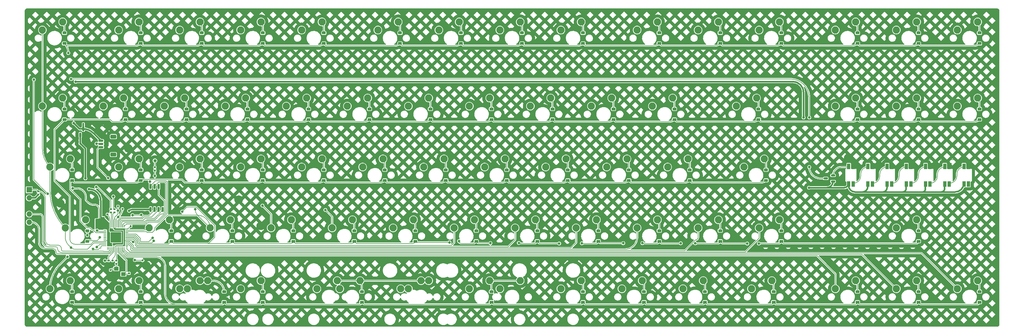
<source format=gbr>
%TF.GenerationSoftware,KiCad,Pcbnew,(7.0.0-0)*%
%TF.CreationDate,2023-07-19T14:43:01-04:00*%
%TF.ProjectId,meadowstumble,6d656164-6f77-4737-9475-6d626c652e6b,rev?*%
%TF.SameCoordinates,Original*%
%TF.FileFunction,Copper,L2,Bot*%
%TF.FilePolarity,Positive*%
%FSLAX46Y46*%
G04 Gerber Fmt 4.6, Leading zero omitted, Abs format (unit mm)*
G04 Created by KiCad (PCBNEW (7.0.0-0)) date 2023-07-19 14:43:01*
%MOMM*%
%LPD*%
G01*
G04 APERTURE LIST*
G04 Aperture macros list*
%AMRoundRect*
0 Rectangle with rounded corners*
0 $1 Rounding radius*
0 $2 $3 $4 $5 $6 $7 $8 $9 X,Y pos of 4 corners*
0 Add a 4 corners polygon primitive as box body*
4,1,4,$2,$3,$4,$5,$6,$7,$8,$9,$2,$3,0*
0 Add four circle primitives for the rounded corners*
1,1,$1+$1,$2,$3*
1,1,$1+$1,$4,$5*
1,1,$1+$1,$6,$7*
1,1,$1+$1,$8,$9*
0 Add four rect primitives between the rounded corners*
20,1,$1+$1,$2,$3,$4,$5,0*
20,1,$1+$1,$4,$5,$6,$7,0*
20,1,$1+$1,$6,$7,$8,$9,0*
20,1,$1+$1,$8,$9,$2,$3,0*%
G04 Aperture macros list end*
%TA.AperFunction,ComponentPad*%
%ADD10C,2.250000*%
%TD*%
%TA.AperFunction,SMDPad,CuDef*%
%ADD11RoundRect,0.135000X-0.185000X0.135000X-0.185000X-0.135000X0.185000X-0.135000X0.185000X0.135000X0*%
%TD*%
%TA.AperFunction,SMDPad,CuDef*%
%ADD12RoundRect,0.140000X0.170000X-0.140000X0.170000X0.140000X-0.170000X0.140000X-0.170000X-0.140000X0*%
%TD*%
%TA.AperFunction,SMDPad,CuDef*%
%ADD13RoundRect,0.140000X0.140000X0.170000X-0.140000X0.170000X-0.140000X-0.170000X0.140000X-0.170000X0*%
%TD*%
%TA.AperFunction,SMDPad,CuDef*%
%ADD14RoundRect,0.225000X0.375000X-0.225000X0.375000X0.225000X-0.375000X0.225000X-0.375000X-0.225000X0*%
%TD*%
%TA.AperFunction,SMDPad,CuDef*%
%ADD15RoundRect,0.140000X-0.140000X-0.170000X0.140000X-0.170000X0.140000X0.170000X-0.140000X0.170000X0*%
%TD*%
%TA.AperFunction,SMDPad,CuDef*%
%ADD16RoundRect,0.135000X0.185000X-0.135000X0.185000X0.135000X-0.185000X0.135000X-0.185000X-0.135000X0*%
%TD*%
%TA.AperFunction,SMDPad,CuDef*%
%ADD17R,1.000000X1.700000*%
%TD*%
%TA.AperFunction,SMDPad,CuDef*%
%ADD18R,1.400000X1.200000*%
%TD*%
%TA.AperFunction,SMDPad,CuDef*%
%ADD19RoundRect,0.140000X-0.170000X0.140000X-0.170000X-0.140000X0.170000X-0.140000X0.170000X0.140000X0*%
%TD*%
%TA.AperFunction,SMDPad,CuDef*%
%ADD20RoundRect,0.150000X-0.150000X0.650000X-0.150000X-0.650000X0.150000X-0.650000X0.150000X0.650000X0*%
%TD*%
%TA.AperFunction,SMDPad,CuDef*%
%ADD21RoundRect,0.050000X0.387500X0.050000X-0.387500X0.050000X-0.387500X-0.050000X0.387500X-0.050000X0*%
%TD*%
%TA.AperFunction,SMDPad,CuDef*%
%ADD22RoundRect,0.050000X0.050000X0.387500X-0.050000X0.387500X-0.050000X-0.387500X0.050000X-0.387500X0*%
%TD*%
%TA.AperFunction,ComponentPad*%
%ADD23C,0.600000*%
%TD*%
%TA.AperFunction,SMDPad,CuDef*%
%ADD24RoundRect,0.144000X1.456000X1.456000X-1.456000X1.456000X-1.456000X-1.456000X1.456000X-1.456000X0*%
%TD*%
%TA.AperFunction,ComponentPad*%
%ADD25R,1.000000X1.000000*%
%TD*%
%TA.AperFunction,ComponentPad*%
%ADD26O,1.000000X1.000000*%
%TD*%
%TA.AperFunction,ComponentPad*%
%ADD27R,1.700000X1.700000*%
%TD*%
%TA.AperFunction,ComponentPad*%
%ADD28O,1.700000X1.700000*%
%TD*%
%TA.AperFunction,SMDPad,CuDef*%
%ADD29RoundRect,0.150000X0.150000X-0.587500X0.150000X0.587500X-0.150000X0.587500X-0.150000X-0.587500X0*%
%TD*%
%TA.AperFunction,SMDPad,CuDef*%
%ADD30RoundRect,0.140000X-0.219203X-0.021213X-0.021213X-0.219203X0.219203X0.021213X0.021213X0.219203X0*%
%TD*%
%TA.AperFunction,SMDPad,CuDef*%
%ADD31RoundRect,0.150000X-0.512500X-0.150000X0.512500X-0.150000X0.512500X0.150000X-0.512500X0.150000X0*%
%TD*%
%TA.AperFunction,SMDPad,CuDef*%
%ADD32RoundRect,0.150000X-0.625000X0.150000X-0.625000X-0.150000X0.625000X-0.150000X0.625000X0.150000X0*%
%TD*%
%TA.AperFunction,SMDPad,CuDef*%
%ADD33RoundRect,0.250000X-0.650000X0.350000X-0.650000X-0.350000X0.650000X-0.350000X0.650000X0.350000X0*%
%TD*%
%TA.AperFunction,ViaPad*%
%ADD34C,0.800000*%
%TD*%
%TA.AperFunction,Conductor*%
%ADD35C,0.200000*%
%TD*%
%TA.AperFunction,Conductor*%
%ADD36C,0.500000*%
%TD*%
G04 APERTURE END LIST*
D10*
%TO.P,MX10,1,COL*%
%TO.N,col9*%
X237352500Y-81972500D03*
%TO.P,MX10,2,ROW*%
%TO.N,Net-(D10-A)*%
X243702500Y-79432500D03*
%TD*%
%TO.P,MX6,1,COL*%
%TO.N,col5*%
X156390000Y-81972500D03*
%TO.P,MX6,2,ROW*%
%TO.N,Net-(D6-A)*%
X162740000Y-79432500D03*
%TD*%
%TO.P,MX32,1,COL*%
%TO.N,col1*%
X75427500Y-124835000D03*
%TO.P,MX32,2,ROW*%
%TO.N,Net-(D32-A)*%
X81777500Y-122295000D03*
%TD*%
%TO.P,MX24,1,COL*%
%TO.N,col8*%
X204015000Y-105785000D03*
%TO.P,MX24,2,ROW*%
%TO.N,Net-(D24-A)*%
X210365000Y-103245000D03*
%TD*%
%TO.P,MX49,1,COL*%
%TO.N,col6*%
X180202500Y-143885000D03*
%TO.P,MX49,2,ROW*%
%TO.N,Net-(D49-A)*%
X186552500Y-141345000D03*
%TD*%
%TO.P,MX65,1,COL*%
%TO.N,col11*%
X273071250Y-162935000D03*
%TO.P,MX65,2,ROW*%
%TO.N,Net-(D65-A)*%
X279421250Y-160395000D03*
%TD*%
%TO.P,MX19,1,COL*%
%TO.N,col3*%
X108765000Y-105785000D03*
%TO.P,MX19,2,ROW*%
%TO.N,Net-(D19-A)*%
X115115000Y-103245000D03*
%TD*%
%TO.P,MX17,1,COL*%
%TO.N,col1*%
X70665000Y-105785000D03*
%TO.P,MX17,2,ROW*%
%TO.N,Net-(D17-A)*%
X77015000Y-103245000D03*
%TD*%
%TO.P,MX21,1,COL*%
%TO.N,col5*%
X146865000Y-105785000D03*
%TO.P,MX21,2,ROW*%
%TO.N,Net-(D21-A)*%
X153215000Y-103245000D03*
%TD*%
%TO.P,MX44,1,COL*%
%TO.N,col1*%
X84952500Y-143885000D03*
%TO.P,MX44,2,ROW*%
%TO.N,Net-(D44-A)*%
X91302500Y-141345000D03*
%TD*%
%TO.P,MX5,1,COL*%
%TO.N,col4*%
X132577500Y-81972500D03*
%TO.P,MX5,2,ROW*%
%TO.N,Net-(D5-A)*%
X138927500Y-79432500D03*
%TD*%
%TO.P,MX47,1,COL*%
%TO.N,col4*%
X142102500Y-143885000D03*
%TO.P,MX47,2,ROW*%
%TO.N,Net-(D47-A)*%
X148452500Y-141345000D03*
%TD*%
%TO.P,MX56,1,COL*%
%TO.N,col0*%
X53996250Y-162935000D03*
%TO.P,MX56,2,ROW*%
%TO.N,Net-(D56-A)*%
X60346250Y-160395000D03*
%TD*%
%TO.P,MX45,1,COL*%
%TO.N,col2*%
X104002500Y-143885000D03*
%TO.P,MX45,2,ROW*%
%TO.N,Net-(D45-A)*%
X110352500Y-141345000D03*
%TD*%
%TO.P,MX64,1,COL*%
%TO.N,col10*%
X251640000Y-162935000D03*
%TO.P,MX64,2,ROW*%
%TO.N,Net-(D64-A)*%
X257990000Y-160395000D03*
%TD*%
%TO.P,MX41,1,COL*%
%TO.N,col10*%
X246877500Y-124835000D03*
%TO.P,MX41,2,ROW*%
%TO.N,Net-(D41-A)*%
X253227500Y-122295000D03*
%TD*%
%TO.P,MX13,1,COL*%
%TO.N,col12*%
X299265000Y-81972500D03*
%TO.P,MX13,2,ROW*%
%TO.N,Net-(D13-A)*%
X305615000Y-79432500D03*
%TD*%
%TO.P,MX57,1,COL*%
%TO.N,col1*%
X75427500Y-162935000D03*
%TO.P,MX57,2,ROW*%
%TO.N,Net-(D57-A)*%
X81777500Y-160395000D03*
%TD*%
%TO.P,MX61,1,COL*%
%TO.N,col6*%
X184965000Y-162935000D03*
%TO.P,MX61,2,ROW*%
%TO.N,Net-(D61-A)*%
X191315000Y-160395000D03*
%TD*%
%TO.P,MX67,1,COL*%
%TO.N,col13*%
X318315000Y-162935000D03*
%TO.P,MX67,2,ROW*%
%TO.N,Net-(D67-A)*%
X324665000Y-160395000D03*
%TD*%
%TO.P,MX27,1,COL*%
%TO.N,col11*%
X268308750Y-105785000D03*
%TO.P,MX27,2,ROW*%
%TO.N,Net-(D27-A)*%
X274658750Y-103245000D03*
%TD*%
%TO.P,MX39,1,COL*%
%TO.N,col8*%
X208777500Y-124835000D03*
%TO.P,MX39,2,ROW*%
%TO.N,Net-(D39-A)*%
X215127500Y-122295000D03*
%TD*%
%TO.P,MX1,1,COL*%
%TO.N,col0*%
X51615000Y-81972500D03*
%TO.P,MX1,2,ROW*%
%TO.N,Net-(D1-A)*%
X57965000Y-79432500D03*
%TD*%
%TO.P,MX20,1,COL*%
%TO.N,col4*%
X127815000Y-105785000D03*
%TO.P,MX20,2,ROW*%
%TO.N,Net-(D20-A)*%
X134165000Y-103245000D03*
%TD*%
%TO.P,MX12,1,COL*%
%TO.N,col11*%
X275452500Y-81972500D03*
%TO.P,MX12,2,ROW*%
%TO.N,Net-(D12-A)*%
X281802500Y-79432500D03*
%TD*%
%TO.P,MX61,1,COL*%
%TO.N,col6*%
X194490000Y-162935000D03*
%TO.P,MX61,2,ROW*%
%TO.N,Net-(D61-A)*%
X200840000Y-160395000D03*
%TD*%
%TO.P,MX7,1,COL*%
%TO.N,col6*%
X175440000Y-81972500D03*
%TO.P,MX7,2,ROW*%
%TO.N,Net-(D7-A)*%
X181790000Y-79432500D03*
%TD*%
%TO.P,MX2,1,COL*%
%TO.N,col1*%
X75427500Y-81972500D03*
%TO.P,MX2,2,ROW*%
%TO.N,Net-(D2-A)*%
X81777500Y-79432500D03*
%TD*%
%TO.P,MX48,1,COL*%
%TO.N,col5*%
X161152500Y-143885000D03*
%TO.P,MX48,2,ROW*%
%TO.N,Net-(D48-A)*%
X167502500Y-141345000D03*
%TD*%
%TO.P,MX3,1,COL*%
%TO.N,col2*%
X94477500Y-81972500D03*
%TO.P,MX3,2,ROW*%
%TO.N,Net-(D3-A)*%
X100827500Y-79432500D03*
%TD*%
%TO.P,MX58,1,COL*%
%TO.N,col2*%
X96858750Y-162935000D03*
%TO.P,MX58,2,ROW*%
%TO.N,Net-(D58-A)*%
X103208750Y-160395000D03*
%TD*%
%TO.P,MX18,1,COL*%
%TO.N,col2*%
X89715000Y-105785000D03*
%TO.P,MX18,2,ROW*%
%TO.N,Net-(D18-A)*%
X96065000Y-103245000D03*
%TD*%
%TO.P,MX58,1,COL*%
%TO.N,col2*%
X94477500Y-162935000D03*
%TO.P,MX58,2,ROW*%
%TO.N,Net-(D58-A)*%
X100827500Y-160395000D03*
%TD*%
%TO.P,MX40,1,COL*%
%TO.N,col9*%
X227827500Y-124835000D03*
%TO.P,MX40,2,ROW*%
%TO.N,Net-(D40-A)*%
X234177500Y-122295000D03*
%TD*%
%TO.P,MX35,1,COL*%
%TO.N,col4*%
X132577500Y-124835000D03*
%TO.P,MX35,2,ROW*%
%TO.N,Net-(D35-A)*%
X138927500Y-122295000D03*
%TD*%
%TO.P,MX60,1,COL*%
%TO.N,col5*%
X163533750Y-162935000D03*
%TO.P,MX60,2,ROW*%
%TO.N,Net-(D60-A)*%
X169883750Y-160395000D03*
%TD*%
%TO.P,MX28,1,COL*%
%TO.N,col12*%
X299265000Y-105785000D03*
%TO.P,MX28,2,ROW*%
%TO.N,Net-(D28-A)*%
X305615000Y-103245000D03*
%TD*%
%TO.P,MX25,1,COL*%
%TO.N,col9*%
X223065000Y-105785000D03*
%TO.P,MX25,2,ROW*%
%TO.N,Net-(D25-A)*%
X229415000Y-103245000D03*
%TD*%
%TO.P,MX54,1,COL*%
%TO.N,col11*%
X275452500Y-143885000D03*
%TO.P,MX54,2,ROW*%
%TO.N,Net-(D54-A)*%
X281802500Y-141345000D03*
%TD*%
%TO.P,MX46,1,COL*%
%TO.N,col3*%
X123052500Y-143885000D03*
%TO.P,MX46,2,ROW*%
%TO.N,Net-(D46-A)*%
X129402500Y-141345000D03*
%TD*%
%TO.P,MX15,1,COL*%
%TO.N,col14*%
X337365000Y-81972500D03*
%TO.P,MX15,2,ROW*%
%TO.N,Net-(D15-A)*%
X343715000Y-79432500D03*
%TD*%
%TO.P,MX59,1,COL*%
%TO.N,col3*%
X113527500Y-162935000D03*
%TO.P,MX59,2,ROW*%
%TO.N,Net-(D59-A)*%
X119877500Y-160395000D03*
%TD*%
%TO.P,MX63,1,COL*%
%TO.N,col9*%
X232590000Y-162935000D03*
%TO.P,MX63,2,ROW*%
%TO.N,Net-(D63-A)*%
X238940000Y-160395000D03*
%TD*%
%TO.P,MX60,1,COL*%
%TO.N,col5*%
X137340000Y-162935000D03*
%TO.P,MX60,2,ROW*%
%TO.N,Net-(D60-A)*%
X143690000Y-160395000D03*
%TD*%
%TO.P,MX11,1,COL*%
%TO.N,col10*%
X256402500Y-81972500D03*
%TO.P,MX11,2,ROW*%
%TO.N,Net-(D11-A)*%
X262752500Y-79432500D03*
%TD*%
%TO.P,MX22,1,COL*%
%TO.N,col6*%
X165915000Y-105785000D03*
%TO.P,MX22,2,ROW*%
%TO.N,Net-(D22-A)*%
X172265000Y-103245000D03*
%TD*%
%TO.P,MX29,1,COL*%
%TO.N,col13*%
X318315000Y-105785000D03*
%TO.P,MX29,2,ROW*%
%TO.N,Net-(D29-A)*%
X324665000Y-103245000D03*
%TD*%
%TO.P,MX14,1,COL*%
%TO.N,col13*%
X318315000Y-81972500D03*
%TO.P,MX14,2,ROW*%
%TO.N,Net-(D14-A)*%
X324665000Y-79432500D03*
%TD*%
%TO.P,MX30,1,COL*%
%TO.N,col14*%
X337365000Y-105785000D03*
%TO.P,MX30,2,ROW*%
%TO.N,Net-(D30-A)*%
X343715000Y-103245000D03*
%TD*%
%TO.P,MX36,1,COL*%
%TO.N,col5*%
X151627500Y-124835000D03*
%TO.P,MX36,2,ROW*%
%TO.N,Net-(D36-A)*%
X157977500Y-122295000D03*
%TD*%
%TO.P,MX16,1,COL*%
%TO.N,col0*%
X51615000Y-105785000D03*
%TO.P,MX16,2,ROW*%
%TO.N,Net-(D16-A)*%
X57965000Y-103245000D03*
%TD*%
%TO.P,MX9,1,COL*%
%TO.N,col8*%
X213540000Y-81972500D03*
%TO.P,MX9,2,ROW*%
%TO.N,Net-(D9-A)*%
X219890000Y-79432500D03*
%TD*%
%TO.P,MX68,1,COL*%
%TO.N,col14*%
X337365000Y-162935000D03*
%TO.P,MX68,2,ROW*%
%TO.N,Net-(D68-A)*%
X343715000Y-160395000D03*
%TD*%
%TO.P,MX66,1,COL*%
%TO.N,col12*%
X299265000Y-162935000D03*
%TO.P,MX66,2,ROW*%
%TO.N,Net-(D66-A)*%
X305615000Y-160395000D03*
%TD*%
%TO.P,MX62,1,COL*%
%TO.N,col8*%
X213540000Y-162935000D03*
%TO.P,MX62,2,ROW*%
%TO.N,Net-(D62-A)*%
X219890000Y-160395000D03*
%TD*%
%TO.P,MX31,1,COL*%
%TO.N,col0*%
X53996250Y-124835000D03*
%TO.P,MX31,2,ROW*%
%TO.N,Net-(D31-A)*%
X60346250Y-122295000D03*
%TD*%
%TO.P,MX26,1,COL*%
%TO.N,col10*%
X242115000Y-105785000D03*
%TO.P,MX26,2,ROW*%
%TO.N,Net-(D26-A)*%
X248465000Y-103245000D03*
%TD*%
%TO.P,MX23,1,COL*%
%TO.N,col7*%
X184965000Y-105785000D03*
%TO.P,MX23,2,ROW*%
%TO.N,Net-(D23-A)*%
X191315000Y-103245000D03*
%TD*%
%TO.P,MX55,1,COL*%
%TO.N,col13*%
X318315000Y-143885000D03*
%TO.P,MX55,2,ROW*%
%TO.N,Net-(D55-A)*%
X324665000Y-141345000D03*
%TD*%
%TO.P,MX33,1,COL*%
%TO.N,col2*%
X94477500Y-124835000D03*
%TO.P,MX33,2,ROW*%
%TO.N,Net-(D33-A)*%
X100827500Y-122295000D03*
%TD*%
%TO.P,MX38,1,COL*%
%TO.N,col7*%
X189727500Y-124835000D03*
%TO.P,MX38,2,ROW*%
%TO.N,Net-(D38-A)*%
X196077500Y-122295000D03*
%TD*%
%TO.P,MX37,1,COL*%
%TO.N,col6*%
X170677500Y-124835000D03*
%TO.P,MX37,2,ROW*%
%TO.N,Net-(D37-A)*%
X177027500Y-122295000D03*
%TD*%
%TO.P,MX52,1,COL*%
%TO.N,col9*%
X237352500Y-143885000D03*
%TO.P,MX52,2,ROW*%
%TO.N,Net-(D52-A)*%
X243702500Y-141345000D03*
%TD*%
%TO.P,MX34,1,COL*%
%TO.N,col3*%
X113527500Y-124835000D03*
%TO.P,MX34,2,ROW*%
%TO.N,Net-(D34-A)*%
X119877500Y-122295000D03*
%TD*%
%TO.P,MX51,1,COL*%
%TO.N,col8*%
X218302500Y-143885000D03*
%TO.P,MX51,2,ROW*%
%TO.N,Net-(D51-A)*%
X224652500Y-141345000D03*
%TD*%
%TO.P,MX60,1,COL*%
%TO.N,col5*%
X144483750Y-162935000D03*
%TO.P,MX60,2,ROW*%
%TO.N,Net-(D60-A)*%
X150833750Y-160395000D03*
%TD*%
%TO.P,MX4,1,COL*%
%TO.N,col3*%
X113527500Y-81972500D03*
%TO.P,MX4,2,ROW*%
%TO.N,Net-(D4-A)*%
X119877500Y-79432500D03*
%TD*%
%TO.P,MX50,1,COL*%
%TO.N,col7*%
X199252500Y-143885000D03*
%TO.P,MX50,2,ROW*%
%TO.N,Net-(D50-A)*%
X205602500Y-141345000D03*
%TD*%
%TO.P,MX60,1,COL*%
%TO.N,col5*%
X165915000Y-162935000D03*
%TO.P,MX60,2,ROW*%
%TO.N,Net-(D60-A)*%
X172265000Y-160395000D03*
%TD*%
%TO.P,MX42,1,COL*%
%TO.N,col11*%
X270690000Y-124835000D03*
%TO.P,MX42,2,ROW*%
%TO.N,Net-(D42-A)*%
X277040000Y-122295000D03*
%TD*%
%TO.P,MX43,1,COL*%
%TO.N,col0*%
X58758750Y-143885000D03*
%TO.P,MX43,2,ROW*%
%TO.N,Net-(D43-A)*%
X65108750Y-141345000D03*
%TD*%
%TO.P,MX53,1,COL*%
%TO.N,col10*%
X256402500Y-143885000D03*
%TO.P,MX53,2,ROW*%
%TO.N,Net-(D53-A)*%
X262752500Y-141345000D03*
%TD*%
%TO.P,MX8,1,COL*%
%TO.N,col7*%
X194490000Y-81972500D03*
%TO.P,MX8,2,ROW*%
%TO.N,Net-(D8-A)*%
X200840000Y-79432500D03*
%TD*%
D11*
%TO.P,R_Flash1,1*%
%TO.N,Net-(R_Flash1-Pad1)*%
X86750000Y-124890000D03*
%TO.P,R_Flash1,2*%
%TO.N,CS*%
X86750000Y-125910000D03*
%TD*%
D12*
%TO.P,C_3V-Decoup3,1*%
%TO.N,+3V3*%
X75212500Y-137125000D03*
%TO.P,C_3V-Decoup3,2*%
%TO.N,GND*%
X75212500Y-136165000D03*
%TD*%
D13*
%TO.P,C_3V-Decoup4,1*%
%TO.N,+3V3*%
X68565000Y-143532500D03*
%TO.P,C_3V-Decoup4,2*%
%TO.N,GND*%
X67605000Y-143532500D03*
%TD*%
D14*
%TO.P,D14,1,K*%
%TO.N,row0*%
X325225000Y-86162500D03*
%TO.P,D14,2,A*%
%TO.N,Net-(D14-A)*%
X325225000Y-82862500D03*
%TD*%
%TO.P,D46,1,K*%
%TO.N,row3*%
X129962500Y-148075000D03*
%TO.P,D46,2,A*%
%TO.N,Net-(D46-A)*%
X129962500Y-144775000D03*
%TD*%
D11*
%TO.P,R_DATA2,1*%
%TO.N,D-*%
X73012500Y-138005000D03*
%TO.P,R_DATA2,2*%
%TO.N,Net-(U1-USB_DM)*%
X73012500Y-139025000D03*
%TD*%
D14*
%TO.P,D53,1,K*%
%TO.N,row3*%
X263312500Y-148075000D03*
%TO.P,D53,2,A*%
%TO.N,Net-(D53-A)*%
X263312500Y-144775000D03*
%TD*%
%TO.P,D23,1,K*%
%TO.N,row1*%
X191875000Y-109975000D03*
%TO.P,D23,2,A*%
%TO.N,Net-(D23-A)*%
X191875000Y-106675000D03*
%TD*%
D15*
%TO.P,C_3V-Decoup6,1*%
%TO.N,+3V3*%
X79232500Y-143325000D03*
%TO.P,C_3V-Decoup6,2*%
%TO.N,GND*%
X80192500Y-143325000D03*
%TD*%
D16*
%TO.P,R_Crystal1,1*%
%TO.N,Net-(C_Crystal2-Pad2)*%
X74712500Y-155125000D03*
%TO.P,R_Crystal1,2*%
%TO.N,XTAL_OUT*%
X74712500Y-154105000D03*
%TD*%
D14*
%TO.P,D16,1,K*%
%TO.N,row1*%
X58525000Y-109975000D03*
%TO.P,D16,2,A*%
%TO.N,Net-(D16-A)*%
X58525000Y-106675000D03*
%TD*%
%TO.P,D56,1,K*%
%TO.N,row4*%
X60906250Y-167125000D03*
%TO.P,D56,2,A*%
%TO.N,Net-(D56-A)*%
X60906250Y-163825000D03*
%TD*%
D17*
%TO.P,D70,1,VDD*%
%TO.N,+5V*%
X309424999Y-130124999D03*
%TO.P,D70,2,DOUT*%
%TO.N,Net-(D70-DOUT)*%
X310824999Y-130124999D03*
%TO.P,D70,3,VSS*%
%TO.N,GND*%
X310824999Y-124624999D03*
%TO.P,D70,4,DIN*%
%TO.N,Net-(D69-DOUT)*%
X309424999Y-124624999D03*
%TD*%
D14*
%TO.P,D68,1,K*%
%TO.N,row4*%
X344275000Y-167125000D03*
%TO.P,D68,2,A*%
%TO.N,Net-(D68-A)*%
X344275000Y-163825000D03*
%TD*%
%TO.P,D67,1,K*%
%TO.N,row4*%
X325225000Y-167125000D03*
%TO.P,D67,2,A*%
%TO.N,Net-(D67-A)*%
X325225000Y-163825000D03*
%TD*%
%TO.P,D7,1,K*%
%TO.N,row0*%
X182350000Y-86162500D03*
%TO.P,D7,2,A*%
%TO.N,Net-(D7-A)*%
X182350000Y-82862500D03*
%TD*%
D12*
%TO.P,C_3V-Decoup2,1*%
%TO.N,+3V3*%
X70712500Y-140705000D03*
%TO.P,C_3V-Decoup2,2*%
%TO.N,GND*%
X70712500Y-139745000D03*
%TD*%
D14*
%TO.P,D51,1,K*%
%TO.N,row3*%
X225212500Y-148075000D03*
%TO.P,D51,2,A*%
%TO.N,Net-(D51-A)*%
X225212500Y-144775000D03*
%TD*%
D18*
%TO.P,Y1,1,1*%
%TO.N,Net-(C_Crystal2-Pad2)*%
X74712499Y-156624999D03*
%TO.P,Y1,2,2*%
%TO.N,GND*%
X76912499Y-156624999D03*
%TO.P,Y1,3,3*%
%TO.N,XTAL_IN*%
X76912499Y-158324999D03*
%TO.P,Y1,4,4*%
%TO.N,GND*%
X74712499Y-158324999D03*
%TD*%
D14*
%TO.P,D41,1,K*%
%TO.N,row2*%
X253787500Y-129025000D03*
%TO.P,D41,2,A*%
%TO.N,Net-(D41-A)*%
X253787500Y-125725000D03*
%TD*%
%TO.P,D34,1,K*%
%TO.N,row2*%
X120437500Y-129025000D03*
%TO.P,D34,2,A*%
%TO.N,Net-(D34-A)*%
X120437500Y-125725000D03*
%TD*%
D13*
%TO.P,C_LD2,1*%
%TO.N,+3V3*%
X63430000Y-116450000D03*
%TO.P,C_LD2,2*%
%TO.N,GND*%
X62470000Y-116450000D03*
%TD*%
D14*
%TO.P,D32,1,K*%
%TO.N,row2*%
X82337500Y-129025000D03*
%TO.P,D32,2,A*%
%TO.N,Net-(D32-A)*%
X82337500Y-125725000D03*
%TD*%
%TO.P,D59,1,K*%
%TO.N,row4*%
X120437500Y-167125000D03*
%TO.P,D59,2,A*%
%TO.N,Net-(D59-A)*%
X120437500Y-163825000D03*
%TD*%
%TO.P,D8,1,K*%
%TO.N,row0*%
X201400000Y-86162500D03*
%TO.P,D8,2,A*%
%TO.N,Net-(D8-A)*%
X201400000Y-82862500D03*
%TD*%
D19*
%TO.P,C_Crystal1,1*%
%TO.N,GND*%
X78712500Y-157145000D03*
%TO.P,C_Crystal1,2*%
%TO.N,XTAL_IN*%
X78712500Y-158105000D03*
%TD*%
D14*
%TO.P,D57,1,K*%
%TO.N,row4*%
X82337500Y-167125000D03*
%TO.P,D57,2,A*%
%TO.N,Net-(D57-A)*%
X82337500Y-163825000D03*
%TD*%
%TO.P,D50,1,K*%
%TO.N,row3*%
X206162500Y-148075000D03*
%TO.P,D50,2,A*%
%TO.N,Net-(D50-A)*%
X206162500Y-144775000D03*
%TD*%
D20*
%TO.P,U2,1,~{CS}*%
%TO.N,CS*%
X85402500Y-130925000D03*
%TO.P,U2,2,DO(IO1)*%
%TO.N,SD1*%
X86672500Y-130925000D03*
%TO.P,U2,3,IO2*%
%TO.N,SD2*%
X87942500Y-130925000D03*
%TO.P,U2,4,GND*%
%TO.N,GND*%
X89212500Y-130925000D03*
%TO.P,U2,5,DI(IO0)*%
%TO.N,SD0*%
X89212500Y-138125000D03*
%TO.P,U2,6,CLK*%
%TO.N,QSPI_CLK*%
X87942500Y-138125000D03*
%TO.P,U2,7,IO3*%
%TO.N,SD3*%
X86672500Y-138125000D03*
%TO.P,U2,8,VCC*%
%TO.N,+3V3*%
X85402500Y-138125000D03*
%TD*%
D14*
%TO.P,D2,1,K*%
%TO.N,row0*%
X82337500Y-86162500D03*
%TO.P,D2,2,A*%
%TO.N,Net-(D2-A)*%
X82337500Y-82862500D03*
%TD*%
%TO.P,D40,1,K*%
%TO.N,row2*%
X234737500Y-129025000D03*
%TO.P,D40,2,A*%
%TO.N,Net-(D40-A)*%
X234737500Y-125725000D03*
%TD*%
D19*
%TO.P,C_1V-Decoup3,1*%
%TO.N,+1V1*%
X72312500Y-154125000D03*
%TO.P,C_1V-Decoup3,2*%
%TO.N,GND*%
X72312500Y-155085000D03*
%TD*%
D14*
%TO.P,D5,1,K*%
%TO.N,row0*%
X139487500Y-86162500D03*
%TO.P,D5,2,A*%
%TO.N,Net-(D5-A)*%
X139487500Y-82862500D03*
%TD*%
D12*
%TO.P,C_Crystal2,1*%
%TO.N,GND*%
X72912500Y-158025000D03*
%TO.P,C_Crystal2,2*%
%TO.N,Net-(C_Crystal2-Pad2)*%
X72912500Y-157065000D03*
%TD*%
D14*
%TO.P,D42,1,K*%
%TO.N,row2*%
X277600000Y-129025000D03*
%TO.P,D42,2,A*%
%TO.N,Net-(D42-A)*%
X277600000Y-125725000D03*
%TD*%
%TO.P,D19,1,K*%
%TO.N,row1*%
X115675000Y-109975000D03*
%TO.P,D19,2,A*%
%TO.N,Net-(D19-A)*%
X115675000Y-106675000D03*
%TD*%
D21*
%TO.P,U1,1,IOVDD*%
%TO.N,+3V3*%
X78012500Y-144225000D03*
%TO.P,U1,2,GPIO0*%
%TO.N,col1*%
X78012500Y-144625000D03*
%TO.P,U1,3,GPIO1*%
%TO.N,col2*%
X78012500Y-145025000D03*
%TO.P,U1,4,GPIO2*%
%TO.N,unconnected-(U1-GPIO2-Pad4)*%
X78012500Y-145425000D03*
%TO.P,U1,5,GPIO3*%
%TO.N,col4*%
X78012500Y-145825000D03*
%TO.P,U1,6,GPIO4*%
%TO.N,col5*%
X78012500Y-146225000D03*
%TO.P,U1,7,GPIO5*%
%TO.N,row3*%
X78012500Y-146625000D03*
%TO.P,U1,8,GPIO6*%
%TO.N,col6*%
X78012500Y-147025000D03*
%TO.P,U1,9,GPIO7*%
%TO.N,col7*%
X78012500Y-147425000D03*
%TO.P,U1,10,IOVDD*%
%TO.N,+3V3*%
X78012500Y-147825000D03*
%TO.P,U1,11,GPIO8*%
%TO.N,col8*%
X78012500Y-148225000D03*
%TO.P,U1,12,GPIO9*%
%TO.N,col9*%
X78012500Y-148625000D03*
%TO.P,U1,13,GPIO10*%
%TO.N,col10*%
X78012500Y-149025000D03*
%TO.P,U1,14,GPIO11*%
%TO.N,col11*%
X78012500Y-149425000D03*
D22*
%TO.P,U1,15,GPIO12*%
%TO.N,col14*%
X77175000Y-150262500D03*
%TO.P,U1,16,GPIO13*%
%TO.N,col13*%
X76775000Y-150262500D03*
%TO.P,U1,17,GPIO14*%
%TO.N,col12*%
X76375000Y-150262500D03*
%TO.P,U1,18,GPIO15*%
%TO.N,row4*%
X75975000Y-150262500D03*
%TO.P,U1,19,TESTEN*%
%TO.N,GND*%
X75575000Y-150262500D03*
%TO.P,U1,20,XIN*%
%TO.N,XTAL_IN*%
X75175000Y-150262500D03*
%TO.P,U1,21,XOUT*%
%TO.N,XTAL_OUT*%
X74775000Y-150262500D03*
%TO.P,U1,22,IOVDD*%
%TO.N,+3V3*%
X74375000Y-150262500D03*
%TO.P,U1,23,DVDD*%
%TO.N,+1V1*%
X73975000Y-150262500D03*
%TO.P,U1,24,SWCLK*%
%TO.N,SWCLK*%
X73575000Y-150262500D03*
%TO.P,U1,25,SWD*%
%TO.N,SWDIO*%
X73175000Y-150262500D03*
%TO.P,U1,26,RUN*%
%TO.N,RESET*%
X72775000Y-150262500D03*
%TO.P,U1,27,GPIO16*%
%TO.N,unconnected-(U1-GPIO16-Pad27)*%
X72375000Y-150262500D03*
%TO.P,U1,28,GPIO17*%
%TO.N,unconnected-(U1-GPIO17-Pad28)*%
X71975000Y-150262500D03*
D21*
%TO.P,U1,29,GPIO18*%
%TO.N,RGBLED*%
X71137500Y-149425000D03*
%TO.P,U1,30,GPIO19*%
%TO.N,col3*%
X71137500Y-149025000D03*
%TO.P,U1,31,GPIO20*%
%TO.N,col0*%
X71137500Y-148625000D03*
%TO.P,U1,32,GPIO21*%
%TO.N,row1*%
X71137500Y-148225000D03*
%TO.P,U1,33,IOVDD*%
%TO.N,+3V3*%
X71137500Y-147825000D03*
%TO.P,U1,34,GPIO22*%
%TO.N,unconnected-(U1-GPIO22-Pad34)*%
X71137500Y-147425000D03*
%TO.P,U1,35,GPIO23*%
%TO.N,unconnected-(U1-GPIO23-Pad35)*%
X71137500Y-147025000D03*
%TO.P,U1,36,GPIO24*%
%TO.N,unconnected-(U1-GPIO24-Pad36)*%
X71137500Y-146625000D03*
%TO.P,U1,37,GPIO25*%
%TO.N,unconnected-(U1-GPIO25-Pad37)*%
X71137500Y-146225000D03*
%TO.P,U1,38,GPIO26_ADC0*%
%TO.N,unconnected-(U1-GPIO26_ADC0-Pad38)*%
X71137500Y-145825000D03*
%TO.P,U1,39,GPIO27_ADC1*%
%TO.N,row2*%
X71137500Y-145425000D03*
%TO.P,U1,40,GPIO28_ADC2*%
%TO.N,row0*%
X71137500Y-145025000D03*
%TO.P,U1,41,GPIO29_ADC3*%
%TO.N,unconnected-(U1-GPIO29_ADC3-Pad41)*%
X71137500Y-144625000D03*
%TO.P,U1,42,IOVDD*%
%TO.N,+3V3*%
X71137500Y-144225000D03*
D22*
%TO.P,U1,43,ADC_AVDD*%
X71975000Y-143387500D03*
%TO.P,U1,44,VREG_IN*%
X72375000Y-143387500D03*
%TO.P,U1,45,VREG_VOUT*%
%TO.N,+1V1*%
X72775000Y-143387500D03*
%TO.P,U1,46,USB_DM*%
%TO.N,Net-(U1-USB_DM)*%
X73175000Y-143387500D03*
%TO.P,U1,47,USB_DP*%
%TO.N,Net-(U1-USB_DP)*%
X73575000Y-143387500D03*
%TO.P,U1,48,USB_VDD*%
%TO.N,+3V3*%
X73975000Y-143387500D03*
%TO.P,U1,49,IOVDD*%
X74375000Y-143387500D03*
%TO.P,U1,50,DVDD*%
%TO.N,+1V1*%
X74775000Y-143387500D03*
%TO.P,U1,51,QSPI_SD3*%
%TO.N,SD3*%
X75175000Y-143387500D03*
%TO.P,U1,52,QSPI_SCLK*%
%TO.N,QSPI_CLK*%
X75575000Y-143387500D03*
%TO.P,U1,53,QSPI_SD0*%
%TO.N,SD0*%
X75975000Y-143387500D03*
%TO.P,U1,54,QSPI_SD2*%
%TO.N,SD2*%
X76375000Y-143387500D03*
%TO.P,U1,55,QSPI_SD1*%
%TO.N,SD1*%
X76775000Y-143387500D03*
%TO.P,U1,56,QSPI_SS*%
%TO.N,CS*%
X77175000Y-143387500D03*
D23*
%TO.P,U1,57,GND*%
%TO.N,GND*%
X75850000Y-148100000D03*
X75850000Y-146825000D03*
X75850000Y-145550000D03*
X74575000Y-148100000D03*
X74575000Y-146825000D03*
D24*
X74575000Y-146825000D03*
D23*
X74575000Y-145550000D03*
X73300000Y-148100000D03*
X73300000Y-146825000D03*
X73300000Y-145550000D03*
%TD*%
D14*
%TO.P,D6,1,K*%
%TO.N,row0*%
X163300000Y-86162500D03*
%TO.P,D6,2,A*%
%TO.N,Net-(D6-A)*%
X163300000Y-82862500D03*
%TD*%
%TO.P,D44,1,K*%
%TO.N,row3*%
X91862500Y-148075000D03*
%TO.P,D44,2,A*%
%TO.N,Net-(D44-A)*%
X91862500Y-144775000D03*
%TD*%
%TO.P,D63,1,K*%
%TO.N,row4*%
X239500000Y-167125000D03*
%TO.P,D63,2,A*%
%TO.N,Net-(D63-A)*%
X239500000Y-163825000D03*
%TD*%
%TO.P,D33,1,K*%
%TO.N,row2*%
X101387500Y-129025000D03*
%TO.P,D33,2,A*%
%TO.N,Net-(D33-A)*%
X101387500Y-125725000D03*
%TD*%
D17*
%TO.P,D75,1,VDD*%
%TO.N,+5V*%
X339424999Y-130124999D03*
%TO.P,D75,2,DOUT*%
%TO.N,unconnected-(D75-DOUT-Pad2)*%
X340824999Y-130124999D03*
%TO.P,D75,3,VSS*%
%TO.N,GND*%
X340824999Y-124624999D03*
%TO.P,D75,4,DIN*%
%TO.N,Net-(D74-DOUT)*%
X339424999Y-124624999D03*
%TD*%
D14*
%TO.P,D24,1,K*%
%TO.N,row1*%
X210925000Y-109975000D03*
%TO.P,D24,2,A*%
%TO.N,Net-(D24-A)*%
X210925000Y-106675000D03*
%TD*%
D13*
%TO.P,C_3V-Decoup1,1*%
%TO.N,+3V3*%
X63430000Y-117450000D03*
%TO.P,C_3V-Decoup1,2*%
%TO.N,GND*%
X62470000Y-117450000D03*
%TD*%
D14*
%TO.P,D52,1,K*%
%TO.N,row3*%
X244262500Y-148075000D03*
%TO.P,D52,2,A*%
%TO.N,Net-(D52-A)*%
X244262500Y-144775000D03*
%TD*%
%TO.P,D21,1,K*%
%TO.N,row1*%
X153775000Y-109975000D03*
%TO.P,D21,2,A*%
%TO.N,Net-(D21-A)*%
X153775000Y-106675000D03*
%TD*%
%TO.P,D15,1,K*%
%TO.N,row0*%
X344275000Y-86162500D03*
%TO.P,D15,2,A*%
%TO.N,Net-(D15-A)*%
X344275000Y-82862500D03*
%TD*%
%TO.P,D37,1,K*%
%TO.N,row2*%
X177587500Y-129025000D03*
%TO.P,D37,2,A*%
%TO.N,Net-(D37-A)*%
X177587500Y-125725000D03*
%TD*%
%TO.P,D61,1,K*%
%TO.N,row4*%
X191875000Y-167125000D03*
%TO.P,D61,2,A*%
%TO.N,Net-(D61-A)*%
X191875000Y-163825000D03*
%TD*%
D17*
%TO.P,D69,1,VDD*%
%TO.N,+5V*%
X303424999Y-130124999D03*
%TO.P,D69,2,DOUT*%
%TO.N,Net-(D69-DOUT)*%
X304824999Y-130124999D03*
%TO.P,D69,3,VSS*%
%TO.N,GND*%
X304824999Y-124624999D03*
%TO.P,D69,4,DIN*%
%TO.N,RGB*%
X303424999Y-124624999D03*
%TD*%
%TO.P,D74,1,VDD*%
%TO.N,+5V*%
X333424999Y-130124999D03*
%TO.P,D74,2,DOUT*%
%TO.N,Net-(D74-DOUT)*%
X334824999Y-130124999D03*
%TO.P,D74,3,VSS*%
%TO.N,GND*%
X334824999Y-124624999D03*
%TO.P,D74,4,DIN*%
%TO.N,Net-(D73-DOUT)*%
X333424999Y-124624999D03*
%TD*%
D14*
%TO.P,D31,1,K*%
%TO.N,row2*%
X60906250Y-129025000D03*
%TO.P,D31,2,A*%
%TO.N,Net-(D31-A)*%
X60906250Y-125725000D03*
%TD*%
%TO.P,D60,1,K*%
%TO.N,row4*%
X151393750Y-167125000D03*
%TO.P,D60,2,A*%
%TO.N,Net-(D60-A)*%
X151393750Y-163825000D03*
%TD*%
%TO.P,D4,1,K*%
%TO.N,row0*%
X120437500Y-86162500D03*
%TO.P,D4,2,A*%
%TO.N,Net-(D4-A)*%
X120437500Y-82862500D03*
%TD*%
D12*
%TO.P,C_1V-Decoup2,1*%
%TO.N,+1V1*%
X76612500Y-137925000D03*
%TO.P,C_1V-Decoup2,2*%
%TO.N,GND*%
X76612500Y-136965000D03*
%TD*%
D14*
%TO.P,D66,1,K*%
%TO.N,row4*%
X306175000Y-167125000D03*
%TO.P,D66,2,A*%
%TO.N,Net-(D66-A)*%
X306175000Y-163825000D03*
%TD*%
D25*
%TO.P,SW1,1,1*%
%TO.N,GND*%
X88049999Y-122849999D03*
D26*
%TO.P,SW1,2,2*%
%TO.N,Net-(R_Flash1-Pad1)*%
X86779999Y-122849999D03*
%TD*%
D14*
%TO.P,D49,1,K*%
%TO.N,row3*%
X187112500Y-148075000D03*
%TO.P,D49,2,A*%
%TO.N,Net-(D49-A)*%
X187112500Y-144775000D03*
%TD*%
%TO.P,D62,1,K*%
%TO.N,row4*%
X220450000Y-167125000D03*
%TO.P,D62,2,A*%
%TO.N,Net-(D62-A)*%
X220450000Y-163825000D03*
%TD*%
%TO.P,D36,1,K*%
%TO.N,row2*%
X158537500Y-129025000D03*
%TO.P,D36,2,A*%
%TO.N,Net-(D36-A)*%
X158537500Y-125725000D03*
%TD*%
%TO.P,D64,1,K*%
%TO.N,row4*%
X258550000Y-167125000D03*
%TO.P,D64,2,A*%
%TO.N,Net-(D64-A)*%
X258550000Y-163825000D03*
%TD*%
D17*
%TO.P,D72,1,VDD*%
%TO.N,+5V*%
X321424999Y-130124999D03*
%TO.P,D72,2,DOUT*%
%TO.N,Net-(D72-DOUT)*%
X322824999Y-130124999D03*
%TO.P,D72,3,VSS*%
%TO.N,GND*%
X322824999Y-124624999D03*
%TO.P,D72,4,DIN*%
%TO.N,Net-(D71-DOUT)*%
X321424999Y-124624999D03*
%TD*%
D14*
%TO.P,D20,1,K*%
%TO.N,row1*%
X134725000Y-109975000D03*
%TO.P,D20,2,A*%
%TO.N,Net-(D20-A)*%
X134725000Y-106675000D03*
%TD*%
D13*
%TO.P,C_LD1,1*%
%TO.N,+5V*%
X64410000Y-111350000D03*
%TO.P,C_LD1,2*%
%TO.N,GND*%
X63450000Y-111350000D03*
%TD*%
D14*
%TO.P,D39,1,K*%
%TO.N,row2*%
X215687500Y-129025000D03*
%TO.P,D39,2,A*%
%TO.N,Net-(D39-A)*%
X215687500Y-125725000D03*
%TD*%
D11*
%TO.P,R_DATA1,1*%
%TO.N,D+*%
X74112500Y-138005000D03*
%TO.P,R_DATA1,2*%
%TO.N,Net-(U1-USB_DP)*%
X74112500Y-139025000D03*
%TD*%
D14*
%TO.P,D10,1,K*%
%TO.N,row0*%
X244262500Y-86162500D03*
%TO.P,D10,2,A*%
%TO.N,Net-(D10-A)*%
X244262500Y-82862500D03*
%TD*%
D16*
%TO.P,R_RST1,1*%
%TO.N,+3V3*%
X50362500Y-133485000D03*
%TO.P,R_RST1,2*%
%TO.N,RESET*%
X50362500Y-132465000D03*
%TD*%
D27*
%TO.P,J2,1,Pin_1*%
%TO.N,RESET*%
X47512499Y-131949999D03*
D28*
%TO.P,J2,2,Pin_2*%
%TO.N,+3V3*%
X47512499Y-134489999D03*
%TO.P,J2,3,Pin_3*%
%TO.N,GND*%
X47512499Y-137029999D03*
%TO.P,J2,4,Pin_4*%
%TO.N,SWDIO*%
X47512499Y-139569999D03*
%TO.P,J2,5,Pin_5*%
%TO.N,SWCLK*%
X47512499Y-142109999D03*
%TD*%
D14*
%TO.P,D47,1,K*%
%TO.N,row3*%
X149012500Y-148075000D03*
%TO.P,D47,2,A*%
%TO.N,Net-(D47-A)*%
X149012500Y-144775000D03*
%TD*%
D29*
%TO.P,U3,1,GND*%
%TO.N,GND*%
X65350000Y-114787500D03*
%TO.P,U3,2,VO*%
%TO.N,+3V3*%
X63450000Y-114787500D03*
%TO.P,U3,3,VI*%
%TO.N,+5V*%
X64400000Y-112912500D03*
%TD*%
D14*
%TO.P,D48,1,K*%
%TO.N,row3*%
X168062500Y-148075000D03*
%TO.P,D48,2,A*%
%TO.N,Net-(D48-A)*%
X168062500Y-144775000D03*
%TD*%
D13*
%TO.P,C_3V-Decoup7,1*%
%TO.N,+3V3*%
X68565000Y-141532500D03*
%TO.P,C_3V-Decoup7,2*%
%TO.N,GND*%
X67605000Y-141532500D03*
%TD*%
D14*
%TO.P,D13,1,K*%
%TO.N,row0*%
X306175000Y-86162500D03*
%TO.P,D13,2,A*%
%TO.N,Net-(D13-A)*%
X306175000Y-82862500D03*
%TD*%
D12*
%TO.P,C_1V-Decoup1,1*%
%TO.N,+1V1*%
X71912500Y-139605000D03*
%TO.P,C_1V-Decoup1,2*%
%TO.N,GND*%
X71912500Y-138645000D03*
%TD*%
D14*
%TO.P,D35,1,K*%
%TO.N,row2*%
X139487500Y-129025000D03*
%TO.P,D35,2,A*%
%TO.N,Net-(D35-A)*%
X139487500Y-125725000D03*
%TD*%
%TO.P,D17,1,K*%
%TO.N,row1*%
X77575000Y-109975000D03*
%TO.P,D17,2,A*%
%TO.N,Net-(D17-A)*%
X77575000Y-106675000D03*
%TD*%
%TO.P,D3,1,K*%
%TO.N,row0*%
X101387500Y-86162500D03*
%TO.P,D3,2,A*%
%TO.N,Net-(D3-A)*%
X101387500Y-82862500D03*
%TD*%
D30*
%TO.P,C_3V-Decoup9,1*%
%TO.N,+3V3*%
X82910589Y-154060589D03*
%TO.P,C_3V-Decoup9,2*%
%TO.N,GND*%
X83589411Y-154739411D03*
%TD*%
D14*
%TO.P,D18,1,K*%
%TO.N,row1*%
X96625000Y-109975000D03*
%TO.P,D18,2,A*%
%TO.N,Net-(D18-A)*%
X96625000Y-106675000D03*
%TD*%
D12*
%TO.P,C_Flash1,1*%
%TO.N,+3V3*%
X83612500Y-138125000D03*
%TO.P,C_Flash1,2*%
%TO.N,GND*%
X83612500Y-137165000D03*
%TD*%
D14*
%TO.P,D22,1,K*%
%TO.N,row1*%
X172825000Y-109975000D03*
%TO.P,D22,2,A*%
%TO.N,Net-(D22-A)*%
X172825000Y-106675000D03*
%TD*%
%TO.P,D26,1,K*%
%TO.N,row1*%
X249025000Y-109975000D03*
%TO.P,D26,2,A*%
%TO.N,Net-(D26-A)*%
X249025000Y-106675000D03*
%TD*%
%TO.P,D30,1,K*%
%TO.N,row1*%
X344275000Y-109975000D03*
%TO.P,D30,2,A*%
%TO.N,Net-(D30-A)*%
X344275000Y-106675000D03*
%TD*%
D19*
%TO.P,C_3V-Decoup8,1*%
%TO.N,+3V3*%
X73512500Y-154125000D03*
%TO.P,C_3V-Decoup8,2*%
%TO.N,GND*%
X73512500Y-155085000D03*
%TD*%
D14*
%TO.P,D1,1,K*%
%TO.N,row0*%
X58525000Y-86162500D03*
%TO.P,D1,2,A*%
%TO.N,Net-(D1-A)*%
X58525000Y-82862500D03*
%TD*%
D13*
%TO.P,C_3V-Decoup5,1*%
%TO.N,+3V3*%
X68565000Y-142532500D03*
%TO.P,C_3V-Decoup5,2*%
%TO.N,GND*%
X67605000Y-142532500D03*
%TD*%
D14*
%TO.P,D54,1,K*%
%TO.N,row3*%
X282362500Y-148075000D03*
%TO.P,D54,2,A*%
%TO.N,Net-(D54-A)*%
X282362500Y-144775000D03*
%TD*%
%TO.P,D11,1,K*%
%TO.N,row0*%
X263312500Y-86162500D03*
%TO.P,D11,2,A*%
%TO.N,Net-(D11-A)*%
X263312500Y-82862500D03*
%TD*%
%TO.P,D12,1,K*%
%TO.N,row0*%
X282362500Y-86162500D03*
%TO.P,D12,2,A*%
%TO.N,Net-(D12-A)*%
X282362500Y-82862500D03*
%TD*%
%TO.P,D9,1,K*%
%TO.N,row0*%
X220450000Y-86162500D03*
%TO.P,D9,2,A*%
%TO.N,Net-(D9-A)*%
X220450000Y-82862500D03*
%TD*%
%TO.P,D27,1,K*%
%TO.N,row1*%
X275218750Y-109975000D03*
%TO.P,D27,2,A*%
%TO.N,Net-(D27-A)*%
X275218750Y-106675000D03*
%TD*%
%TO.P,D65,1,K*%
%TO.N,row4*%
X279981250Y-167125000D03*
%TO.P,D65,2,A*%
%TO.N,Net-(D65-A)*%
X279981250Y-163825000D03*
%TD*%
%TO.P,D43,1,K*%
%TO.N,row3*%
X65668750Y-148075000D03*
%TO.P,D43,2,A*%
%TO.N,Net-(D43-A)*%
X65668750Y-144775000D03*
%TD*%
D17*
%TO.P,D73,1,VDD*%
%TO.N,+5V*%
X327424999Y-130124999D03*
%TO.P,D73,2,DOUT*%
%TO.N,Net-(D73-DOUT)*%
X328824999Y-130124999D03*
%TO.P,D73,3,VSS*%
%TO.N,GND*%
X328824999Y-124624999D03*
%TO.P,D73,4,DIN*%
%TO.N,Net-(D72-DOUT)*%
X327424999Y-124624999D03*
%TD*%
D14*
%TO.P,D38,1,K*%
%TO.N,row2*%
X196637500Y-129025000D03*
%TO.P,D38,2,A*%
%TO.N,Net-(D38-A)*%
X196637500Y-125725000D03*
%TD*%
%TO.P,D58,1,K*%
%TO.N,row4*%
X108387500Y-167125000D03*
%TO.P,D58,2,A*%
%TO.N,Net-(D58-A)*%
X108387500Y-163825000D03*
%TD*%
%TO.P,D45,1,K*%
%TO.N,row3*%
X110912500Y-148075000D03*
%TO.P,D45,2,A*%
%TO.N,Net-(D45-A)*%
X110912500Y-144775000D03*
%TD*%
%TO.P,D55,1,K*%
%TO.N,row3*%
X325225000Y-148075000D03*
%TO.P,D55,2,A*%
%TO.N,Net-(D55-A)*%
X325225000Y-144775000D03*
%TD*%
D31*
%TO.P,U4,1*%
%TO.N,GND*%
X296262500Y-129350000D03*
%TO.P,U4,2*%
%TO.N,RGBLED*%
X296262500Y-128400000D03*
%TO.P,U4,3,GND*%
%TO.N,GND*%
X296262500Y-127450000D03*
%TO.P,U4,4*%
%TO.N,RGB*%
X298537500Y-127450000D03*
%TO.P,U4,5,+5V*%
%TO.N,+5V*%
X298537500Y-129350000D03*
%TD*%
D14*
%TO.P,D29,1,K*%
%TO.N,row1*%
X325225000Y-109975000D03*
%TO.P,D29,2,A*%
%TO.N,Net-(D29-A)*%
X325225000Y-106675000D03*
%TD*%
%TO.P,D25,1,K*%
%TO.N,row1*%
X229975000Y-109975000D03*
%TO.P,D25,2,A*%
%TO.N,Net-(D25-A)*%
X229975000Y-106675000D03*
%TD*%
D32*
%TO.P,J1,1,Pin_1*%
%TO.N,+5V*%
X69912500Y-116625000D03*
%TO.P,J1,2,Pin_2*%
%TO.N,D-*%
X69912500Y-117625000D03*
%TO.P,J1,3,Pin_3*%
%TO.N,D+*%
X69912500Y-118625000D03*
%TO.P,J1,4,Pin_4*%
%TO.N,GND*%
X69912500Y-119625000D03*
D33*
%TO.P,J1,MP*%
%TO.N,N/C*%
X73787500Y-115325000D03*
X73787500Y-120925000D03*
%TD*%
D14*
%TO.P,D28,1,K*%
%TO.N,row1*%
X306175000Y-109975000D03*
%TO.P,D28,2,A*%
%TO.N,Net-(D28-A)*%
X306175000Y-106675000D03*
%TD*%
D17*
%TO.P,D71,1,VDD*%
%TO.N,+5V*%
X315424999Y-130124999D03*
%TO.P,D71,2,DOUT*%
%TO.N,Net-(D71-DOUT)*%
X316824999Y-130124999D03*
%TO.P,D71,3,VSS*%
%TO.N,GND*%
X316824999Y-124624999D03*
%TO.P,D71,4,DIN*%
%TO.N,Net-(D70-DOUT)*%
X315424999Y-124624999D03*
%TD*%
D34*
%TO.N,+1V1*%
X71162500Y-154125000D03*
X73975000Y-149062500D03*
X73350000Y-144550000D03*
X75262500Y-140475000D03*
%TO.N,GND*%
X72912500Y-159325000D03*
X70712500Y-137825000D03*
X303250000Y-121950000D03*
X65350000Y-116750000D03*
X99850000Y-145450000D03*
X67600000Y-139550000D03*
X112900000Y-135050000D03*
X80050000Y-132100000D03*
X78712500Y-156025000D03*
X84100000Y-155700000D03*
X57200000Y-136200000D03*
X83600000Y-136150000D03*
X79350000Y-124100000D03*
X119800000Y-143250000D03*
X89300000Y-132550000D03*
X78500000Y-119000000D03*
X86800000Y-133200000D03*
X81512500Y-143425000D03*
%TO.N,+3V3*%
X80500000Y-153950000D03*
X75212500Y-138410787D03*
X66183928Y-131750000D03*
X78712500Y-138525000D03*
X79920295Y-148279705D03*
X70412500Y-142425000D03*
X65050000Y-128400000D03*
X61065000Y-131496254D03*
%TO.N,+5V*%
X289350000Y-109350000D03*
X61400000Y-111100000D03*
X62000000Y-98150000D03*
X291000000Y-131300000D03*
%TO.N,row0*%
X68700000Y-144700000D03*
X59700000Y-89150000D03*
%TO.N,row3*%
X95300000Y-138800500D03*
X69550000Y-146850000D03*
X181700000Y-148000000D03*
X250950000Y-148700000D03*
X233000000Y-148650000D03*
X220100000Y-148700000D03*
X82500000Y-139800000D03*
X79750000Y-139900000D03*
X255504222Y-148704222D03*
X178750000Y-148400000D03*
X275350000Y-148800000D03*
X200400000Y-148600000D03*
X271750000Y-148800000D03*
X213000000Y-148750000D03*
X239000000Y-148650000D03*
X191550000Y-148650000D03*
%TO.N,D-*%
X68450000Y-131100000D03*
X68500000Y-117550000D03*
%TO.N,D+*%
X72150000Y-128300000D03*
X73750000Y-134050000D03*
%TO.N,col0*%
X59465000Y-152932500D03*
X60550000Y-150050000D03*
%TO.N,col2*%
X99350000Y-138050000D03*
%TO.N,col3*%
X120350000Y-136900000D03*
X68650000Y-149900000D03*
%TO.N,col4*%
X86050000Y-147000000D03*
X140000000Y-138250000D03*
%TO.N,col5*%
X86417511Y-147963038D03*
%TO.N,CS*%
X86750000Y-127600000D03*
X85200000Y-129424500D03*
%TO.N,Net-(D43-A)*%
X65665000Y-146132500D03*
%TO.N,RGBLED*%
X291100000Y-124850000D03*
X291100000Y-109350000D03*
X48950000Y-97450000D03*
X60600000Y-97300000D03*
X53316812Y-133163204D03*
X67400000Y-150475500D03*
%TD*%
D35*
%TO.N,+1V1*%
X75312500Y-140475000D02*
X75262500Y-140475000D01*
X75763972Y-139973528D02*
X75312500Y-140425000D01*
X73975000Y-150262500D02*
X73975000Y-151292032D01*
X72312500Y-152954530D02*
X72312500Y-154125000D01*
X72775000Y-143387500D02*
X72775000Y-144087500D01*
X75262500Y-140475000D02*
X74912500Y-140825000D01*
X73975000Y-150262500D02*
X73975000Y-149062500D01*
X73975000Y-151292032D02*
X72312500Y-152954530D01*
X72775000Y-141687259D02*
X72775000Y-143387500D01*
X72312500Y-154125000D02*
X71162500Y-154125000D01*
X75312500Y-140425000D02*
X75312500Y-140475000D01*
X74775000Y-143387500D02*
X74775000Y-141156954D01*
X75763981Y-139973537D02*
G75*
G03*
X76612500Y-137925000I-2048581J2048537D01*
G01*
X72775016Y-141687259D02*
G75*
G03*
X71912499Y-139605001I-2944816J-41D01*
G01*
X74912513Y-140825013D02*
G75*
G03*
X74775000Y-141156954I331987J-331987D01*
G01*
X72775000Y-144087500D02*
G75*
G03*
X72912500Y-144225000I137500J0D01*
G01*
D36*
%TO.N,GND*%
X65350000Y-114787500D02*
X65350000Y-116750000D01*
X72912500Y-158025000D02*
X72912500Y-159325000D01*
D35*
X334875000Y-123975000D02*
X334875000Y-124825000D01*
D36*
X63450000Y-111350000D02*
X63450000Y-111165614D01*
D35*
X321200000Y-122500000D02*
X327400000Y-122500000D01*
X75575000Y-151350244D02*
X77637382Y-153412624D01*
X333400000Y-122500000D02*
X338550000Y-122500000D01*
X75575000Y-150262500D02*
X75575000Y-151350244D01*
D36*
X71912500Y-138645000D02*
X70760784Y-138645000D01*
D35*
X80192500Y-143325000D02*
X81271079Y-143325000D01*
D36*
X72050000Y-113100000D02*
X72050000Y-118111028D01*
D35*
X307200000Y-122500000D02*
X309250000Y-122500000D01*
X67605000Y-143532500D02*
X67605000Y-139555000D01*
X78712500Y-154325001D02*
X78712500Y-156025000D01*
D36*
X70712500Y-138625000D02*
X70712500Y-137825000D01*
D35*
X83612500Y-136162500D02*
X83600000Y-136150000D01*
X77637382Y-153412624D02*
X77800124Y-153412624D01*
X84100000Y-155250000D02*
X84100000Y-155700000D01*
X316875000Y-123475000D02*
X316875000Y-124825000D01*
X328875000Y-123975000D02*
X328875000Y-124825000D01*
D36*
X72050000Y-118111028D02*
X70536028Y-119625000D01*
D35*
X322875000Y-124175000D02*
X322875000Y-124825000D01*
X304825000Y-124625000D02*
X304825000Y-123525000D01*
X309250000Y-122500000D02*
X315900000Y-122500000D01*
D36*
X70712500Y-139745000D02*
X70712500Y-138625000D01*
X70536028Y-119625000D02*
X69912500Y-119625000D01*
X76236764Y-136589264D02*
X76612500Y-136965000D01*
D35*
X67605000Y-139555000D02*
X67600000Y-139550000D01*
D36*
X72912500Y-158025000D02*
X73988236Y-158025000D01*
X63450000Y-111165614D02*
X64025614Y-110590000D01*
D35*
X77800124Y-153412624D02*
X78712500Y-154325001D01*
X83612500Y-137165000D02*
X83612500Y-136162500D01*
X76812500Y-156625000D02*
X75112500Y-158325000D01*
X310875000Y-124125000D02*
X310875000Y-124825000D01*
X315900000Y-122500000D02*
X321200000Y-122500000D01*
D36*
X78712500Y-157145000D02*
X78712500Y-156025000D01*
X64025614Y-110590000D02*
X65990324Y-110590000D01*
D35*
X327400000Y-122500000D02*
X333400000Y-122500000D01*
X310875000Y-124125000D02*
G75*
G03*
X309250000Y-122500000I-1625000J0D01*
G01*
X334875000Y-123975000D02*
G75*
G03*
X333400000Y-122500000I-1475000J0D01*
G01*
X304825000Y-123525000D02*
G75*
G03*
X303250000Y-121950000I-1575000J0D01*
G01*
X84099989Y-155250000D02*
G75*
G03*
X83589411Y-154739411I-510589J0D01*
G01*
D36*
X74712489Y-158325011D02*
G75*
G03*
X73988236Y-158025000I-724289J-724289D01*
G01*
X70712505Y-138624995D02*
G75*
G03*
X70760784Y-138645000I48295J48295D01*
G01*
D35*
X340875000Y-124825000D02*
G75*
G03*
X338550000Y-122500000I-2325000J0D01*
G01*
X81512506Y-143424994D02*
G75*
G03*
X81271079Y-143325000I-241406J-241406D01*
G01*
X316875000Y-123475000D02*
G75*
G03*
X315900000Y-122500000I-975000J0D01*
G01*
X307200000Y-122500000D02*
G75*
G03*
X304875000Y-124825000I0J-2325000D01*
G01*
X322875000Y-124175000D02*
G75*
G03*
X321200000Y-122500000I-1675000J0D01*
G01*
X328875000Y-123975000D02*
G75*
G03*
X327400000Y-122500000I-1475000J0D01*
G01*
D36*
X72049993Y-113100007D02*
G75*
G03*
X65990324Y-110590000I-6059693J-6059693D01*
G01*
X76236758Y-136589270D02*
G75*
G03*
X75212500Y-136165000I-1024258J-1024230D01*
G01*
D35*
%TO.N,+3V3*%
X73975000Y-143387500D02*
X73975000Y-143987500D01*
X78012500Y-144225000D02*
X77412500Y-144225000D01*
X72162500Y-144275000D02*
X72162500Y-144775000D01*
X67751968Y-136626968D02*
X68099174Y-136626968D01*
X74375000Y-143387500D02*
X74375000Y-141217309D01*
X72212500Y-144225000D02*
X71137500Y-144225000D01*
X71975000Y-143387500D02*
X71975000Y-143987500D01*
X68565000Y-143532500D02*
X69257500Y-144225000D01*
X78012500Y-147825000D02*
X77412500Y-147825000D01*
X65162500Y-134925000D02*
X65162500Y-134130000D01*
X72375000Y-143387500D02*
X72375000Y-144062500D01*
X75212500Y-137125000D02*
X75212500Y-138410787D01*
X74212500Y-140535050D02*
X74212500Y-140825000D01*
X72375000Y-144062500D02*
X72212500Y-144225000D01*
X65746117Y-135796118D02*
X65365793Y-135415793D01*
X78012500Y-147825000D02*
X79465590Y-147825000D01*
X68565000Y-142532500D02*
X68565000Y-143532500D01*
X69362500Y-137996107D02*
X69362500Y-141325000D01*
D36*
X47512500Y-134490000D02*
X49357500Y-134490000D01*
D35*
X74375000Y-150262500D02*
X74375000Y-152162500D01*
X75212500Y-138410787D02*
X75212500Y-139535050D01*
D36*
X70712500Y-140705000D02*
X69850000Y-140705000D01*
D35*
X71137500Y-147825000D02*
X72062500Y-147825000D01*
X73975000Y-143387500D02*
X73975000Y-141398375D01*
X75212500Y-139535050D02*
X74212500Y-140535050D01*
D36*
X63450000Y-114787500D02*
X63450000Y-117430000D01*
D35*
X69257500Y-144225000D02*
X71137500Y-144225000D01*
D36*
X85402500Y-138125000D02*
X83612500Y-138125000D01*
D35*
X74375000Y-150262500D02*
X74375000Y-149730025D01*
D36*
X69850000Y-140705000D02*
X69850000Y-135416072D01*
D35*
X70712500Y-140705000D02*
X70970908Y-140963408D01*
X73862500Y-153175000D02*
X74021446Y-153016054D01*
X80610589Y-154060589D02*
X82910589Y-154060589D01*
D36*
X49357500Y-134490000D02*
X50362500Y-133485000D01*
D35*
X79232500Y-143325000D02*
X78558774Y-143998726D01*
X74375000Y-149730025D02*
X74580025Y-149525000D01*
D36*
X63430000Y-117450000D02*
X65050000Y-119070000D01*
D35*
X79465590Y-147825000D02*
X79920295Y-148279705D01*
X74375000Y-143387500D02*
X74375000Y-143987500D01*
X71975000Y-143987500D02*
X72212500Y-144225000D01*
X74580025Y-149525000D02*
X74712500Y-149525000D01*
D36*
X83612500Y-138125000D02*
X79678185Y-138125000D01*
X65050000Y-119070000D02*
X65050000Y-128400000D01*
D35*
X62565000Y-131532500D02*
X61101246Y-131532500D01*
X68865000Y-142832500D02*
X68565000Y-142532500D01*
X73975000Y-143987500D02*
G75*
G03*
X74112500Y-144125000I137500J0D01*
G01*
D36*
X79678185Y-138124994D02*
G75*
G03*
X78712500Y-138525000I15J-1365706D01*
G01*
D35*
X61065000Y-131496254D02*
G75*
G03*
X61101246Y-131532500I36200J-46D01*
G01*
X65746140Y-135796095D02*
G75*
G03*
X67751968Y-136626968I2005860J2005795D01*
G01*
X74374995Y-141217309D02*
G75*
G03*
X74212499Y-140825001I-554795J9D01*
G01*
X74212507Y-140825007D02*
G75*
G03*
X73975000Y-141398375I573393J-573393D01*
G01*
X74375000Y-143987500D02*
G75*
G03*
X74512500Y-144125000I137500J0D01*
G01*
X72212500Y-147975000D02*
G75*
G03*
X72062500Y-147825000I-150000J0D01*
G01*
X80500011Y-153950000D02*
G75*
G03*
X80610589Y-154060589I110589J0D01*
G01*
X78012500Y-144225014D02*
G75*
G03*
X78558774Y-143998726I0J772514D01*
G01*
X65162504Y-134925000D02*
G75*
G03*
X65365793Y-135415793I694096J0D01*
G01*
X73862507Y-153175007D02*
G75*
G03*
X73512500Y-154019974I844993J-844993D01*
G01*
X74021445Y-153016053D02*
G75*
G03*
X74375000Y-152162500I-853545J853553D01*
G01*
X65162500Y-134130000D02*
G75*
G03*
X62565000Y-131532500I-2597500J0D01*
G01*
X69362504Y-137996107D02*
G75*
G03*
X68099174Y-136626969I-1375404J-1693D01*
G01*
X77412500Y-144225000D02*
G75*
G03*
X77312500Y-144325000I0J-100000D01*
G01*
X77412500Y-147825000D02*
G75*
G03*
X77312500Y-147925000I0J-100000D01*
G01*
D36*
X69850000Y-135416072D02*
G75*
G03*
X66183928Y-131750000I-3666070J2D01*
G01*
D35*
X72375000Y-144062500D02*
G75*
G03*
X72162500Y-144275000I0J-212500D01*
G01*
X71974995Y-143387500D02*
G75*
G03*
X70970908Y-140963408I-3428195J0D01*
G01*
%TO.N,XTAL_IN*%
X77634438Y-153812624D02*
X77912500Y-154090686D01*
X77912500Y-157425000D02*
X77012500Y-158325000D01*
X75175000Y-151515930D02*
X77471694Y-153812624D01*
X77912500Y-154090686D02*
X77912500Y-157425000D01*
X75175000Y-150262500D02*
X75175000Y-151515930D01*
X77471694Y-153812624D02*
X77634438Y-153812624D01*
X76912500Y-158325000D02*
X78181374Y-158325000D01*
X78181374Y-158324988D02*
G75*
G03*
X78712499Y-158104999I26J751088D01*
G01*
%TO.N,Net-(C_Crystal2-Pad2)*%
X74712500Y-155125000D02*
X74712500Y-156625000D01*
X74712500Y-156625000D02*
X73974753Y-156625000D01*
X73974753Y-156624952D02*
G75*
G03*
X72912500Y-157065000I47J-1502248D01*
G01*
D36*
%TO.N,+5V*%
X307750000Y-132650000D02*
X314100000Y-132650000D01*
X309375000Y-131025000D02*
X309375000Y-129925000D01*
X62000000Y-98150000D02*
X286050000Y-98150000D01*
X64410000Y-111350000D02*
X64410000Y-112902500D01*
X326450000Y-132650000D02*
X326590000Y-132650000D01*
X64400000Y-112912500D02*
X63212500Y-112912500D01*
X333375000Y-131625000D02*
X333375000Y-129925000D01*
X305440000Y-132650000D02*
X307750000Y-132650000D01*
X314100000Y-132650000D02*
X320300000Y-132650000D01*
X326450000Y-132650000D02*
X332350000Y-132650000D01*
X291000000Y-131300000D02*
X296587500Y-131300000D01*
X332350000Y-132650000D02*
X336650000Y-132650000D01*
X303375000Y-129925000D02*
X303375000Y-130585000D01*
X320300000Y-132650000D02*
X326450000Y-132650000D01*
X63212500Y-112912500D02*
X61400000Y-111100000D01*
X315375000Y-131375000D02*
X315375000Y-129925000D01*
X321375000Y-131575000D02*
X321375000Y-129925000D01*
X67472792Y-114185292D02*
X69912500Y-116625000D01*
X327375000Y-131865000D02*
X327375000Y-129925000D01*
X289300000Y-101400000D02*
X289300000Y-109300000D01*
X296587500Y-131300000D02*
X302000000Y-131300000D01*
X67472795Y-114185289D02*
G75*
G03*
X64400000Y-112912500I-3072795J-3072811D01*
G01*
X332350000Y-132650000D02*
G75*
G03*
X333375000Y-131625000I0J1025000D01*
G01*
X289300000Y-101400000D02*
G75*
G03*
X286050000Y-98150000I-3250000J0D01*
G01*
X326590000Y-132650000D02*
G75*
G03*
X327375000Y-131865000I0J785000D01*
G01*
X336650000Y-132650000D02*
G75*
G03*
X339375000Y-129925000I0J2725000D01*
G01*
X302000000Y-131300000D02*
G75*
G03*
X303375000Y-129925000I0J1375000D01*
G01*
X320300000Y-132650000D02*
G75*
G03*
X321375000Y-131575000I0J1075000D01*
G01*
X303375000Y-130585000D02*
G75*
G03*
X305440000Y-132650000I2065000J0D01*
G01*
X307750000Y-132650000D02*
G75*
G03*
X309375000Y-131025000I0J1625000D01*
G01*
X289300000Y-109300000D02*
G75*
G03*
X289350000Y-109350000I50000J0D01*
G01*
X296587500Y-131300000D02*
G75*
G03*
X298537500Y-129350000I0J1950000D01*
G01*
X314100000Y-132650000D02*
G75*
G03*
X315375000Y-131375000I0J1275000D01*
G01*
D35*
%TO.N,row0*%
X163300000Y-86162500D02*
X163997900Y-86860400D01*
X264010400Y-86860400D02*
X280677621Y-86860400D01*
X183047900Y-86860400D02*
X199715121Y-86860400D01*
X120437500Y-86162500D02*
X121135400Y-86860400D01*
X306872900Y-86860400D02*
X323540121Y-86860400D01*
X325225000Y-86162500D02*
X325922900Y-86860400D01*
X220450000Y-86162500D02*
X221147900Y-86860400D01*
X59222900Y-86860400D02*
X80652621Y-86860400D01*
X58525000Y-86162500D02*
X59222900Y-86860400D01*
X139487500Y-86162500D02*
X140185400Y-86860400D01*
X283060400Y-86860400D02*
X304490121Y-86860400D01*
X82337500Y-86162500D02*
X83035400Y-86860400D01*
X325922900Y-86860400D02*
X342590121Y-86860400D01*
X140185400Y-86860400D02*
X161615121Y-86860400D01*
X163997900Y-86860400D02*
X180665121Y-86860400D01*
X121135400Y-86860400D02*
X137802621Y-86860400D01*
X101387500Y-86162500D02*
X102085400Y-86860400D01*
X202097900Y-86860400D02*
X218765121Y-86860400D01*
X102085400Y-86860400D02*
X118752621Y-86860400D01*
X59700000Y-89150000D02*
X59700000Y-88999200D01*
X244960400Y-86860400D02*
X261627621Y-86860400D01*
X221147900Y-86860400D02*
X242577621Y-86860400D01*
X71137500Y-145025000D02*
X69484619Y-145025000D01*
X83035400Y-86860400D02*
X99702621Y-86860400D01*
X306175000Y-86162500D02*
X306872900Y-86860400D01*
X244262500Y-86162500D02*
X244960400Y-86860400D01*
X263312500Y-86162500D02*
X264010400Y-86860400D01*
X282362500Y-86162500D02*
X283060400Y-86860400D01*
X201400000Y-86162500D02*
X202097900Y-86860400D01*
X182350000Y-86162500D02*
X183047900Y-86860400D01*
X161615121Y-86860408D02*
G75*
G03*
X163300000Y-86162500I-21J2382808D01*
G01*
X199715121Y-86860408D02*
G75*
G03*
X201400000Y-86162500I-21J2382808D01*
G01*
X180665121Y-86860408D02*
G75*
G03*
X182350000Y-86162500I-21J2382808D01*
G01*
X323540121Y-86860408D02*
G75*
G03*
X325225000Y-86162500I-21J2382808D01*
G01*
X342590121Y-86860408D02*
G75*
G03*
X344275000Y-86162500I-21J2382808D01*
G01*
X59699999Y-88999200D02*
G75*
G03*
X58525000Y-86162500I-4011699J0D01*
G01*
X118752621Y-86860408D02*
G75*
G03*
X120437500Y-86162500I-21J2382808D01*
G01*
X280677621Y-86860408D02*
G75*
G03*
X282362500Y-86162500I-21J2382808D01*
G01*
X137802621Y-86860408D02*
G75*
G03*
X139487500Y-86162500I-21J2382808D01*
G01*
X261627621Y-86860408D02*
G75*
G03*
X263312500Y-86162500I-21J2382808D01*
G01*
X68699994Y-144700006D02*
G75*
G03*
X69484619Y-145025000I784606J784606D01*
G01*
X80652621Y-86860408D02*
G75*
G03*
X82337500Y-86162500I-21J2382808D01*
G01*
X218765121Y-86860408D02*
G75*
G03*
X220450000Y-86162500I-21J2382808D01*
G01*
X304490121Y-86860408D02*
G75*
G03*
X306175000Y-86162500I-21J2382808D01*
G01*
X99702621Y-86860408D02*
G75*
G03*
X101387500Y-86162500I-21J2382808D01*
G01*
X242577621Y-86860408D02*
G75*
G03*
X244262500Y-86162500I-21J2382808D01*
G01*
%TO.N,row1*%
X173522900Y-110672900D02*
X190190121Y-110672900D01*
X172825000Y-109975000D02*
X173522900Y-110672900D01*
X154472900Y-110672900D02*
X171140121Y-110672900D01*
X66721814Y-149000000D02*
X67496815Y-148225000D01*
X192572900Y-110672900D02*
X209240121Y-110672900D01*
X78272900Y-110672900D02*
X94940121Y-110672900D01*
X275916650Y-110672900D02*
X304490121Y-110672900D01*
X97322900Y-110672900D02*
X113990121Y-110672900D01*
X191875000Y-109975000D02*
X192572900Y-110672900D01*
X60200000Y-133950000D02*
X60200000Y-147376682D01*
X325922900Y-110672900D02*
X342590121Y-110672900D01*
X230672900Y-110672900D02*
X247340121Y-110672900D01*
X134725000Y-109975000D02*
X135422900Y-110672900D01*
X249722900Y-110672900D02*
X273533871Y-110672900D01*
X58525000Y-109975000D02*
X72804568Y-109975000D01*
X306175000Y-109975000D02*
X306872900Y-110672900D01*
X115675000Y-109975000D02*
X116372900Y-110672900D01*
X325225000Y-109975000D02*
X325922900Y-110672900D01*
X275218750Y-109975000D02*
X275916650Y-110672900D01*
X306872900Y-110672900D02*
X323540121Y-110672900D01*
X96625000Y-109975000D02*
X97322900Y-110672900D01*
X58525000Y-109975000D02*
X55458350Y-113041650D01*
X210925000Y-109975000D02*
X211622900Y-110672900D01*
X229975000Y-109975000D02*
X230672900Y-110672900D01*
X55458350Y-129208350D02*
X60200000Y-133950000D01*
X73502468Y-110672900D02*
X75890121Y-110672900D01*
X135422900Y-110672900D02*
X152090121Y-110672900D01*
X67496815Y-148225000D02*
X71137500Y-148225000D01*
X153775000Y-109975000D02*
X154472900Y-110672900D01*
X55458350Y-113041650D02*
X55458350Y-129208350D01*
X77575000Y-109975000D02*
X78272900Y-110672900D01*
X72804568Y-109975000D02*
X73502468Y-110672900D01*
X116372900Y-110672900D02*
X133040121Y-110672900D01*
X211622900Y-110672900D02*
X228290121Y-110672900D01*
X61823318Y-149000000D02*
X66721814Y-149000000D01*
X249025000Y-109975000D02*
X249722900Y-110672900D01*
X133040121Y-110672908D02*
G75*
G03*
X134725000Y-109975000I-21J2382808D01*
G01*
X228290121Y-110672908D02*
G75*
G03*
X229975000Y-109975000I-21J2382808D01*
G01*
X273533871Y-110672873D02*
G75*
G03*
X275218750Y-109975000I29J2382773D01*
G01*
X113990121Y-110672908D02*
G75*
G03*
X115675000Y-109975000I-21J2382808D01*
G01*
X209240121Y-110672908D02*
G75*
G03*
X210925000Y-109975000I-21J2382808D01*
G01*
X171140121Y-110672908D02*
G75*
G03*
X172825000Y-109975000I-21J2382808D01*
G01*
X342590121Y-110672908D02*
G75*
G03*
X344275000Y-109975000I-21J2382808D01*
G01*
X190190121Y-110672908D02*
G75*
G03*
X191875000Y-109975000I-21J2382808D01*
G01*
X94940121Y-110672908D02*
G75*
G03*
X96625000Y-109975000I-21J2382808D01*
G01*
X152090121Y-110672908D02*
G75*
G03*
X153775000Y-109975000I-21J2382808D01*
G01*
X304490121Y-110672908D02*
G75*
G03*
X306175000Y-109975000I-21J2382808D01*
G01*
X60200000Y-147376682D02*
G75*
G03*
X61823318Y-149000000I1623300J-18D01*
G01*
X323540121Y-110672908D02*
G75*
G03*
X325225000Y-109975000I-21J2382808D01*
G01*
X247340121Y-110672908D02*
G75*
G03*
X249025000Y-109975000I-21J2382808D01*
G01*
X75890121Y-110672908D02*
G75*
G03*
X77575000Y-109975000I-21J2382808D01*
G01*
%TO.N,row2*%
X102085400Y-129722900D02*
X118752621Y-129722900D01*
X63465000Y-134886204D02*
X60350000Y-131771204D01*
X120437500Y-129025000D02*
X121135400Y-129722900D01*
X71137500Y-145425000D02*
X68386818Y-145425000D01*
X140185400Y-129722900D02*
X156852621Y-129722900D01*
X121135400Y-129722900D02*
X137802621Y-129722900D01*
X101387500Y-129025000D02*
X100689600Y-129722900D01*
X68386818Y-145425000D02*
X67527161Y-144565343D01*
X158537500Y-129025000D02*
X159235400Y-129722900D01*
X67527161Y-144565343D02*
X67139903Y-144565343D01*
X63465000Y-141716505D02*
X63465000Y-134886204D01*
X178285400Y-129722900D02*
X194952621Y-129722900D01*
X66465000Y-143890439D02*
X65638934Y-143890439D01*
X67139903Y-144565343D02*
X66465000Y-143890439D01*
X60350000Y-129581250D02*
X60906250Y-129025000D01*
X216385400Y-129722900D02*
X233052621Y-129722900D01*
X253787500Y-129025000D02*
X254485400Y-129722900D01*
X96197900Y-129722900D02*
X95200000Y-128725000D01*
X101387500Y-129025000D02*
X102085400Y-129722900D01*
X234737500Y-129025000D02*
X235435400Y-129722900D01*
X197335400Y-129722900D02*
X214002621Y-129722900D01*
X82637500Y-128725000D02*
X95200000Y-128725000D01*
X139487500Y-129025000D02*
X140185400Y-129722900D01*
X60350000Y-131771204D02*
X60350000Y-129581250D01*
X177587500Y-129025000D02*
X178285400Y-129722900D01*
X215687500Y-129025000D02*
X216385400Y-129722900D01*
X196637500Y-129025000D02*
X197335400Y-129722900D01*
X159235400Y-129722900D02*
X175902621Y-129722900D01*
X235435400Y-129722900D02*
X252102621Y-129722900D01*
X61604150Y-129722900D02*
X80652621Y-129722900D01*
X254485400Y-129722900D02*
X275915121Y-129722900D01*
X65638934Y-143890439D02*
X63465000Y-141716505D01*
X100689600Y-129722900D02*
X96197900Y-129722900D01*
X60906250Y-129025000D02*
X61604150Y-129722900D01*
X156852621Y-129722908D02*
G75*
G03*
X158537500Y-129025000I-21J2382808D01*
G01*
X214002621Y-129722908D02*
G75*
G03*
X215687500Y-129025000I-21J2382808D01*
G01*
X194952621Y-129722908D02*
G75*
G03*
X196637500Y-129025000I-21J2382808D01*
G01*
X252102621Y-129722908D02*
G75*
G03*
X253787500Y-129025000I-21J2382808D01*
G01*
X233052621Y-129722908D02*
G75*
G03*
X234737500Y-129025000I-21J2382808D01*
G01*
X80652621Y-129722908D02*
G75*
G03*
X82337500Y-129025000I-21J2382808D01*
G01*
X175902621Y-129722908D02*
G75*
G03*
X177587500Y-129025000I-21J2382808D01*
G01*
X137802621Y-129722908D02*
G75*
G03*
X139487500Y-129025000I-21J2382808D01*
G01*
X275915121Y-129722908D02*
G75*
G03*
X277600000Y-129025000I-21J2382808D01*
G01*
X118752621Y-129722908D02*
G75*
G03*
X120437500Y-129025000I-21J2382808D01*
G01*
%TO.N,row3*%
X81420295Y-148684633D02*
X81429418Y-148684633D01*
X239000000Y-148650000D02*
X239122900Y-148772900D01*
X69408579Y-147191422D02*
X68775000Y-147825000D01*
X81420295Y-147595295D02*
X81420295Y-148684633D01*
X187112500Y-148075000D02*
X186414600Y-148772900D01*
X250931100Y-148718900D02*
X250950000Y-148700000D01*
X275377100Y-148772900D02*
X281664600Y-148772900D01*
X149710400Y-148772900D02*
X167364600Y-148772900D01*
X95300000Y-138800500D02*
X96750500Y-137350000D01*
X90962500Y-148975000D02*
X91862500Y-148075000D01*
X81429418Y-148684633D02*
X81694785Y-148950000D01*
X263956400Y-148718900D02*
X271668900Y-148718900D01*
X96750500Y-137350000D02*
X99679320Y-137350000D01*
X187668750Y-148631250D02*
X187687500Y-148650000D01*
X81694785Y-148950000D02*
X81694785Y-148975000D01*
X275350000Y-148800000D02*
X275377100Y-148772900D01*
X80450000Y-146625000D02*
X81420295Y-147595295D01*
X187112500Y-148075000D02*
X187668750Y-148631250D01*
X110912500Y-148075000D02*
X111610400Y-148772900D01*
X187687500Y-148650000D02*
X191550000Y-148650000D01*
X244906400Y-148718900D02*
X250931100Y-148718900D01*
X105450000Y-146868900D02*
X103600000Y-148718900D01*
X283060400Y-148772900D02*
X324527100Y-148772900D01*
X220100000Y-148700000D02*
X220172900Y-148772900D01*
X91862500Y-148075000D02*
X92506400Y-148718900D01*
X255504222Y-148704222D02*
X255572900Y-148772900D01*
X206837500Y-148750000D02*
X213000000Y-148750000D01*
X271668900Y-148718900D02*
X271750000Y-148800000D01*
X111610400Y-148772900D02*
X129264600Y-148772900D01*
X239122900Y-148772900D02*
X243564600Y-148772900D01*
X186414600Y-148772900D02*
X182472900Y-148772900D01*
X79750000Y-139900000D02*
X82400000Y-139900000D01*
X82400000Y-139900000D02*
X82500000Y-139800000D01*
X220172900Y-148772900D02*
X224514600Y-148772900D01*
X92506400Y-148718900D02*
X103250000Y-148718900D01*
X206162500Y-148075000D02*
X206837500Y-148750000D01*
X244262500Y-148075000D02*
X244906400Y-148718900D01*
X99679320Y-137350000D02*
X105450000Y-143120680D01*
X149012500Y-148075000D02*
X149710400Y-148772900D01*
X130660400Y-148772900D02*
X148314600Y-148772900D01*
X129962500Y-148075000D02*
X130660400Y-148772900D01*
X103250000Y-148718900D02*
X103304000Y-148772900D01*
X81694785Y-148975000D02*
X90962500Y-148975000D01*
X225787500Y-148650000D02*
X233000000Y-148650000D01*
X105450000Y-143120680D02*
X105450000Y-146868900D01*
X178750000Y-148400000D02*
X168387500Y-148400000D01*
X78012500Y-146625000D02*
X80450000Y-146625000D01*
X255572900Y-148772900D02*
X262614600Y-148772900D01*
X282362500Y-148075000D02*
X283060400Y-148772900D01*
X263312500Y-148075000D02*
X263956400Y-148718900D01*
X65918750Y-147825000D02*
X68775000Y-147825000D01*
X103304000Y-148772900D02*
X110214600Y-148772900D01*
X225212500Y-148075000D02*
X225787500Y-148650000D01*
X205464600Y-148772900D02*
X200572900Y-148772900D01*
X103250000Y-148718900D02*
X103600000Y-148718900D01*
X206162500Y-148075000D02*
X205464600Y-148772900D01*
X224514600Y-148772900D02*
G75*
G03*
X225212500Y-148075000I0J697900D01*
G01*
X181700000Y-148000000D02*
G75*
G03*
X182472900Y-148772900I772900J0D01*
G01*
X281664600Y-148772900D02*
G75*
G03*
X282362500Y-148075000I0J697900D01*
G01*
X262614600Y-148772900D02*
G75*
G03*
X263312500Y-148075000I0J697900D01*
G01*
X200400000Y-148600000D02*
G75*
G03*
X200572900Y-148772900I172900J0D01*
G01*
X69408570Y-147191413D02*
G75*
G03*
X69550000Y-146850000I-341370J341413D01*
G01*
X148314600Y-148772900D02*
G75*
G03*
X149012500Y-148075000I0J697900D01*
G01*
X324527100Y-148772900D02*
G75*
G03*
X325225000Y-148075000I0J697900D01*
G01*
X167364600Y-148772900D02*
G75*
G03*
X168062500Y-148075000I0J697900D01*
G01*
X110214600Y-148772900D02*
G75*
G03*
X110912500Y-148075000I0J697900D01*
G01*
X129264600Y-148772900D02*
G75*
G03*
X129962500Y-148075000I0J697900D01*
G01*
X243564600Y-148772900D02*
G75*
G03*
X244262500Y-148075000I0J697900D01*
G01*
%TO.N,D-*%
X69132808Y-131382829D02*
X73012500Y-135262520D01*
X73012500Y-138005000D02*
X73012500Y-135262520D01*
X68500000Y-117550000D02*
X69837500Y-117550000D01*
X69132801Y-131382836D02*
G75*
G03*
X68450000Y-131100000I-682801J-682764D01*
G01*
%TO.N,D+*%
X69501104Y-118625000D02*
X68800000Y-119326104D01*
X68800000Y-124950000D02*
X72150000Y-128300000D01*
X68800000Y-119326104D02*
X68800000Y-124950000D01*
X73750000Y-134050000D02*
X73750000Y-137642500D01*
X73750000Y-137642500D02*
G75*
G03*
X74112500Y-138005000I362500J0D01*
G01*
%TO.N,RESET*%
X70629154Y-151175000D02*
X70687617Y-151233463D01*
X58062500Y-151175000D02*
X70629154Y-151175000D01*
X49847500Y-131950000D02*
X50362500Y-132465000D01*
X52562500Y-147753087D02*
X52562500Y-134665000D01*
X47512500Y-131950000D02*
X49847500Y-131950000D01*
X53912500Y-149265260D02*
X56452760Y-149265260D01*
X72336512Y-151233463D02*
X72775000Y-150794975D01*
X72775000Y-150794975D02*
X72775000Y-150262500D01*
X57562500Y-150375000D02*
X57562500Y-150675000D01*
X70687617Y-151233463D02*
X72336512Y-151233463D01*
X52562500Y-134665000D02*
G75*
G03*
X50362500Y-132465000I-2200000J0D01*
G01*
X56462540Y-149275000D02*
G75*
G03*
X56452760Y-149265260I-9740J0D01*
G01*
X57562500Y-150675000D02*
G75*
G03*
X58062500Y-151175000I500000J0D01*
G01*
X57562500Y-150375000D02*
G75*
G03*
X56462500Y-149275000I-1100000J0D01*
G01*
X52562500Y-147753087D02*
G75*
G03*
X54084413Y-149275000I1521900J-13D01*
G01*
%TO.N,SWDIO*%
X59436649Y-151633463D02*
X72502197Y-151633463D01*
X59428186Y-151625000D02*
X57662500Y-151625000D01*
X73175000Y-150960661D02*
X72502197Y-151633463D01*
X59436649Y-151633463D02*
X59428186Y-151625000D01*
X50807500Y-139570000D02*
X47512500Y-139570000D01*
X51712500Y-148150112D02*
X51712500Y-140475000D01*
X73175000Y-150262500D02*
X73175000Y-150960661D01*
X55812500Y-149775000D02*
X53337388Y-149775000D01*
X51712500Y-148150112D02*
G75*
G03*
X53337388Y-149775000I1624900J12D01*
G01*
X56362500Y-150325000D02*
G75*
G03*
X55812500Y-149775000I-550000J0D01*
G01*
X51712500Y-140475000D02*
G75*
G03*
X50807500Y-139570000I-905000J0D01*
G01*
X56362500Y-150325000D02*
G75*
G03*
X57662500Y-151625000I1300000J0D01*
G01*
%TO.N,SWCLK*%
X50612500Y-144475000D02*
X50612500Y-148467843D01*
X56420963Y-152033463D02*
X72667882Y-152033463D01*
X52419657Y-150275000D02*
X54662500Y-150275000D01*
X73575000Y-150262500D02*
X73575000Y-151126347D01*
X72667882Y-152033463D02*
X73575000Y-151126347D01*
X50612500Y-148467843D02*
G75*
G03*
X52419657Y-150275000I1807160J3D01*
G01*
X55962500Y-151575000D02*
G75*
G03*
X54662500Y-150275000I-1300000J0D01*
G01*
X55962537Y-151575000D02*
G75*
G03*
X56420963Y-152033463I458463J0D01*
G01*
X50612500Y-144475000D02*
G75*
G03*
X48247500Y-142110000I-2365000J0D01*
G01*
%TO.N,col0*%
X67662500Y-148625000D02*
X65712500Y-150575000D01*
X51615000Y-105785000D02*
X51615000Y-119086154D01*
X58758750Y-143885000D02*
X58758750Y-146715339D01*
X57202095Y-155195404D02*
X59465000Y-152932500D01*
X59850106Y-149350107D02*
X60550000Y-150050000D01*
X51615000Y-81972500D02*
X51615000Y-105785000D01*
X53996250Y-124835000D02*
X53996250Y-132387308D01*
X65712500Y-150575000D02*
X61817462Y-150575000D01*
X71137500Y-148625000D02*
X67662500Y-148625000D01*
X58758730Y-146715339D02*
G75*
G03*
X59850106Y-149350107I3726170J39D01*
G01*
X60550011Y-150049989D02*
G75*
G03*
X61817462Y-150575000I1267489J1267489D01*
G01*
X53996233Y-132387308D02*
G75*
G03*
X58758751Y-143884999I16260167J8D01*
G01*
X57202094Y-155195403D02*
G75*
G03*
X53996250Y-162935000I7739606J-7739597D01*
G01*
X51614999Y-119086154D02*
G75*
G03*
X53996250Y-124835000I8130101J4D01*
G01*
%TO.N,col1*%
X78012500Y-144625000D02*
X83165982Y-144625000D01*
X83165982Y-144624992D02*
G75*
G03*
X84952500Y-143885000I18J2526492D01*
G01*
%TO.N,col2*%
X86750000Y-144550000D02*
X86750000Y-143882245D01*
X86750000Y-143882245D02*
X90712245Y-139920000D01*
X100186154Y-140068654D02*
X104002500Y-143885000D01*
X84077245Y-145025000D02*
X84362245Y-145310000D01*
X85990000Y-145310000D02*
X86750000Y-144550000D01*
X84362245Y-145310000D02*
X85990000Y-145310000D01*
X78012500Y-145025000D02*
X84077245Y-145025000D01*
X90712245Y-139920000D02*
X100037500Y-139920000D01*
X104002500Y-143885000D02*
G75*
G03*
X100037500Y-139920000I-3965000J0D01*
G01*
X99349998Y-138050000D02*
G75*
G03*
X100186154Y-140068654I2854802J0D01*
G01*
%TO.N,col3*%
X123052500Y-139602500D02*
X123052500Y-143885000D01*
X71137500Y-149025000D02*
X69525000Y-149025000D01*
X69525000Y-149025000D02*
X68650000Y-149900000D01*
X120350000Y-136900000D02*
X123052500Y-139602500D01*
%TO.N,col4*%
X82220295Y-148147324D02*
X82247971Y-148175000D01*
X82220296Y-147179611D02*
X82220295Y-148147324D01*
X82247971Y-148175000D02*
X84900000Y-148175000D01*
X140000000Y-138250000D02*
X142102500Y-140352500D01*
X84900000Y-148150000D02*
X86050000Y-147000000D01*
X142102500Y-140352500D02*
X142102500Y-143885000D01*
X84900000Y-148175000D02*
X84900000Y-148150000D01*
X80865685Y-145825000D02*
X82220296Y-147179611D01*
X78012500Y-145825000D02*
X80865685Y-145825000D01*
%TO.N,col5*%
X81820295Y-147429610D02*
X81820295Y-148509824D01*
X81885471Y-148575000D02*
X85805549Y-148575000D01*
X80700000Y-146309314D02*
X81820295Y-147429610D01*
X80700000Y-146225000D02*
X80700000Y-146309314D01*
X78012500Y-146225000D02*
X80700000Y-146225000D01*
X85805549Y-148575000D02*
X86417511Y-147963038D01*
X81820295Y-148509824D02*
X81885471Y-148575000D01*
%TO.N,col6*%
X81309977Y-149375000D02*
X179375000Y-149375000D01*
X81020295Y-149085318D02*
X81309977Y-149375000D01*
X80221226Y-147025000D02*
X81020295Y-147824069D01*
X180202500Y-148547500D02*
X180202500Y-143885000D01*
X179375000Y-149375000D02*
X180202500Y-148547500D01*
X81020295Y-147824069D02*
X81020295Y-149085318D01*
X78012500Y-147025000D02*
X80221226Y-147025000D01*
%TO.N,col7*%
X80055540Y-147425000D02*
X80620295Y-147989755D01*
X80620295Y-147989755D02*
X80620295Y-149251004D01*
X81144291Y-149775000D02*
X197075000Y-149775000D01*
X78012500Y-147425000D02*
X80055540Y-147425000D01*
X80620295Y-149251004D02*
X81144291Y-149775000D01*
X199252500Y-147597500D02*
X199252500Y-143885000D01*
X197075000Y-149775000D02*
X199252500Y-147597500D01*
%TO.N,col8*%
X78876347Y-148225000D02*
X80050000Y-149398653D01*
X78012500Y-148225000D02*
X78876347Y-148225000D01*
X80050000Y-149398653D02*
X80050000Y-150097499D01*
X218302500Y-148516400D02*
X218302500Y-143885000D01*
X80127501Y-150175000D02*
X216643900Y-150175000D01*
X80050000Y-150097499D02*
X80127501Y-150175000D01*
X216643900Y-150175000D02*
X218302500Y-148516400D01*
%TO.N,col9*%
X79600000Y-150300000D02*
X79875000Y-150575000D01*
X79875000Y-150575000D02*
X233594201Y-150575000D01*
X237352500Y-143885000D02*
X237352500Y-146816701D01*
X78012500Y-148625000D02*
X78710661Y-148625000D01*
X78710661Y-148625000D02*
X79600000Y-149514340D01*
X79600000Y-149514340D02*
X79600000Y-150300000D01*
X233594201Y-150575000D02*
G75*
G03*
X237352500Y-146816701I-1J3758300D01*
G01*
%TO.N,XTAL_OUT*%
X74775000Y-150262500D02*
X74775000Y-153954112D01*
%TO.N,Net-(U1-USB_DP)*%
X74112500Y-139025000D02*
X73575000Y-139562500D01*
X73575000Y-139562500D02*
X73575000Y-143387500D01*
%TO.N,Net-(U1-USB_DM)*%
X73175000Y-139187500D02*
X73175000Y-143387500D01*
%TO.N,Net-(R_Flash1-Pad1)*%
X86780000Y-122850000D02*
X86780000Y-124860000D01*
%TO.N,CS*%
X90466053Y-129312868D02*
X90404808Y-129255155D01*
X86750000Y-125910000D02*
X86750000Y-127600000D01*
X77175000Y-143387500D02*
X77906128Y-142656372D01*
X85200000Y-130722500D02*
X85402500Y-130925000D01*
X84200000Y-142656372D02*
X84200000Y-142550000D01*
X85200000Y-129424500D02*
X85200000Y-130722500D01*
X87815318Y-142089950D02*
X90612500Y-139292768D01*
X87012500Y-129125000D02*
X85402500Y-130735000D01*
X77906128Y-142656372D02*
X84200000Y-142656372D01*
X90090587Y-129125000D02*
X87012500Y-129125000D01*
X84660050Y-142089950D02*
X87815318Y-142089950D01*
X90612500Y-129459315D02*
X90466053Y-129312868D01*
X90612500Y-139292768D02*
X90612500Y-129459315D01*
X84200000Y-142550000D02*
X84660050Y-142089950D01*
X90404820Y-129255143D02*
G75*
G03*
X90090587Y-129125000I-314220J-314257D01*
G01*
%TO.N,row4*%
X108387500Y-167125000D02*
X109085400Y-167822900D01*
X325225000Y-167125000D02*
X325922900Y-167822900D01*
X96650000Y-167822900D02*
X107689600Y-167822900D01*
X60906250Y-167125000D02*
X61604150Y-167822900D01*
X77765445Y-152975000D02*
X87100000Y-152975000D01*
X220450000Y-167125000D02*
X221147900Y-167822900D01*
X75975000Y-151184558D02*
X77765445Y-152975000D01*
X221147900Y-167822900D02*
X238802100Y-167822900D01*
X93650000Y-167822900D02*
X96650000Y-167822900D01*
X121135400Y-167822900D02*
X150695850Y-167822900D01*
X280679150Y-167822900D02*
X305477100Y-167822900D01*
X82337500Y-167125000D02*
X83035400Y-167822900D01*
X192572900Y-167822900D02*
X219752100Y-167822900D01*
X306175000Y-167125000D02*
X306872900Y-167822900D01*
X120437500Y-167125000D02*
X121135400Y-167822900D01*
X279981250Y-167125000D02*
X280679150Y-167822900D01*
X259247900Y-167822900D02*
X279283350Y-167822900D01*
X61604150Y-167822900D02*
X81639600Y-167822900D01*
X89950000Y-164450000D02*
X89950000Y-155825000D01*
X240197900Y-167822900D02*
X257852100Y-167822900D01*
X191875000Y-167125000D02*
X192572900Y-167822900D01*
X258550000Y-167125000D02*
X259247900Y-167822900D01*
X83035400Y-167822900D02*
X93650000Y-167822900D01*
X306872900Y-167822900D02*
X324527100Y-167822900D01*
X152091650Y-167822900D02*
X191177100Y-167822900D01*
X239500000Y-167125000D02*
X240197900Y-167822900D01*
X151393750Y-167125000D02*
X152091650Y-167822900D01*
X93650000Y-167822900D02*
X93322900Y-167822900D01*
X75975000Y-150262500D02*
X75975000Y-151184558D01*
X109085400Y-167822900D02*
X119739600Y-167822900D01*
X325922900Y-167822900D02*
X343577100Y-167822900D01*
X119739600Y-167822900D02*
G75*
G03*
X120437500Y-167125000I0J697900D01*
G01*
X107689600Y-167822900D02*
G75*
G03*
X108387500Y-167125000I0J697900D01*
G01*
X305477100Y-167822900D02*
G75*
G03*
X306175000Y-167125000I0J697900D01*
G01*
X343577100Y-167822900D02*
G75*
G03*
X344275000Y-167125000I0J697900D01*
G01*
X81639600Y-167822900D02*
G75*
G03*
X82337500Y-167125000I0J697900D01*
G01*
X324527100Y-167822900D02*
G75*
G03*
X325225000Y-167125000I0J697900D01*
G01*
X257852100Y-167822900D02*
G75*
G03*
X258550000Y-167125000I0J697900D01*
G01*
X89950000Y-164450000D02*
G75*
G03*
X93322900Y-167822900I3372900J0D01*
G01*
X191177100Y-167822900D02*
G75*
G03*
X191875000Y-167125000I0J697900D01*
G01*
X238802100Y-167822900D02*
G75*
G03*
X239500000Y-167125000I0J697900D01*
G01*
X219752100Y-167822900D02*
G75*
G03*
X220450000Y-167125000I0J697900D01*
G01*
X150695850Y-167822850D02*
G75*
G03*
X151393750Y-167125000I50J697850D01*
G01*
X89950000Y-155825000D02*
G75*
G03*
X87100000Y-152975000I-2850000J0D01*
G01*
X279283350Y-167822850D02*
G75*
G03*
X279981250Y-167125000I50J697850D01*
G01*
%TO.N,col14*%
X326205000Y-151775000D02*
X337365000Y-162935000D01*
X78262500Y-151775000D02*
X326205000Y-151775000D01*
X77175000Y-150687500D02*
X78262500Y-151775000D01*
X77175000Y-150262500D02*
X77175000Y-150687500D01*
%TO.N,col13*%
X76775000Y-150853186D02*
X78096815Y-152175000D01*
X76775000Y-150262500D02*
X76775000Y-150853186D01*
X307555000Y-152175000D02*
X318315000Y-162935000D01*
X78096815Y-152175000D02*
X307555000Y-152175000D01*
%TO.N,col12*%
X76375000Y-151018872D02*
X77931130Y-152575000D01*
X299265000Y-158265000D02*
X299265000Y-162935000D01*
X293575000Y-152575000D02*
X299265000Y-158265000D01*
X77931130Y-152575000D02*
X293575000Y-152575000D01*
X76375000Y-150262500D02*
X76375000Y-151018872D01*
%TO.N,col11*%
X78012500Y-150462500D02*
X78012500Y-149425000D01*
X78925000Y-151375000D02*
X78012500Y-150462500D01*
X275452500Y-147091601D02*
X271169101Y-151375000D01*
X271169101Y-151375000D02*
X78925000Y-151375000D01*
X275452500Y-143885000D02*
X275452500Y-147091601D01*
%TO.N,col10*%
X79475000Y-150975000D02*
X252244201Y-150975000D01*
X252244201Y-150974293D02*
X255564494Y-147654000D01*
X79200000Y-150700000D02*
X79475000Y-150975000D01*
X255564494Y-147654000D02*
X255565201Y-147654000D01*
X78544975Y-149025000D02*
X79200000Y-149680025D01*
X252244201Y-150975000D02*
X252244201Y-150974293D01*
X79200000Y-149680025D02*
X79200000Y-150700000D01*
X78012500Y-149025000D02*
X78544975Y-149025000D01*
X256402500Y-146816701D02*
X256402500Y-143885000D01*
X255565201Y-147654000D02*
G75*
G03*
X256402500Y-146816701I-1J837300D01*
G01*
%TO.N,Net-(D69-DOUT)*%
X307200000Y-127600000D02*
X307200000Y-127000000D01*
X309375000Y-124825000D02*
G75*
G03*
X307200000Y-127000000I0J-2175000D01*
G01*
X304875000Y-129925000D02*
G75*
G03*
X307200000Y-127600000I0J2325000D01*
G01*
%TO.N,SD3*%
X75175000Y-143387500D02*
X75175000Y-141562500D01*
X75175000Y-141562500D02*
X76112500Y-140625000D01*
X83200000Y-140089950D02*
X84873946Y-140089950D01*
X84873946Y-140089950D02*
X86672500Y-138291396D01*
X86672500Y-138291396D02*
X86672500Y-138125000D01*
X82664950Y-140625000D02*
X83200000Y-140089950D01*
X76112500Y-140625000D02*
X82664950Y-140625000D01*
%TO.N,QSPI_CLK*%
X82850000Y-141025000D02*
X83385050Y-140489950D01*
X85743946Y-140489950D02*
X87942500Y-138291396D01*
X87942500Y-138291396D02*
X87942500Y-138125000D01*
X83385050Y-140489950D02*
X85743946Y-140489950D01*
X75575000Y-143387500D02*
X75575000Y-141728186D01*
X75575000Y-141728186D02*
X76278186Y-141025000D01*
X76278186Y-141025000D02*
X82850000Y-141025000D01*
%TO.N,SD0*%
X75975000Y-143387500D02*
X75975000Y-141893872D01*
X89212500Y-138291396D02*
X86613946Y-140889950D01*
X89212500Y-138125000D02*
X89212500Y-138291396D01*
X86613946Y-140889950D02*
X83666422Y-140889950D01*
X75975000Y-141893872D02*
X76412500Y-141456372D01*
X76412500Y-141456372D02*
X83100000Y-141456372D01*
X83666422Y-140889950D02*
X83100000Y-141456372D01*
%TO.N,SD2*%
X89239105Y-139534791D02*
X88534791Y-139534791D01*
X86779631Y-141289950D02*
X84300000Y-141289950D01*
X89812500Y-135439579D02*
X87942500Y-133569579D01*
X76375000Y-142161687D02*
X76680315Y-141856372D01*
X89812500Y-138961396D02*
X89239105Y-139534791D01*
X83733578Y-141856372D02*
X82800000Y-141856372D01*
X76375000Y-143387500D02*
X76375000Y-142161687D01*
X88534791Y-139534791D02*
X86779631Y-141289950D01*
X76680315Y-141856372D02*
X82800000Y-141856372D01*
X84300000Y-141289950D02*
X83733578Y-141856372D01*
X87942500Y-133569579D02*
X87942500Y-130925000D01*
X89812500Y-138961396D02*
X89812500Y-135439579D01*
%TO.N,SD1*%
X76775000Y-142855025D02*
X77373653Y-142256372D01*
X87906104Y-129525000D02*
X86672500Y-130758604D01*
X87649632Y-141689950D02*
X90212500Y-139127081D01*
X83900000Y-142256372D02*
X84466422Y-141689950D01*
X90212500Y-129625000D02*
X90183211Y-129595711D01*
X77373653Y-142256372D02*
X83900000Y-142256372D01*
X90212500Y-139127081D02*
X90212500Y-129625000D01*
X76775000Y-143387500D02*
X76775000Y-142855025D01*
X90012500Y-129525000D02*
X87906104Y-129525000D01*
X84466422Y-141689950D02*
X87649632Y-141689950D01*
X90183207Y-129595715D02*
G75*
G03*
X90012500Y-129525000I-170707J-170685D01*
G01*
%TO.N,Net-(D1-A)*%
X58525000Y-80784459D02*
X58525000Y-82862500D01*
X58525016Y-80784459D02*
G75*
G03*
X57964999Y-79432501I-1912016J-41D01*
G01*
%TO.N,Net-(D2-A)*%
X82337500Y-80784459D02*
X82337500Y-82862500D01*
X82337516Y-80784459D02*
G75*
G03*
X81777499Y-79432501I-1912016J-41D01*
G01*
%TO.N,Net-(D3-A)*%
X101387500Y-80784459D02*
X101387500Y-82862500D01*
X101387516Y-80784459D02*
G75*
G03*
X100827499Y-79432501I-1912016J-41D01*
G01*
%TO.N,Net-(D4-A)*%
X120437500Y-80784459D02*
X120437500Y-82862500D01*
X120437516Y-80784459D02*
G75*
G03*
X119877499Y-79432501I-1912016J-41D01*
G01*
%TO.N,Net-(D5-A)*%
X139487500Y-80784459D02*
X139487500Y-82862500D01*
X139487516Y-80784459D02*
G75*
G03*
X138927499Y-79432501I-1912016J-41D01*
G01*
%TO.N,Net-(D6-A)*%
X163300000Y-80784459D02*
X163300000Y-82862500D01*
X163300016Y-80784459D02*
G75*
G03*
X162739999Y-79432501I-1912016J-41D01*
G01*
%TO.N,Net-(D7-A)*%
X182350000Y-80784459D02*
X182350000Y-82862500D01*
X182350016Y-80784459D02*
G75*
G03*
X181789999Y-79432501I-1912016J-41D01*
G01*
%TO.N,Net-(D8-A)*%
X201400000Y-80784459D02*
X201400000Y-82862500D01*
X201400016Y-80784459D02*
G75*
G03*
X200839999Y-79432501I-1912016J-41D01*
G01*
%TO.N,Net-(D9-A)*%
X220450000Y-80784459D02*
X220450000Y-82862500D01*
X220450016Y-80784459D02*
G75*
G03*
X219889999Y-79432501I-1912016J-41D01*
G01*
%TO.N,Net-(D10-A)*%
X244262500Y-80784459D02*
X244262500Y-82862500D01*
X244262516Y-80784459D02*
G75*
G03*
X243702499Y-79432501I-1912016J-41D01*
G01*
%TO.N,Net-(D11-A)*%
X263312500Y-80784459D02*
X263312500Y-82862500D01*
X263312516Y-80784459D02*
G75*
G03*
X262752499Y-79432501I-1912016J-41D01*
G01*
%TO.N,Net-(D12-A)*%
X282362500Y-80784459D02*
X282362500Y-82862500D01*
X282362516Y-80784459D02*
G75*
G03*
X281802499Y-79432501I-1912016J-41D01*
G01*
%TO.N,Net-(D13-A)*%
X306175000Y-80784459D02*
X306175000Y-82862500D01*
X306175016Y-80784459D02*
G75*
G03*
X305614999Y-79432501I-1912016J-41D01*
G01*
%TO.N,Net-(D14-A)*%
X325225000Y-80784459D02*
X325225000Y-82862500D01*
X325225016Y-80784459D02*
G75*
G03*
X324664999Y-79432501I-1912016J-41D01*
G01*
%TO.N,Net-(D15-A)*%
X344275000Y-80784459D02*
X344275000Y-82862500D01*
X344275016Y-80784459D02*
G75*
G03*
X343714999Y-79432501I-1912016J-41D01*
G01*
%TO.N,Net-(D16-A)*%
X58525000Y-104596959D02*
X58525000Y-106675000D01*
X58525016Y-104596959D02*
G75*
G03*
X57964999Y-103245001I-1912016J-41D01*
G01*
%TO.N,Net-(D17-A)*%
X77575000Y-104596959D02*
X77575000Y-106675000D01*
X77575016Y-104596959D02*
G75*
G03*
X77014999Y-103245001I-1912016J-41D01*
G01*
%TO.N,Net-(D18-A)*%
X96625000Y-104596959D02*
X96625000Y-106675000D01*
X96625016Y-104596959D02*
G75*
G03*
X96064999Y-103245001I-1912016J-41D01*
G01*
%TO.N,Net-(D19-A)*%
X115675000Y-104596959D02*
X115675000Y-106675000D01*
X115675016Y-104596959D02*
G75*
G03*
X115114999Y-103245001I-1912016J-41D01*
G01*
%TO.N,Net-(D20-A)*%
X134725000Y-104596959D02*
X134725000Y-106675000D01*
X134725016Y-104596959D02*
G75*
G03*
X134164999Y-103245001I-1912016J-41D01*
G01*
%TO.N,Net-(D21-A)*%
X153775000Y-104596959D02*
X153775000Y-106675000D01*
X153775016Y-104596959D02*
G75*
G03*
X153214999Y-103245001I-1912016J-41D01*
G01*
%TO.N,Net-(D22-A)*%
X172825000Y-104596959D02*
X172825000Y-106675000D01*
X172825016Y-104596959D02*
G75*
G03*
X172264999Y-103245001I-1912016J-41D01*
G01*
%TO.N,Net-(D23-A)*%
X191875000Y-104596959D02*
X191875000Y-106675000D01*
X191875016Y-104596959D02*
G75*
G03*
X191314999Y-103245001I-1912016J-41D01*
G01*
%TO.N,Net-(D24-A)*%
X210925000Y-104596959D02*
X210925000Y-106675000D01*
X210925016Y-104596959D02*
G75*
G03*
X210364999Y-103245001I-1912016J-41D01*
G01*
%TO.N,Net-(D25-A)*%
X229975000Y-104596959D02*
X229975000Y-106675000D01*
X229975016Y-104596959D02*
G75*
G03*
X229414999Y-103245001I-1912016J-41D01*
G01*
%TO.N,Net-(D26-A)*%
X249025000Y-104596959D02*
X249025000Y-106675000D01*
X249025016Y-104596959D02*
G75*
G03*
X248464999Y-103245001I-1912016J-41D01*
G01*
%TO.N,Net-(D27-A)*%
X275218750Y-104596959D02*
X275218750Y-106675000D01*
X275218781Y-104596959D02*
G75*
G03*
X274658750Y-103245000I-1911981J-41D01*
G01*
%TO.N,Net-(D28-A)*%
X306175000Y-104596959D02*
X306175000Y-106675000D01*
X306175016Y-104596959D02*
G75*
G03*
X305614999Y-103245001I-1912016J-41D01*
G01*
%TO.N,Net-(D29-A)*%
X325225000Y-104596959D02*
X325225000Y-106675000D01*
X325225016Y-104596959D02*
G75*
G03*
X324664999Y-103245001I-1912016J-41D01*
G01*
%TO.N,Net-(D30-A)*%
X344275000Y-104596959D02*
X344275000Y-106675000D01*
X344275016Y-104596959D02*
G75*
G03*
X343714999Y-103245001I-1912016J-41D01*
G01*
%TO.N,Net-(D31-A)*%
X60906250Y-123646959D02*
X60906250Y-125725000D01*
X60906281Y-123646959D02*
G75*
G03*
X60346250Y-122295000I-1911981J-41D01*
G01*
%TO.N,Net-(D32-A)*%
X82337500Y-123646959D02*
X82337500Y-125725000D01*
X82337516Y-123646959D02*
G75*
G03*
X81777499Y-122295001I-1912016J-41D01*
G01*
%TO.N,Net-(D33-A)*%
X101387500Y-123646959D02*
X101387500Y-125725000D01*
X101387516Y-123646959D02*
G75*
G03*
X100827499Y-122295001I-1912016J-41D01*
G01*
%TO.N,Net-(D34-A)*%
X120437500Y-123646959D02*
X120437500Y-125725000D01*
X120437516Y-123646959D02*
G75*
G03*
X119877499Y-122295001I-1912016J-41D01*
G01*
%TO.N,Net-(D35-A)*%
X139487500Y-123646959D02*
X139487500Y-125725000D01*
X139487516Y-123646959D02*
G75*
G03*
X138927499Y-122295001I-1912016J-41D01*
G01*
%TO.N,Net-(D36-A)*%
X158537500Y-123646959D02*
X158537500Y-125725000D01*
X158537516Y-123646959D02*
G75*
G03*
X157977499Y-122295001I-1912016J-41D01*
G01*
%TO.N,Net-(D37-A)*%
X177587500Y-123646959D02*
X177587500Y-125725000D01*
X177587516Y-123646959D02*
G75*
G03*
X177027499Y-122295001I-1912016J-41D01*
G01*
%TO.N,Net-(D38-A)*%
X196637500Y-123646959D02*
X196637500Y-125725000D01*
X196637516Y-123646959D02*
G75*
G03*
X196077499Y-122295001I-1912016J-41D01*
G01*
%TO.N,Net-(D39-A)*%
X215687500Y-123646959D02*
X215687500Y-125725000D01*
X215687516Y-123646959D02*
G75*
G03*
X215127499Y-122295001I-1912016J-41D01*
G01*
%TO.N,Net-(D40-A)*%
X234737500Y-123646959D02*
X234737500Y-125725000D01*
X234737516Y-123646959D02*
G75*
G03*
X234177499Y-122295001I-1912016J-41D01*
G01*
%TO.N,Net-(D41-A)*%
X253787500Y-123646959D02*
X253787500Y-125725000D01*
X253787516Y-123646959D02*
G75*
G03*
X253227499Y-122295001I-1912016J-41D01*
G01*
%TO.N,Net-(D42-A)*%
X277600000Y-123646959D02*
X277600000Y-125725000D01*
X277600016Y-123646959D02*
G75*
G03*
X277039999Y-122295001I-1912016J-41D01*
G01*
%TO.N,Net-(D43-A)*%
X65665000Y-146132500D02*
X65665000Y-144784053D01*
%TO.N,Net-(D44-A)*%
X91862500Y-142696959D02*
X91862500Y-144775000D01*
X91862516Y-142696959D02*
G75*
G03*
X91302499Y-141345001I-1912016J-41D01*
G01*
%TO.N,Net-(D45-A)*%
X110912500Y-142696959D02*
X110912500Y-144775000D01*
X110912516Y-142696959D02*
G75*
G03*
X110352499Y-141345001I-1912016J-41D01*
G01*
%TO.N,Net-(D46-A)*%
X129962500Y-142696959D02*
X129962500Y-144775000D01*
X129962516Y-142696959D02*
G75*
G03*
X129402499Y-141345001I-1912016J-41D01*
G01*
%TO.N,Net-(D47-A)*%
X149012500Y-142696959D02*
X149012500Y-144775000D01*
X149012516Y-142696959D02*
G75*
G03*
X148452499Y-141345001I-1912016J-41D01*
G01*
%TO.N,Net-(D48-A)*%
X168062500Y-142696959D02*
X168062500Y-144775000D01*
X168062516Y-142696959D02*
G75*
G03*
X167502499Y-141345001I-1912016J-41D01*
G01*
%TO.N,Net-(D49-A)*%
X187112500Y-142696959D02*
X187112500Y-144775000D01*
X187112516Y-142696959D02*
G75*
G03*
X186552499Y-141345001I-1912016J-41D01*
G01*
%TO.N,Net-(D50-A)*%
X206162500Y-142696959D02*
X206162500Y-144775000D01*
X206162516Y-142696959D02*
G75*
G03*
X205602499Y-141345001I-1912016J-41D01*
G01*
%TO.N,Net-(D51-A)*%
X225212500Y-142696959D02*
X225212500Y-144775000D01*
X225212516Y-142696959D02*
G75*
G03*
X224652499Y-141345001I-1912016J-41D01*
G01*
%TO.N,Net-(D52-A)*%
X244262500Y-142696959D02*
X244262500Y-144775000D01*
X244262516Y-142696959D02*
G75*
G03*
X243702499Y-141345001I-1912016J-41D01*
G01*
%TO.N,Net-(D53-A)*%
X263312500Y-142696959D02*
X263312500Y-144775000D01*
X263312516Y-142696959D02*
G75*
G03*
X262752499Y-141345001I-1912016J-41D01*
G01*
%TO.N,Net-(D54-A)*%
X282362500Y-142696959D02*
X282362500Y-144775000D01*
X282362516Y-142696959D02*
G75*
G03*
X281802499Y-141345001I-1912016J-41D01*
G01*
%TO.N,Net-(D55-A)*%
X325225000Y-142696959D02*
X325225000Y-144775000D01*
X325225016Y-142696959D02*
G75*
G03*
X324664999Y-141345001I-1912016J-41D01*
G01*
%TO.N,Net-(D56-A)*%
X60906250Y-161746959D02*
X60906250Y-163825000D01*
X60906281Y-161746959D02*
G75*
G03*
X60346250Y-160395000I-1911981J-41D01*
G01*
%TO.N,Net-(D57-A)*%
X82337500Y-161746959D02*
X82337500Y-163825000D01*
X82337516Y-161746959D02*
G75*
G03*
X81777499Y-160395001I-1912016J-41D01*
G01*
%TO.N,Net-(D58-A)*%
X100827500Y-160395000D02*
X103208750Y-160395000D01*
X103208750Y-160395000D02*
X104957500Y-160395000D01*
X108387500Y-163825000D02*
G75*
G03*
X104957500Y-160395000I-3430000J0D01*
G01*
%TO.N,Net-(D59-A)*%
X120437500Y-161746959D02*
X120437500Y-163825000D01*
X120437516Y-161746959D02*
G75*
G03*
X119877499Y-160395001I-1912016J-41D01*
G01*
%TO.N,Net-(D60-A)*%
X150833750Y-160395000D02*
X143690000Y-160395000D01*
X169883750Y-160395000D02*
X150833750Y-160395000D01*
X169883750Y-160395000D02*
X172265000Y-160395000D01*
X151393750Y-161746959D02*
X151393750Y-163825000D01*
X151393781Y-161746959D02*
G75*
G03*
X150833750Y-160395000I-1911981J-41D01*
G01*
%TO.N,Net-(D61-A)*%
X191875000Y-161746959D02*
X191875000Y-163825000D01*
X191315000Y-160395000D02*
X200840000Y-160395000D01*
X191875016Y-161746959D02*
G75*
G03*
X191314999Y-160395001I-1912016J-41D01*
G01*
%TO.N,Net-(D62-A)*%
X220450000Y-161746959D02*
X220450000Y-163825000D01*
X220450016Y-161746959D02*
G75*
G03*
X219889999Y-160395001I-1912016J-41D01*
G01*
%TO.N,Net-(D63-A)*%
X239500000Y-161746959D02*
X239500000Y-163825000D01*
X239500016Y-161746959D02*
G75*
G03*
X238939999Y-160395001I-1912016J-41D01*
G01*
%TO.N,Net-(D64-A)*%
X258550000Y-161746959D02*
X258550000Y-163825000D01*
X258550016Y-161746959D02*
G75*
G03*
X257989999Y-160395001I-1912016J-41D01*
G01*
%TO.N,Net-(D65-A)*%
X279981250Y-161746959D02*
X279981250Y-163825000D01*
X279981281Y-161746959D02*
G75*
G03*
X279421250Y-160395000I-1911981J-41D01*
G01*
%TO.N,Net-(D66-A)*%
X306175000Y-161746959D02*
X306175000Y-163825000D01*
X306175016Y-161746959D02*
G75*
G03*
X305614999Y-160395001I-1912016J-41D01*
G01*
%TO.N,Net-(D67-A)*%
X325225000Y-161746959D02*
X325225000Y-163825000D01*
X325225016Y-161746959D02*
G75*
G03*
X324664999Y-160395001I-1912016J-41D01*
G01*
%TO.N,Net-(D68-A)*%
X344275000Y-161746959D02*
X344275000Y-163825000D01*
X344275016Y-161746959D02*
G75*
G03*
X343714999Y-160395001I-1912016J-41D01*
G01*
%TO.N,RGB*%
X301162500Y-124825000D02*
X303375000Y-124825000D01*
X301162500Y-124825000D02*
G75*
G03*
X298537500Y-127450000I0J-2625000D01*
G01*
%TO.N,Net-(D70-DOUT)*%
X313150000Y-127650000D02*
X313150000Y-127050000D01*
X310875000Y-129925000D02*
G75*
G03*
X313150000Y-127650000I0J2275000D01*
G01*
X315375000Y-124825000D02*
G75*
G03*
X313150000Y-127050000I0J-2225000D01*
G01*
%TO.N,Net-(D71-DOUT)*%
X319200000Y-127700000D02*
X319200000Y-127000000D01*
X316875000Y-129925000D02*
X316975000Y-129925000D01*
X316975000Y-129925000D02*
G75*
G03*
X319200000Y-127700000I0J2225000D01*
G01*
X321375000Y-124825000D02*
G75*
G03*
X319200000Y-127000000I0J-2175000D01*
G01*
%TO.N,Net-(D72-DOUT)*%
X325250000Y-127550000D02*
X325250000Y-126950000D01*
X322875000Y-129925000D02*
G75*
G03*
X325250000Y-127550000I0J2375000D01*
G01*
X327375000Y-124825000D02*
G75*
G03*
X325250000Y-126950000I0J-2125000D01*
G01*
%TO.N,Net-(D73-DOUT)*%
X331150000Y-127650000D02*
X331150000Y-127050000D01*
X333375000Y-124825000D02*
G75*
G03*
X331150000Y-127050000I0J-2225000D01*
G01*
X328875000Y-129925000D02*
G75*
G03*
X331150000Y-127650000I0J2275000D01*
G01*
%TO.N,RGBLED*%
X69430254Y-150250000D02*
X69080254Y-150600000D01*
X69850000Y-150250000D02*
X69430254Y-150250000D01*
X48950000Y-128796392D02*
X48950000Y-97450000D01*
X71137500Y-149425000D02*
X70357548Y-149425000D01*
X53316812Y-133163204D02*
X48950000Y-128796392D01*
X296262500Y-128400000D02*
X294650000Y-128400000D01*
X69850000Y-149932548D02*
X69850000Y-150250000D01*
X60600000Y-97300000D02*
X285250000Y-97300000D01*
X67524500Y-150600000D02*
X67400000Y-150475500D01*
X69080254Y-150600000D02*
X67524500Y-150600000D01*
X291100000Y-103150000D02*
X291100000Y-109350000D01*
X291100000Y-103150000D02*
G75*
G03*
X285250000Y-97300000I-5850000J0D01*
G01*
X291100000Y-124850000D02*
G75*
G03*
X294650000Y-128400000I3550000J0D01*
G01*
X70357548Y-149425000D02*
G75*
G03*
X69850000Y-149932548I-48J-507500D01*
G01*
%TO.N,Net-(D74-DOUT)*%
X337250000Y-127550000D02*
X337250000Y-126950000D01*
X334875000Y-129925000D02*
G75*
G03*
X337250000Y-127550000I0J2375000D01*
G01*
X339375000Y-124825000D02*
G75*
G03*
X337250000Y-126950000I0J-2125000D01*
G01*
%TD*%
%TA.AperFunction,Conductor*%
%TO.N,GND*%
G36*
X99909120Y-140229939D02*
G01*
X99949348Y-140256819D01*
X99973669Y-140281140D01*
X100007321Y-140314793D01*
X100007328Y-140314799D01*
X102808536Y-143116007D01*
X102836094Y-143157906D01*
X102844803Y-143207294D01*
X102833237Y-143256092D01*
X102754469Y-143425009D01*
X102754463Y-143425023D01*
X102752180Y-143429921D01*
X102750780Y-143435143D01*
X102750779Y-143435148D01*
X102693552Y-143648717D01*
X102693549Y-143648730D01*
X102692151Y-143653950D01*
X102691679Y-143659339D01*
X102691678Y-143659348D01*
X102676314Y-143834969D01*
X102671937Y-143885000D01*
X102672409Y-143890395D01*
X102691678Y-144110651D01*
X102691679Y-144110658D01*
X102692151Y-144116050D01*
X102693550Y-144121271D01*
X102693552Y-144121282D01*
X102750328Y-144333169D01*
X102752180Y-144340079D01*
X102754464Y-144344978D01*
X102754467Y-144344985D01*
X102847912Y-144545379D01*
X102847915Y-144545385D01*
X102850199Y-144550282D01*
X102853298Y-144554709D01*
X102853300Y-144554711D01*
X102980124Y-144735834D01*
X102980127Y-144735838D01*
X102983230Y-144740269D01*
X103147231Y-144904270D01*
X103337218Y-145037301D01*
X103342118Y-145039586D01*
X103342120Y-145039587D01*
X103542514Y-145133032D01*
X103547421Y-145135320D01*
X103691615Y-145173957D01*
X103766217Y-145193947D01*
X103766219Y-145193947D01*
X103771450Y-145195349D01*
X104002500Y-145215563D01*
X104233550Y-145195349D01*
X104457579Y-145135320D01*
X104667782Y-145037301D01*
X104857769Y-144904270D01*
X104937819Y-144824220D01*
X104987182Y-144793970D01*
X105044898Y-144789428D01*
X105098385Y-144811583D01*
X105135985Y-144855606D01*
X105149500Y-144911901D01*
X105149500Y-146693067D01*
X105140061Y-146740520D01*
X105113181Y-146780748D01*
X103511848Y-148382081D01*
X103471620Y-148408961D01*
X103424167Y-148418400D01*
X103306173Y-148418400D01*
X103299249Y-148418400D01*
X103282905Y-148416503D01*
X103275302Y-148416151D01*
X103264119Y-148413521D01*
X103252741Y-148415108D01*
X103252737Y-148415108D01*
X103237667Y-148417211D01*
X103220535Y-148418400D01*
X92787000Y-148418400D01*
X92725000Y-148401787D01*
X92679613Y-148356400D01*
X92663000Y-148294400D01*
X92663000Y-147821390D01*
X92663000Y-147816512D01*
X92647219Y-147716874D01*
X92586028Y-147596780D01*
X92490720Y-147501472D01*
X92450231Y-147480842D01*
X92407344Y-147458990D01*
X92370626Y-147440281D01*
X92360989Y-147438754D01*
X92360984Y-147438753D01*
X92275808Y-147425263D01*
X92275802Y-147425262D01*
X92270988Y-147424500D01*
X91454012Y-147424500D01*
X91449198Y-147425262D01*
X91449191Y-147425263D01*
X91364015Y-147438753D01*
X91364008Y-147438755D01*
X91354374Y-147440281D01*
X91345678Y-147444711D01*
X91345677Y-147444712D01*
X91242975Y-147497041D01*
X91242971Y-147497043D01*
X91234280Y-147501472D01*
X91227381Y-147508370D01*
X91227378Y-147508373D01*
X91145873Y-147589878D01*
X91145870Y-147589881D01*
X91138972Y-147596780D01*
X91134543Y-147605471D01*
X91134541Y-147605475D01*
X91088932Y-147694988D01*
X91077781Y-147716874D01*
X91076255Y-147726508D01*
X91076253Y-147726515D01*
X91062763Y-147811691D01*
X91062762Y-147811698D01*
X91062000Y-147816512D01*
X91062000Y-148333488D01*
X91062762Y-148338302D01*
X91062763Y-148338308D01*
X91068119Y-148372122D01*
X91063577Y-148429838D01*
X91033329Y-148479198D01*
X90874345Y-148638183D01*
X90834120Y-148665061D01*
X90786667Y-148674500D01*
X89816470Y-148674500D01*
X89753278Y-148657190D01*
X89707728Y-148610092D01*
X89692539Y-148546357D01*
X89711951Y-148483778D01*
X89760544Y-148439828D01*
X89796150Y-148421835D01*
X89910886Y-148363856D01*
X90159064Y-148193492D01*
X90382320Y-147991569D01*
X90576671Y-147761690D01*
X90738647Y-147507958D01*
X90865359Y-147234901D01*
X90954546Y-146947391D01*
X91004615Y-146650559D01*
X91013962Y-146371012D01*
X92709147Y-146371012D01*
X92709427Y-146376896D01*
X92709427Y-146376903D01*
X92715582Y-146506103D01*
X92719411Y-146586476D01*
X92720802Y-146592213D01*
X92720803Y-146592214D01*
X92766540Y-146780748D01*
X92770266Y-146796104D01*
X92784829Y-146827992D01*
X92852219Y-146975556D01*
X92859875Y-146992319D01*
X92863302Y-146997132D01*
X92863303Y-146997133D01*
X92968835Y-147145333D01*
X92984998Y-147168030D01*
X93141113Y-147316886D01*
X93322579Y-147433506D01*
X93522836Y-147513677D01*
X93734646Y-147554500D01*
X93893355Y-147554500D01*
X93896309Y-147554500D01*
X94057232Y-147539134D01*
X94264202Y-147478362D01*
X94455932Y-147379518D01*
X94625490Y-147246176D01*
X94766749Y-147083155D01*
X94874603Y-146896346D01*
X94945154Y-146692501D01*
X94975853Y-146478988D01*
X94965589Y-146263524D01*
X94951865Y-146206953D01*
X96109608Y-146206953D01*
X97171683Y-147269028D01*
X98069699Y-146371012D01*
X101599147Y-146371012D01*
X101599427Y-146376896D01*
X101599427Y-146376903D01*
X101605582Y-146506103D01*
X101609411Y-146586476D01*
X101610802Y-146592213D01*
X101610803Y-146592214D01*
X101656540Y-146780748D01*
X101660266Y-146796104D01*
X101674829Y-146827992D01*
X101742219Y-146975556D01*
X101749875Y-146992319D01*
X101753302Y-146997132D01*
X101753303Y-146997133D01*
X101858835Y-147145333D01*
X101874998Y-147168030D01*
X102031113Y-147316886D01*
X102212579Y-147433506D01*
X102412836Y-147513677D01*
X102624646Y-147554500D01*
X102783355Y-147554500D01*
X102786309Y-147554500D01*
X102947232Y-147539134D01*
X103154202Y-147478362D01*
X103345932Y-147379518D01*
X103515490Y-147246176D01*
X103656749Y-147083155D01*
X103764603Y-146896346D01*
X103835154Y-146692501D01*
X103865853Y-146478988D01*
X103855589Y-146263524D01*
X103804734Y-146053896D01*
X103715125Y-145857681D01*
X103590002Y-145681970D01*
X103433887Y-145533114D01*
X103299454Y-145446720D01*
X103257390Y-145419687D01*
X103257387Y-145419685D01*
X103252421Y-145416494D01*
X103246936Y-145414298D01*
X103057646Y-145338517D01*
X103057639Y-145338515D01*
X103052164Y-145336323D01*
X103046369Y-145335206D01*
X103046362Y-145335204D01*
X102846151Y-145296617D01*
X102846148Y-145296616D01*
X102840354Y-145295500D01*
X102678691Y-145295500D01*
X102675762Y-145295779D01*
X102675755Y-145295780D01*
X102523648Y-145310304D01*
X102523642Y-145310305D01*
X102517768Y-145310866D01*
X102512098Y-145312530D01*
X102512097Y-145312531D01*
X102316460Y-145369975D01*
X102316455Y-145369976D01*
X102310798Y-145371638D01*
X102305558Y-145374339D01*
X102305554Y-145374341D01*
X102124317Y-145467775D01*
X102124309Y-145467779D01*
X102119068Y-145470482D01*
X102114436Y-145474124D01*
X102114426Y-145474131D01*
X101954150Y-145600174D01*
X101954143Y-145600180D01*
X101949510Y-145603824D01*
X101945646Y-145608282D01*
X101945643Y-145608286D01*
X101816467Y-145757363D01*
X101808251Y-145766845D01*
X101805300Y-145771955D01*
X101805298Y-145771959D01*
X101703353Y-145948533D01*
X101703350Y-145948538D01*
X101700397Y-145953654D01*
X101698466Y-145959233D01*
X101698462Y-145959242D01*
X101631777Y-146151917D01*
X101631774Y-146151926D01*
X101629846Y-146157499D01*
X101629006Y-146163335D01*
X101629005Y-146163343D01*
X101599986Y-146365172D01*
X101599985Y-146365179D01*
X101599147Y-146371012D01*
X98069699Y-146371012D01*
X98233758Y-146206953D01*
X97171683Y-145144878D01*
X96109608Y-146206953D01*
X94951865Y-146206953D01*
X94914734Y-146053896D01*
X94825125Y-145857681D01*
X94700002Y-145681970D01*
X94543887Y-145533114D01*
X94409454Y-145446720D01*
X94367390Y-145419687D01*
X94367387Y-145419685D01*
X94362421Y-145416494D01*
X94356936Y-145414298D01*
X94167646Y-145338517D01*
X94167639Y-145338515D01*
X94162164Y-145336323D01*
X94156369Y-145335206D01*
X94156362Y-145335204D01*
X93956151Y-145296617D01*
X93956148Y-145296616D01*
X93950354Y-145295500D01*
X93788691Y-145295500D01*
X93785762Y-145295779D01*
X93785755Y-145295780D01*
X93633648Y-145310304D01*
X93633642Y-145310305D01*
X93627768Y-145310866D01*
X93622098Y-145312530D01*
X93622097Y-145312531D01*
X93426460Y-145369975D01*
X93426455Y-145369976D01*
X93420798Y-145371638D01*
X93415558Y-145374339D01*
X93415554Y-145374341D01*
X93234317Y-145467775D01*
X93234309Y-145467779D01*
X93229068Y-145470482D01*
X93224436Y-145474124D01*
X93224426Y-145474131D01*
X93064150Y-145600174D01*
X93064143Y-145600180D01*
X93059510Y-145603824D01*
X93055646Y-145608282D01*
X93055643Y-145608286D01*
X92926467Y-145757363D01*
X92918251Y-145766845D01*
X92915300Y-145771955D01*
X92915298Y-145771959D01*
X92813353Y-145948533D01*
X92813350Y-145948538D01*
X92810397Y-145953654D01*
X92808466Y-145959233D01*
X92808462Y-145959242D01*
X92741777Y-146151917D01*
X92741774Y-146151926D01*
X92739846Y-146157499D01*
X92739006Y-146163335D01*
X92739005Y-146163343D01*
X92709986Y-146365172D01*
X92709985Y-146365179D01*
X92709147Y-146371012D01*
X91013962Y-146371012D01*
X91014674Y-146349702D01*
X90984542Y-146050188D01*
X90914759Y-145757363D01*
X90806568Y-145476452D01*
X90773710Y-145416494D01*
X90663893Y-145216104D01*
X90663890Y-145216099D01*
X90661900Y-145212468D01*
X90649634Y-145195821D01*
X90530026Y-145033488D01*
X90483338Y-144970122D01*
X90433076Y-144918151D01*
X90276949Y-144756715D01*
X90276941Y-144756708D01*
X90274068Y-144753737D01*
X90268793Y-144749571D01*
X90041073Y-144569743D01*
X90041068Y-144569739D01*
X90037823Y-144567177D01*
X90034267Y-144565070D01*
X90034263Y-144565068D01*
X89782383Y-144415878D01*
X89782373Y-144415873D01*
X89778821Y-144413769D01*
X89562035Y-144321844D01*
X89505491Y-144297867D01*
X89505488Y-144297866D01*
X89501682Y-144296252D01*
X89497696Y-144295160D01*
X89497687Y-144295157D01*
X89215347Y-144217817D01*
X89215342Y-144217816D01*
X89211352Y-144216723D01*
X89207257Y-144216172D01*
X89207251Y-144216171D01*
X88917112Y-144177151D01*
X88917108Y-144177150D01*
X88913013Y-144176600D01*
X88687330Y-144176600D01*
X88685256Y-144176738D01*
X88685251Y-144176739D01*
X88466279Y-144191397D01*
X88466273Y-144191397D01*
X88462147Y-144191674D01*
X88458090Y-144192498D01*
X88458087Y-144192499D01*
X88171222Y-144250807D01*
X88171219Y-144250807D01*
X88167154Y-144251634D01*
X88163240Y-144252993D01*
X88163233Y-144252995D01*
X87886704Y-144349016D01*
X87886693Y-144349020D01*
X87882784Y-144350378D01*
X87879088Y-144352245D01*
X87879080Y-144352249D01*
X87617807Y-144484277D01*
X87617797Y-144484282D01*
X87614114Y-144486144D01*
X87610710Y-144488480D01*
X87610701Y-144488486D01*
X87369353Y-144654161D01*
X87369339Y-144654171D01*
X87365936Y-144656508D01*
X87362868Y-144659282D01*
X87362869Y-144659282D01*
X87238791Y-144771503D01*
X87183623Y-144800332D01*
X87121398Y-144798723D01*
X87067795Y-144767080D01*
X87036321Y-144713377D01*
X87034908Y-144651149D01*
X87035772Y-144647474D01*
X87040843Y-144631097D01*
X87050500Y-144606173D01*
X87050500Y-144594677D01*
X87051896Y-144587210D01*
X87052396Y-144582905D01*
X87052747Y-144575307D01*
X87055379Y-144564119D01*
X87051689Y-144537667D01*
X87050500Y-144520535D01*
X87050500Y-144058078D01*
X87059939Y-144010625D01*
X87086819Y-143970397D01*
X88423938Y-142633278D01*
X89763011Y-141294204D01*
X89823851Y-141260826D01*
X89893100Y-141265365D01*
X89949066Y-141306400D01*
X89974218Y-141371079D01*
X89991678Y-141570651D01*
X89991679Y-141570658D01*
X89992151Y-141576050D01*
X89993550Y-141581271D01*
X89993552Y-141581282D01*
X90048904Y-141787854D01*
X90052180Y-141800079D01*
X90054464Y-141804978D01*
X90054467Y-141804985D01*
X90147912Y-142005379D01*
X90147915Y-142005385D01*
X90150199Y-142010282D01*
X90153298Y-142014709D01*
X90153300Y-142014711D01*
X90280124Y-142195834D01*
X90280127Y-142195838D01*
X90283230Y-142200269D01*
X90447231Y-142364270D01*
X90451663Y-142367373D01*
X90451665Y-142367375D01*
X90545801Y-142433290D01*
X90637218Y-142497301D01*
X90642118Y-142499586D01*
X90642120Y-142499587D01*
X90842366Y-142592963D01*
X90847421Y-142595320D01*
X91002848Y-142636967D01*
X91066217Y-142653947D01*
X91066219Y-142653947D01*
X91071450Y-142655349D01*
X91302500Y-142675563D01*
X91307895Y-142675091D01*
X91427193Y-142664654D01*
X91493651Y-142677372D01*
X91543539Y-142723085D01*
X91562000Y-142788182D01*
X91562000Y-144001760D01*
X91546976Y-144060922D01*
X91505546Y-144105748D01*
X91453823Y-144123312D01*
X91454012Y-144124500D01*
X91364015Y-144138753D01*
X91364008Y-144138755D01*
X91354374Y-144140281D01*
X91345678Y-144144711D01*
X91345677Y-144144712D01*
X91242975Y-144197041D01*
X91242971Y-144197043D01*
X91234280Y-144201472D01*
X91227381Y-144208370D01*
X91227378Y-144208373D01*
X91145873Y-144289878D01*
X91145870Y-144289881D01*
X91138972Y-144296780D01*
X91134543Y-144305471D01*
X91134541Y-144305475D01*
X91082431Y-144407748D01*
X91077781Y-144416874D01*
X91076255Y-144426508D01*
X91076253Y-144426515D01*
X91062763Y-144511691D01*
X91062762Y-144511698D01*
X91062000Y-144516512D01*
X91062000Y-145033488D01*
X91062762Y-145038302D01*
X91062763Y-145038308D01*
X91076253Y-145123484D01*
X91076254Y-145123489D01*
X91077781Y-145133126D01*
X91100084Y-145176898D01*
X91127395Y-145230500D01*
X91138972Y-145253220D01*
X91234280Y-145348528D01*
X91354374Y-145409719D01*
X91454012Y-145425500D01*
X92266110Y-145425500D01*
X92270988Y-145425500D01*
X92370626Y-145409719D01*
X92490720Y-145348528D01*
X92586028Y-145253220D01*
X92647219Y-145133126D01*
X92663000Y-145033488D01*
X92663000Y-144516512D01*
X92647219Y-144416874D01*
X92623649Y-144370616D01*
X94410410Y-144370616D01*
X94426149Y-144374435D01*
X94431847Y-144375962D01*
X94454466Y-144382603D01*
X94460089Y-144384400D01*
X94527552Y-144407748D01*
X94533083Y-144409811D01*
X94733340Y-144489982D01*
X94738766Y-144492306D01*
X94803688Y-144521955D01*
X94808996Y-144524533D01*
X94829949Y-144535335D01*
X94835128Y-144538164D01*
X94896937Y-144573849D01*
X94901977Y-144576920D01*
X95083443Y-144693540D01*
X95088331Y-144696849D01*
X95146473Y-144738252D01*
X95151198Y-144741789D01*
X95169729Y-144756362D01*
X95174280Y-144760120D01*
X95228220Y-144806860D01*
X95232587Y-144810829D01*
X95388702Y-144959685D01*
X95392875Y-144963859D01*
X95442137Y-145015524D01*
X95446109Y-145019892D01*
X95461546Y-145037708D01*
X95465303Y-145042259D01*
X95509413Y-145098351D01*
X95512948Y-145103074D01*
X95633213Y-145271963D01*
X96465989Y-144439186D01*
X97877375Y-144439186D01*
X98565316Y-145127127D01*
X98606973Y-144980719D01*
X98615239Y-144959381D01*
X98714368Y-144760303D01*
X98726414Y-144740848D01*
X98860436Y-144563375D01*
X98875852Y-144546465D01*
X99040202Y-144396640D01*
X99058462Y-144382850D01*
X99247544Y-144265775D01*
X99268028Y-144255575D01*
X99475404Y-144175237D01*
X99497413Y-144168975D01*
X99694476Y-144132137D01*
X98939450Y-143377111D01*
X97877375Y-144439186D01*
X96465989Y-144439186D01*
X96465990Y-144439185D01*
X95403916Y-143377111D01*
X94410410Y-144370616D01*
X92623649Y-144370616D01*
X92586028Y-144296780D01*
X92490720Y-144201472D01*
X92471490Y-144191674D01*
X92379322Y-144144712D01*
X92370626Y-144140281D01*
X92360989Y-144138754D01*
X92360984Y-144138753D01*
X92270988Y-144124500D01*
X92271176Y-144123312D01*
X92219454Y-144105748D01*
X92178024Y-144060922D01*
X92163000Y-144001760D01*
X92163000Y-142744549D01*
X93160999Y-142744549D01*
X93161000Y-142744550D01*
X93161000Y-143258345D01*
X93636149Y-143733494D01*
X94698224Y-142671419D01*
X96109608Y-142671419D01*
X97171683Y-143733494D01*
X98233758Y-142671419D01*
X99645142Y-142671419D01*
X100707217Y-143733494D01*
X101360928Y-143079783D01*
X100298853Y-142017708D01*
X99645142Y-142671419D01*
X98233758Y-142671419D01*
X97171683Y-141609344D01*
X96109608Y-142671419D01*
X94698224Y-142671419D01*
X93636149Y-141609344D01*
X93609407Y-141636085D01*
X93607051Y-141663029D01*
X93606462Y-141668406D01*
X93597925Y-141733260D01*
X93597103Y-141738607D01*
X93593350Y-141759894D01*
X93592294Y-141765202D01*
X93578129Y-141829098D01*
X93576843Y-141834354D01*
X93516814Y-142058383D01*
X93515299Y-142063578D01*
X93495620Y-142125989D01*
X93493881Y-142131113D01*
X93486488Y-142151424D01*
X93484528Y-142156465D01*
X93459494Y-142216901D01*
X93457315Y-142221852D01*
X93359296Y-142432055D01*
X93356904Y-142436906D01*
X93326698Y-142494932D01*
X93324096Y-142499674D01*
X93313289Y-142518393D01*
X93310482Y-142523019D01*
X93275320Y-142578214D01*
X93272314Y-142582714D01*
X93161000Y-142741684D01*
X93161001Y-142744525D01*
X93160999Y-142744549D01*
X92163000Y-142744549D01*
X92163001Y-142744547D01*
X92163000Y-142697011D01*
X92163007Y-142696953D01*
X92163016Y-142696953D01*
X92163013Y-142572704D01*
X92148058Y-142440004D01*
X92154236Y-142385169D01*
X92183593Y-142338445D01*
X92321770Y-142200269D01*
X92454801Y-142010282D01*
X92552820Y-141800079D01*
X92612849Y-141576050D01*
X92633063Y-141345000D01*
X92621996Y-141218500D01*
X94656689Y-141218500D01*
X95403916Y-141965727D01*
X96151143Y-141218500D01*
X98192223Y-141218500D01*
X98939450Y-141965727D01*
X99593161Y-141312016D01*
X99499645Y-141218500D01*
X98192223Y-141218500D01*
X96151143Y-141218500D01*
X94656689Y-141218500D01*
X92621996Y-141218500D01*
X92612849Y-141113950D01*
X92610643Y-141105719D01*
X92591961Y-141035995D01*
X92552820Y-140889921D01*
X92454801Y-140679719D01*
X92321770Y-140489731D01*
X92264220Y-140432181D01*
X92233970Y-140382818D01*
X92229428Y-140325102D01*
X92251583Y-140271615D01*
X92295606Y-140234015D01*
X92351901Y-140220500D01*
X99861667Y-140220500D01*
X99909120Y-140229939D01*
G37*
%TD.AperFunction*%
%TA.AperFunction,Conductor*%
G36*
X76065910Y-145230156D02*
G01*
X76066132Y-145230167D01*
X76067448Y-145230233D01*
X76072287Y-145230391D01*
X76078993Y-145230500D01*
X76083000Y-145230500D01*
X76145000Y-145247113D01*
X76190387Y-145292500D01*
X76207000Y-145354500D01*
X76207000Y-148295500D01*
X76190387Y-148357500D01*
X76145000Y-148402887D01*
X76083000Y-148419500D01*
X76078975Y-148419500D01*
X76078567Y-148419506D01*
X76078517Y-148419507D01*
X76072692Y-148419602D01*
X76072674Y-148419602D01*
X76072270Y-148419609D01*
X76071879Y-148419621D01*
X76071828Y-148419623D01*
X76067834Y-148419753D01*
X76067722Y-148419757D01*
X76067430Y-148419767D01*
X76067162Y-148419779D01*
X76067033Y-148419785D01*
X76065551Y-148419857D01*
X76059612Y-148419999D01*
X73690553Y-148419999D01*
X73690537Y-148419999D01*
X73686500Y-148420000D01*
X73682484Y-148420528D01*
X73682479Y-148420529D01*
X73637342Y-148426471D01*
X73637333Y-148426472D01*
X73633313Y-148427002D01*
X73629395Y-148428051D01*
X73629389Y-148428053D01*
X73600226Y-148435867D01*
X73600218Y-148435869D01*
X73596313Y-148436916D01*
X73592575Y-148438464D01*
X73592576Y-148438464D01*
X73557203Y-148453116D01*
X73509751Y-148462554D01*
X73462299Y-148453115D01*
X73426936Y-148438467D01*
X73426923Y-148438462D01*
X73423187Y-148436915D01*
X73419276Y-148435867D01*
X73419273Y-148435866D01*
X73390108Y-148428051D01*
X73390099Y-148428049D01*
X73386187Y-148427001D01*
X73382166Y-148426471D01*
X73382158Y-148426470D01*
X73337021Y-148420528D01*
X73337013Y-148420527D01*
X73332999Y-148419999D01*
X73328944Y-148419999D01*
X73115674Y-148419999D01*
X73063262Y-148408378D01*
X73057848Y-148405853D01*
X73022579Y-148381155D01*
X73018843Y-148377419D01*
X72994141Y-148342141D01*
X72991617Y-148336728D01*
X72980000Y-148284325D01*
X72980000Y-145354000D01*
X72996613Y-145292000D01*
X73042000Y-145246613D01*
X73104000Y-145230000D01*
X76059702Y-145230000D01*
X76065910Y-145230156D01*
G37*
%TD.AperFunction*%
%TA.AperFunction,Conductor*%
G36*
X62568736Y-131833226D02*
G01*
X62834387Y-131849295D01*
X62849249Y-131851099D01*
X63034477Y-131885044D01*
X63107336Y-131898396D01*
X63121873Y-131901979D01*
X63372364Y-131980036D01*
X63386355Y-131985341D01*
X63583707Y-132074162D01*
X63625630Y-132093030D01*
X63638888Y-132099989D01*
X63863425Y-132235725D01*
X63875743Y-132244227D01*
X64058455Y-132387373D01*
X64082291Y-132406047D01*
X64093499Y-132415977D01*
X64279022Y-132601500D01*
X64288952Y-132612708D01*
X64309798Y-132639316D01*
X64450346Y-132818712D01*
X64450768Y-132819250D01*
X64459274Y-132831574D01*
X64595010Y-133056111D01*
X64601969Y-133069369D01*
X64709656Y-133308639D01*
X64714965Y-133322640D01*
X64793019Y-133573125D01*
X64796603Y-133587663D01*
X64843899Y-133845748D01*
X64845704Y-133860613D01*
X64861774Y-134126264D01*
X64862000Y-134133751D01*
X64862000Y-134952844D01*
X64862002Y-134952858D01*
X64862004Y-134952886D01*
X64862004Y-135003275D01*
X64862766Y-135008089D01*
X64862767Y-135008095D01*
X64878387Y-135106714D01*
X64886494Y-135157898D01*
X64888001Y-135162536D01*
X64931515Y-135296465D01*
X64934869Y-135306786D01*
X64937081Y-135311128D01*
X64937083Y-135311132D01*
X65003729Y-135441935D01*
X65003733Y-135441941D01*
X65005940Y-135446273D01*
X65029548Y-135478767D01*
X65095091Y-135568982D01*
X65095094Y-135568986D01*
X65097957Y-135572926D01*
X65101405Y-135576374D01*
X65113583Y-135588552D01*
X65113586Y-135588556D01*
X65113587Y-135588558D01*
X65113592Y-135588563D01*
X65135786Y-135610757D01*
X65153303Y-135628275D01*
X65153304Y-135628276D01*
X65186958Y-135661931D01*
X65186959Y-135661931D01*
X65186962Y-135661933D01*
X65553320Y-136028292D01*
X65553417Y-136028358D01*
X65553582Y-136028508D01*
X65642629Y-136117558D01*
X65644982Y-136119489D01*
X65644983Y-136119490D01*
X65878548Y-136311178D01*
X65878553Y-136311182D01*
X65880899Y-136313107D01*
X66137189Y-136484360D01*
X66139874Y-136485795D01*
X66139877Y-136485797D01*
X66252652Y-136546078D01*
X66409031Y-136629667D01*
X66693806Y-136747630D01*
X66988772Y-136837111D01*
X67291089Y-136897249D01*
X67597844Y-136927466D01*
X67695793Y-136927467D01*
X67695795Y-136927468D01*
X67695800Y-136927468D01*
X67751965Y-136927468D01*
X67799559Y-136927469D01*
X67799562Y-136927468D01*
X68070511Y-136927468D01*
X68090786Y-136929137D01*
X68239677Y-136953814D01*
X68259525Y-136958816D01*
X68408058Y-137009620D01*
X68426810Y-137017820D01*
X68546437Y-137082384D01*
X68564953Y-137092377D01*
X68582102Y-137103554D01*
X68700299Y-137195333D01*
X68706080Y-137199822D01*
X68721160Y-137213672D01*
X68827607Y-137329032D01*
X68840204Y-137345177D01*
X68876555Y-137400673D01*
X68926215Y-137476488D01*
X68935982Y-137494486D01*
X68999204Y-137638152D01*
X69005877Y-137657513D01*
X69044594Y-137809630D01*
X69047989Y-137829824D01*
X69061564Y-137991244D01*
X69062000Y-138001635D01*
X69062000Y-140674202D01*
X69047755Y-140731906D01*
X69008294Y-140776353D01*
X68952682Y-140797330D01*
X68194788Y-140887702D01*
X68194772Y-140887704D01*
X68191056Y-140888148D01*
X68187416Y-140889038D01*
X68187401Y-140889041D01*
X68146434Y-140899062D01*
X68146426Y-140899064D01*
X68142781Y-140899956D01*
X68139267Y-140901283D01*
X68139261Y-140901285D01*
X68113063Y-140911179D01*
X68113051Y-140911184D01*
X68109549Y-140912507D01*
X68106235Y-140914242D01*
X68106224Y-140914247D01*
X68072190Y-140932066D01*
X68072186Y-140932068D01*
X68065527Y-140935555D01*
X68059898Y-140940538D01*
X68059895Y-140940541D01*
X68031131Y-140966010D01*
X68031126Y-140966014D01*
X68028325Y-140968495D01*
X68025843Y-140971296D01*
X68025840Y-140971300D01*
X68007258Y-140992278D01*
X68007250Y-140992287D01*
X68004770Y-140995088D01*
X68002647Y-140998165D01*
X68002638Y-140998178D01*
X67980833Y-141029799D01*
X67980830Y-141029803D01*
X67976561Y-141035995D01*
X67973901Y-141043034D01*
X67973900Y-141043036D01*
X67960327Y-141078953D01*
X67960323Y-141078963D01*
X67958996Y-141082477D01*
X67958102Y-141086124D01*
X67958101Y-141086131D01*
X67951462Y-141113249D01*
X67950548Y-141116983D01*
X67950103Y-141120705D01*
X67950102Y-141120713D01*
X67945098Y-141162607D01*
X67945097Y-141162618D01*
X67944654Y-141166330D01*
X67944662Y-141170065D01*
X67944662Y-141170077D01*
X67951257Y-144006716D01*
X67951730Y-144210161D01*
X67952333Y-144214406D01*
X67952335Y-144214425D01*
X67958009Y-144254325D01*
X67951768Y-144314185D01*
X67918077Y-144364055D01*
X67864873Y-144392188D01*
X67804690Y-144391957D01*
X67751704Y-144363415D01*
X67736841Y-144349865D01*
X67732700Y-144345911D01*
X67724013Y-144337224D01*
X67719958Y-144333169D01*
X67715227Y-144329927D01*
X67714547Y-144329363D01*
X67710228Y-144325605D01*
X67709903Y-144325309D01*
X67704221Y-144320128D01*
X67696584Y-144313166D01*
X67696582Y-144313164D01*
X67688094Y-144305427D01*
X67677381Y-144301276D01*
X67670941Y-144297289D01*
X67667063Y-144295245D01*
X67660119Y-144292178D01*
X67650642Y-144285687D01*
X67639463Y-144283057D01*
X67639455Y-144283054D01*
X67624645Y-144279571D01*
X67608247Y-144274493D01*
X67594052Y-144268994D01*
X67594046Y-144268992D01*
X67583334Y-144264843D01*
X67571843Y-144264843D01*
X67564369Y-144263446D01*
X67560066Y-144262946D01*
X67552463Y-144262594D01*
X67541280Y-144259964D01*
X67529902Y-144261551D01*
X67529898Y-144261551D01*
X67514828Y-144263654D01*
X67497696Y-144264843D01*
X67315736Y-144264843D01*
X67268283Y-144255404D01*
X67228055Y-144228524D01*
X66985007Y-143985476D01*
X66714155Y-143714623D01*
X66711797Y-143711913D01*
X66708958Y-143706211D01*
X66700466Y-143698469D01*
X66700465Y-143698468D01*
X66674681Y-143674963D01*
X66670539Y-143671007D01*
X66661852Y-143662320D01*
X66661851Y-143662319D01*
X66657797Y-143658265D01*
X66653066Y-143655023D01*
X66652386Y-143654459D01*
X66648067Y-143650701D01*
X66643758Y-143646773D01*
X66634450Y-143638287D01*
X66634423Y-143638262D01*
X66634421Y-143638260D01*
X66625933Y-143630523D01*
X66615220Y-143626372D01*
X66608780Y-143622385D01*
X66604902Y-143620341D01*
X66597958Y-143617274D01*
X66588481Y-143610783D01*
X66577302Y-143608153D01*
X66577294Y-143608150D01*
X66562484Y-143604667D01*
X66546086Y-143599589D01*
X66531891Y-143594090D01*
X66531885Y-143594088D01*
X66521173Y-143589939D01*
X66509682Y-143589939D01*
X66502208Y-143588542D01*
X66497905Y-143588042D01*
X66490302Y-143587690D01*
X66479119Y-143585060D01*
X66467741Y-143586647D01*
X66467737Y-143586647D01*
X66452667Y-143588750D01*
X66435535Y-143589939D01*
X65814767Y-143589939D01*
X65767314Y-143580500D01*
X65727086Y-143553620D01*
X65057956Y-142884490D01*
X65024576Y-142823647D01*
X65029115Y-142754398D01*
X65070151Y-142698433D01*
X65134828Y-142673281D01*
X65339800Y-142655349D01*
X65563829Y-142595320D01*
X65774032Y-142497301D01*
X65964019Y-142364270D01*
X66128020Y-142200269D01*
X66261051Y-142010282D01*
X66359070Y-141800079D01*
X66419099Y-141576050D01*
X66439313Y-141345000D01*
X66419099Y-141113950D01*
X66416893Y-141105719D01*
X66398211Y-141035995D01*
X66359070Y-140889921D01*
X66261051Y-140679719D01*
X66128020Y-140489731D01*
X65964019Y-140325730D01*
X65959588Y-140322627D01*
X65959584Y-140322624D01*
X65778461Y-140195800D01*
X65778459Y-140195798D01*
X65774032Y-140192699D01*
X65769135Y-140190415D01*
X65769129Y-140190412D01*
X65568735Y-140096967D01*
X65568728Y-140096964D01*
X65563829Y-140094680D01*
X65558602Y-140093279D01*
X65558601Y-140093279D01*
X65345032Y-140036052D01*
X65345021Y-140036050D01*
X65339800Y-140034651D01*
X65334408Y-140034179D01*
X65334401Y-140034178D01*
X65114145Y-140014909D01*
X65108750Y-140014437D01*
X65103355Y-140014909D01*
X64883098Y-140034178D01*
X64883089Y-140034179D01*
X64877700Y-140034651D01*
X64872480Y-140036049D01*
X64872467Y-140036052D01*
X64658898Y-140093279D01*
X64658893Y-140093280D01*
X64653671Y-140094680D01*
X64648775Y-140096962D01*
X64648764Y-140096967D01*
X64448379Y-140190409D01*
X64448375Y-140190411D01*
X64443469Y-140192699D01*
X64439036Y-140195802D01*
X64439029Y-140195807D01*
X64257916Y-140322624D01*
X64257911Y-140322627D01*
X64253481Y-140325730D01*
X64249657Y-140329553D01*
X64249651Y-140329559D01*
X64093309Y-140485901D01*
X64093303Y-140485907D01*
X64089480Y-140489731D01*
X64086377Y-140494161D01*
X64086374Y-140494166D01*
X63991075Y-140630268D01*
X63943858Y-140670595D01*
X63883010Y-140682975D01*
X63823790Y-140664303D01*
X63781047Y-140619261D01*
X63765500Y-140559145D01*
X63765500Y-139043913D01*
X64763500Y-139043913D01*
X64785344Y-139041038D01*
X64790720Y-139040449D01*
X65021770Y-139020235D01*
X65027168Y-139019881D01*
X65092534Y-139017027D01*
X65097943Y-139016909D01*
X65119557Y-139016909D01*
X65124966Y-139017027D01*
X65190332Y-139019881D01*
X65195730Y-139020235D01*
X65426780Y-139040449D01*
X65432156Y-139041038D01*
X65497010Y-139049575D01*
X65502357Y-139050397D01*
X65523644Y-139054150D01*
X65528952Y-139055206D01*
X65592848Y-139069371D01*
X65598104Y-139070657D01*
X65822133Y-139130686D01*
X65827328Y-139132201D01*
X65889739Y-139151880D01*
X65894863Y-139153619D01*
X65915174Y-139161012D01*
X65920215Y-139162972D01*
X65980651Y-139188006D01*
X65985602Y-139190185D01*
X66195805Y-139288204D01*
X66200656Y-139290596D01*
X66239184Y-139310652D01*
X66312376Y-139237460D01*
X66356973Y-139080719D01*
X66357479Y-139079411D01*
X65351878Y-138073810D01*
X64763500Y-138662188D01*
X64763500Y-139043913D01*
X63765500Y-139043913D01*
X63765500Y-134938060D01*
X63765748Y-134934479D01*
X63767773Y-134928439D01*
X63765632Y-134882124D01*
X63765500Y-134876398D01*
X63765500Y-134864098D01*
X63765500Y-134858360D01*
X63764444Y-134852716D01*
X63764365Y-134851860D01*
X63763967Y-134846130D01*
X63763115Y-134827692D01*
X63762585Y-134816212D01*
X63757942Y-134805696D01*
X63756200Y-134798290D01*
X63754923Y-134794167D01*
X63752172Y-134787066D01*
X63750061Y-134775771D01*
X63744013Y-134766003D01*
X63744012Y-134766000D01*
X63736002Y-134753064D01*
X63727998Y-134737882D01*
X63717206Y-134713439D01*
X63709080Y-134705313D01*
X63704786Y-134699044D01*
X63702083Y-134695633D01*
X63696968Y-134690022D01*
X63690919Y-134680252D01*
X63669602Y-134664154D01*
X63656648Y-134652881D01*
X61256326Y-132252559D01*
X61225346Y-132200873D01*
X61222390Y-132140686D01*
X61248154Y-132086212D01*
X61296552Y-132050318D01*
X61367841Y-132020790D01*
X61493282Y-131924536D01*
X61526295Y-131881511D01*
X61569826Y-131845788D01*
X61624670Y-131833000D01*
X62517405Y-131833000D01*
X62561249Y-131833000D01*
X62568736Y-131833226D01*
G37*
%TD.AperFunction*%
%TA.AperFunction,Conductor*%
G36*
X83810373Y-142974863D02*
G01*
X83856034Y-143023615D01*
X83869779Y-143088982D01*
X83847620Y-143151993D01*
X83827625Y-143180551D01*
X83803303Y-143215285D01*
X83803299Y-143215290D01*
X83800199Y-143219719D01*
X83797911Y-143224625D01*
X83797909Y-143224629D01*
X83704467Y-143425014D01*
X83704462Y-143425025D01*
X83702180Y-143429921D01*
X83700780Y-143435143D01*
X83700779Y-143435148D01*
X83643552Y-143648717D01*
X83643549Y-143648730D01*
X83642151Y-143653950D01*
X83641679Y-143659339D01*
X83641678Y-143659348D01*
X83626314Y-143834969D01*
X83621937Y-143885000D01*
X83622409Y-143890395D01*
X83641678Y-144110651D01*
X83641679Y-144110658D01*
X83642151Y-144116050D01*
X83643551Y-144121276D01*
X83643554Y-144121291D01*
X83646859Y-144133626D01*
X83645798Y-144201528D01*
X83609130Y-144258688D01*
X83547853Y-144287962D01*
X83422085Y-144309330D01*
X83408267Y-144310887D01*
X83169315Y-144324304D01*
X83162363Y-144324499D01*
X83118399Y-144324499D01*
X83118398Y-144324499D01*
X83118390Y-144324499D01*
X83118387Y-144324500D01*
X78957333Y-144324500D01*
X78901038Y-144310985D01*
X78857015Y-144273385D01*
X78834860Y-144219898D01*
X78839402Y-144162182D01*
X78869652Y-144112819D01*
X79110652Y-143871818D01*
X79150880Y-143844938D01*
X79198333Y-143835499D01*
X79408341Y-143835499D01*
X79412400Y-143835499D01*
X79461987Y-143828972D01*
X79570816Y-143778224D01*
X79655724Y-143693316D01*
X79706472Y-143584487D01*
X79713000Y-143534901D01*
X79712999Y-143115100D01*
X79712443Y-143110875D01*
X79710624Y-143097052D01*
X79721183Y-143028464D01*
X79766940Y-142976290D01*
X79833564Y-142956872D01*
X83746045Y-142956872D01*
X83810373Y-142974863D01*
G37*
%TD.AperFunction*%
%TA.AperFunction,Conductor*%
G36*
X55106735Y-125746983D02*
G01*
X55144335Y-125791006D01*
X55157850Y-125847301D01*
X55157850Y-129156494D01*
X55157601Y-129160074D01*
X55155577Y-129166115D01*
X55156107Y-129177589D01*
X55156107Y-129177593D01*
X55157718Y-129212430D01*
X55157850Y-129218156D01*
X55157850Y-129236194D01*
X55158902Y-129241821D01*
X55158985Y-129242718D01*
X55159381Y-129248422D01*
X55160234Y-129266866D01*
X55160765Y-129278342D01*
X55165404Y-129288849D01*
X55167142Y-129296238D01*
X55168432Y-129300402D01*
X55171177Y-129307487D01*
X55173289Y-129318783D01*
X55187351Y-129341496D01*
X55195353Y-129356677D01*
X55201502Y-129370604D01*
X55201503Y-129370606D01*
X55206144Y-129381115D01*
X55214267Y-129389238D01*
X55218559Y-129395503D01*
X55221265Y-129398919D01*
X55226381Y-129404531D01*
X55232431Y-129414302D01*
X55246559Y-129424971D01*
X55253746Y-129430398D01*
X55266701Y-129441672D01*
X59863181Y-134038152D01*
X59890061Y-134078380D01*
X59899500Y-134125833D01*
X59899500Y-142851849D01*
X59885985Y-142908144D01*
X59848385Y-142952167D01*
X59794898Y-142974322D01*
X59737182Y-142969780D01*
X59687819Y-142939530D01*
X59617850Y-142869561D01*
X59617848Y-142869559D01*
X59614019Y-142865730D01*
X59609588Y-142862627D01*
X59609584Y-142862624D01*
X59428461Y-142735800D01*
X59428459Y-142735798D01*
X59424032Y-142732699D01*
X59419135Y-142730415D01*
X59419129Y-142730412D01*
X59218735Y-142636967D01*
X59218728Y-142636964D01*
X59213829Y-142634680D01*
X59208602Y-142633279D01*
X59208601Y-142633279D01*
X58995032Y-142576052D01*
X58995021Y-142576050D01*
X58989800Y-142574651D01*
X58984408Y-142574179D01*
X58984401Y-142574178D01*
X58764145Y-142554909D01*
X58758750Y-142554437D01*
X58753355Y-142554909D01*
X58533098Y-142574178D01*
X58533089Y-142574179D01*
X58527700Y-142574651D01*
X58522480Y-142576049D01*
X58522467Y-142576052D01*
X58308898Y-142633279D01*
X58308893Y-142633280D01*
X58303671Y-142634680D01*
X58297720Y-142637455D01*
X58188643Y-142688318D01*
X58136981Y-142699933D01*
X58085184Y-142688937D01*
X58042697Y-142657334D01*
X58041380Y-142655821D01*
X57979991Y-142585273D01*
X57976340Y-142580877D01*
X57522101Y-142007408D01*
X57518649Y-142002837D01*
X57091400Y-141409031D01*
X57088163Y-141404306D01*
X57084153Y-141398152D01*
X56688780Y-140791382D01*
X56685777Y-140786529D01*
X56607424Y-140653200D01*
X56315137Y-140155829D01*
X56312371Y-140150865D01*
X55971224Y-139503666D01*
X55968689Y-139498573D01*
X55798429Y-139135885D01*
X57218735Y-139135885D01*
X58280810Y-140197960D01*
X58901500Y-139577270D01*
X58901500Y-138694500D01*
X58280810Y-138073810D01*
X57218735Y-139135885D01*
X55798429Y-139135885D01*
X55657812Y-138836341D01*
X55655518Y-138831146D01*
X55375548Y-138155242D01*
X55373484Y-138149911D01*
X55125044Y-137461841D01*
X55123244Y-137456470D01*
X54932814Y-136841516D01*
X55977568Y-136841516D01*
X56070604Y-137141957D01*
X56305308Y-137791983D01*
X56553080Y-138390155D01*
X57441432Y-137501803D01*
X57333981Y-137521889D01*
X57311196Y-137524000D01*
X57088804Y-137524000D01*
X57066019Y-137521889D01*
X56847413Y-137481025D01*
X56825404Y-137474763D01*
X56618028Y-137394425D01*
X56597544Y-137384225D01*
X56408462Y-137267150D01*
X56390202Y-137253360D01*
X56225852Y-137103535D01*
X56210436Y-137086625D01*
X56076414Y-136909152D01*
X56064368Y-136889697D01*
X56019498Y-136799586D01*
X55977568Y-136841516D01*
X54932814Y-136841516D01*
X54906826Y-136757595D01*
X54905265Y-136752105D01*
X54721369Y-136044038D01*
X54720072Y-136038523D01*
X54569066Y-135322680D01*
X54568016Y-135317058D01*
X54567115Y-135311537D01*
X54518923Y-135016102D01*
X57802984Y-135016102D01*
X57991538Y-135132850D01*
X58009798Y-135146640D01*
X58174148Y-135296465D01*
X58189564Y-135313375D01*
X58323586Y-135490848D01*
X58335632Y-135510303D01*
X58434761Y-135709381D01*
X58443027Y-135730719D01*
X58503887Y-135944622D01*
X58508092Y-135967115D01*
X58528612Y-136188559D01*
X58528612Y-136211441D01*
X58508092Y-136432885D01*
X58507572Y-136435663D01*
X58901500Y-136041736D01*
X58901500Y-135158966D01*
X58280809Y-134538276D01*
X57802984Y-135016102D01*
X54518923Y-135016102D01*
X54450244Y-134595080D01*
X54449452Y-134589406D01*
X54437216Y-134483939D01*
X54365140Y-133862687D01*
X54364617Y-133857043D01*
X54362919Y-133832584D01*
X55450968Y-133832584D01*
X56513043Y-134894659D01*
X57575117Y-133832584D01*
X56513043Y-132770509D01*
X55450968Y-133832584D01*
X54362919Y-133832584D01*
X54313961Y-133127248D01*
X54313697Y-133121527D01*
X54313663Y-133120076D01*
X54296783Y-132389472D01*
X54296750Y-132386608D01*
X54296750Y-126221888D01*
X54308368Y-126169483D01*
X54341045Y-126126898D01*
X54388656Y-126102113D01*
X54451329Y-126085320D01*
X54661532Y-125987301D01*
X54851519Y-125854270D01*
X54946169Y-125759619D01*
X54995532Y-125729370D01*
X55053248Y-125724828D01*
X55106735Y-125746983D01*
G37*
%TD.AperFunction*%
%TA.AperFunction,Conductor*%
G36*
X68890641Y-131585448D02*
G01*
X68941036Y-131616029D01*
X68953970Y-131628964D01*
X68953972Y-131628965D01*
X68953977Y-131628969D01*
X70827555Y-133502547D01*
X72675681Y-135350672D01*
X72702561Y-135390900D01*
X72712000Y-135438353D01*
X72712000Y-137474678D01*
X72692582Y-137541301D01*
X72649862Y-137578767D01*
X72650815Y-137580127D01*
X72641925Y-137586351D01*
X72632096Y-137590935D01*
X72624428Y-137598602D01*
X72624425Y-137598605D01*
X72556105Y-137666925D01*
X72556102Y-137666928D01*
X72548435Y-137674596D01*
X72543853Y-137684421D01*
X72543850Y-137684426D01*
X72502440Y-137773230D01*
X72502438Y-137773235D01*
X72498432Y-137781827D01*
X72497194Y-137791224D01*
X72497193Y-137791231D01*
X72492971Y-137823305D01*
X72492000Y-137830684D01*
X72492000Y-138179316D01*
X72492528Y-138183332D01*
X72492529Y-138183336D01*
X72497193Y-138218768D01*
X72497194Y-138218773D01*
X72498432Y-138228173D01*
X72502439Y-138236766D01*
X72502440Y-138236769D01*
X72543850Y-138325573D01*
X72543852Y-138325575D01*
X72548435Y-138335404D01*
X72632096Y-138419065D01*
X72632394Y-138419204D01*
X72666192Y-138457745D01*
X72680202Y-138515000D01*
X72666192Y-138572255D01*
X72632394Y-138610795D01*
X72632096Y-138610935D01*
X72624429Y-138618601D01*
X72624426Y-138618604D01*
X72556105Y-138686925D01*
X72556102Y-138686928D01*
X72548435Y-138694596D01*
X72543853Y-138704421D01*
X72543850Y-138704426D01*
X72502440Y-138793230D01*
X72502438Y-138793235D01*
X72498432Y-138801827D01*
X72497194Y-138811224D01*
X72497193Y-138811231D01*
X72493919Y-138836105D01*
X72492000Y-138850684D01*
X72492000Y-138854737D01*
X72492000Y-139093747D01*
X72474009Y-139158075D01*
X72425256Y-139203737D01*
X72359889Y-139217481D01*
X72296876Y-139195321D01*
X72288485Y-139189445D01*
X72280816Y-139181776D01*
X72270986Y-139177192D01*
X72270985Y-139177191D01*
X72180583Y-139135036D01*
X72180580Y-139135035D01*
X72171987Y-139131028D01*
X72162587Y-139129790D01*
X72162582Y-139129789D01*
X72126421Y-139125029D01*
X72126417Y-139125028D01*
X72122401Y-139124500D01*
X72118347Y-139124500D01*
X71706659Y-139124500D01*
X71706643Y-139124500D01*
X71702600Y-139124501D01*
X71698584Y-139125029D01*
X71698578Y-139125030D01*
X71662417Y-139129790D01*
X71662415Y-139129790D01*
X71653013Y-139131028D01*
X71644416Y-139135036D01*
X71644415Y-139135037D01*
X71554014Y-139177192D01*
X71544184Y-139181776D01*
X71536516Y-139189443D01*
X71536513Y-139189446D01*
X71466946Y-139259013D01*
X71466943Y-139259016D01*
X71459276Y-139266684D01*
X71454692Y-139276513D01*
X71454692Y-139276514D01*
X71412536Y-139366916D01*
X71412534Y-139366920D01*
X71408528Y-139375513D01*
X71407290Y-139384910D01*
X71407289Y-139384917D01*
X71403165Y-139416248D01*
X71402000Y-139425099D01*
X71402000Y-139429151D01*
X71402000Y-139429152D01*
X71402000Y-139780840D01*
X71402000Y-139780855D01*
X71402001Y-139784900D01*
X71402529Y-139788916D01*
X71402530Y-139788921D01*
X71406674Y-139820403D01*
X71408528Y-139834487D01*
X71459276Y-139943316D01*
X71544184Y-140028224D01*
X71653013Y-140078972D01*
X71702599Y-140085500D01*
X71866828Y-140085499D01*
X71923741Y-140099331D01*
X71967956Y-140137741D01*
X72065181Y-140274765D01*
X72072566Y-140286520D01*
X72122999Y-140377769D01*
X72209270Y-140533863D01*
X72215304Y-140546392D01*
X72323455Y-140807488D01*
X72328047Y-140820612D01*
X72406282Y-141092162D01*
X72409377Y-141105719D01*
X72456719Y-141384334D01*
X72458276Y-141398152D01*
X72472614Y-141653405D01*
X72461205Y-141712735D01*
X72423113Y-141759631D01*
X72367382Y-141782960D01*
X72307242Y-141777184D01*
X72256970Y-141743675D01*
X71256605Y-140640971D01*
X71257235Y-140640399D01*
X71232697Y-140604314D01*
X71222999Y-140556241D01*
X71222999Y-140529160D01*
X71222999Y-140525100D01*
X71216472Y-140475513D01*
X71165724Y-140366684D01*
X71080816Y-140281776D01*
X71032885Y-140259425D01*
X70980583Y-140235036D01*
X70980580Y-140235035D01*
X70971987Y-140231028D01*
X70962587Y-140229790D01*
X70962582Y-140229789D01*
X70926421Y-140225029D01*
X70926417Y-140225028D01*
X70922401Y-140224500D01*
X70918347Y-140224500D01*
X70506659Y-140224500D01*
X70506643Y-140224500D01*
X70502600Y-140224501D01*
X70498584Y-140225029D01*
X70498578Y-140225030D01*
X70462418Y-140229789D01*
X70462411Y-140229790D01*
X70453013Y-140231028D01*
X70452960Y-140231052D01*
X70402301Y-140233679D01*
X70350091Y-140210875D01*
X70313588Y-140167131D01*
X70300500Y-140111682D01*
X70300500Y-135228652D01*
X70300500Y-135225780D01*
X70265379Y-134846760D01*
X70195436Y-134472597D01*
X70091268Y-134106484D01*
X69953763Y-133751544D01*
X69784096Y-133410805D01*
X69776943Y-133399252D01*
X69585215Y-133089602D01*
X69585212Y-133089598D01*
X69583712Y-133087175D01*
X69354323Y-132783414D01*
X69097885Y-132502115D01*
X68816586Y-132245677D01*
X68803407Y-132235725D01*
X68672328Y-132136739D01*
X68512825Y-132016288D01*
X68510406Y-132014790D01*
X68510397Y-132014784D01*
X68388713Y-131939441D01*
X68380002Y-131934047D01*
X68336399Y-131887956D01*
X68321302Y-131826330D01*
X68338666Y-131765303D01*
X68383944Y-131720854D01*
X68444171Y-131704914D01*
X68450000Y-131705682D01*
X68606762Y-131685044D01*
X68752841Y-131624536D01*
X68777866Y-131605332D01*
X68831818Y-131581592D01*
X68890641Y-131585448D01*
G37*
%TD.AperFunction*%
%TA.AperFunction,Conductor*%
G36*
X84588168Y-129040142D02*
G01*
X84632817Y-129080609D01*
X84653118Y-129137346D01*
X84644276Y-129196953D01*
X84618066Y-129260228D01*
X84618064Y-129260233D01*
X84614956Y-129267738D01*
X84613896Y-129275789D01*
X84613894Y-129275797D01*
X84597000Y-129404127D01*
X84594318Y-129424500D01*
X84595379Y-129432559D01*
X84613894Y-129573202D01*
X84613895Y-129573208D01*
X84614956Y-129581262D01*
X84618065Y-129588768D01*
X84618066Y-129588771D01*
X84671854Y-129718626D01*
X84675464Y-129727341D01*
X84771718Y-129852782D01*
X84848457Y-129911666D01*
X84850986Y-129913606D01*
X84886712Y-129957138D01*
X84899500Y-130011982D01*
X84899500Y-130670644D01*
X84899251Y-130674224D01*
X84897227Y-130680265D01*
X84897757Y-130691739D01*
X84897757Y-130691743D01*
X84899368Y-130726580D01*
X84899500Y-130732306D01*
X84899500Y-130750344D01*
X84900552Y-130755971D01*
X84900635Y-130756868D01*
X84901030Y-130762569D01*
X84901867Y-130780654D01*
X84902000Y-130786387D01*
X84902000Y-131608260D01*
X84902645Y-131612690D01*
X84902646Y-131612697D01*
X84905475Y-131632111D01*
X84911927Y-131676393D01*
X84916155Y-131685042D01*
X84916156Y-131685044D01*
X84958789Y-131772253D01*
X84958791Y-131772256D01*
X84963302Y-131781483D01*
X85046017Y-131864198D01*
X85055244Y-131868709D01*
X85055246Y-131868710D01*
X85138005Y-131909168D01*
X85151107Y-131915573D01*
X85219240Y-131925500D01*
X85581278Y-131925500D01*
X85585760Y-131925500D01*
X85653893Y-131915573D01*
X85758983Y-131864198D01*
X85841698Y-131781483D01*
X85870858Y-131721835D01*
X85888844Y-131685044D01*
X85888844Y-131685042D01*
X85893073Y-131676393D01*
X85903000Y-131608260D01*
X85903000Y-130710833D01*
X85912439Y-130663380D01*
X85939319Y-130623152D01*
X85960319Y-130602152D01*
X86009682Y-130571902D01*
X86067398Y-130567360D01*
X86120885Y-130589515D01*
X86158485Y-130633538D01*
X86172000Y-130689833D01*
X86172000Y-131608260D01*
X86172645Y-131612690D01*
X86172646Y-131612697D01*
X86175475Y-131632111D01*
X86181927Y-131676393D01*
X86186155Y-131685042D01*
X86186156Y-131685044D01*
X86228789Y-131772253D01*
X86228791Y-131772256D01*
X86233302Y-131781483D01*
X86316017Y-131864198D01*
X86325244Y-131868709D01*
X86325246Y-131868710D01*
X86408005Y-131909168D01*
X86421107Y-131915573D01*
X86489240Y-131925500D01*
X86851278Y-131925500D01*
X86855760Y-131925500D01*
X86923893Y-131915573D01*
X87028983Y-131864198D01*
X87111698Y-131781483D01*
X87140858Y-131721835D01*
X87158844Y-131685044D01*
X87158844Y-131685042D01*
X87163073Y-131676393D01*
X87173000Y-131608260D01*
X87173000Y-130734437D01*
X87182439Y-130686984D01*
X87209319Y-130646756D01*
X87230319Y-130625756D01*
X87279682Y-130595506D01*
X87337398Y-130590964D01*
X87390885Y-130613119D01*
X87428485Y-130657142D01*
X87442000Y-130713437D01*
X87442000Y-131608260D01*
X87442645Y-131612690D01*
X87442646Y-131612697D01*
X87445475Y-131632111D01*
X87451927Y-131676393D01*
X87456155Y-131685042D01*
X87456156Y-131685044D01*
X87498789Y-131772253D01*
X87498791Y-131772256D01*
X87503302Y-131781483D01*
X87586017Y-131864198D01*
X87591806Y-131867028D01*
X87628251Y-131909168D01*
X87642000Y-131965919D01*
X87642000Y-133517723D01*
X87641751Y-133521303D01*
X87639727Y-133527344D01*
X87640257Y-133538818D01*
X87640257Y-133538822D01*
X87641868Y-133573659D01*
X87642000Y-133579385D01*
X87642000Y-133597423D01*
X87643052Y-133603050D01*
X87643135Y-133603947D01*
X87643531Y-133609651D01*
X87644174Y-133623549D01*
X87644915Y-133639571D01*
X87649554Y-133650078D01*
X87651292Y-133657467D01*
X87652582Y-133661631D01*
X87655327Y-133668716D01*
X87657439Y-133680012D01*
X87671501Y-133702725D01*
X87679503Y-133717906D01*
X87685652Y-133731833D01*
X87685653Y-133731835D01*
X87690294Y-133742344D01*
X87698417Y-133750467D01*
X87702709Y-133756732D01*
X87705415Y-133760148D01*
X87710531Y-133765760D01*
X87716581Y-133775531D01*
X87725749Y-133782454D01*
X87737896Y-133791627D01*
X87750851Y-133802901D01*
X89475681Y-135527731D01*
X89502561Y-135567959D01*
X89512000Y-135615412D01*
X89512000Y-137000500D01*
X89495387Y-137062500D01*
X89450000Y-137107887D01*
X89388000Y-137124500D01*
X89029240Y-137124500D01*
X89024810Y-137125145D01*
X89024802Y-137125146D01*
X88973605Y-137132606D01*
X88961107Y-137134427D01*
X88952460Y-137138654D01*
X88952454Y-137138656D01*
X88865246Y-137181289D01*
X88865240Y-137181292D01*
X88856017Y-137185802D01*
X88848754Y-137193064D01*
X88848751Y-137193067D01*
X88780567Y-137261251D01*
X88780564Y-137261254D01*
X88773302Y-137268517D01*
X88768792Y-137277740D01*
X88768789Y-137277746D01*
X88726156Y-137364954D01*
X88726154Y-137364960D01*
X88721927Y-137373607D01*
X88720538Y-137383139D01*
X88720538Y-137383140D01*
X88712646Y-137437302D01*
X88712645Y-137437310D01*
X88712000Y-137441740D01*
X88712000Y-137446222D01*
X88712000Y-138315563D01*
X88702561Y-138363016D01*
X88675681Y-138403244D01*
X88654681Y-138424244D01*
X88605318Y-138454494D01*
X88547602Y-138459036D01*
X88494115Y-138436881D01*
X88456515Y-138392858D01*
X88443000Y-138336563D01*
X88443000Y-137446222D01*
X88443000Y-137441740D01*
X88433073Y-137373607D01*
X88423455Y-137353933D01*
X88386210Y-137277746D01*
X88386209Y-137277744D01*
X88381698Y-137268517D01*
X88298983Y-137185802D01*
X88289756Y-137181291D01*
X88289753Y-137181289D01*
X88202545Y-137138656D01*
X88202541Y-137138654D01*
X88193893Y-137134427D01*
X88174365Y-137131581D01*
X88130197Y-137125146D01*
X88130190Y-137125145D01*
X88125760Y-137124500D01*
X87759240Y-137124500D01*
X87754810Y-137125145D01*
X87754802Y-137125146D01*
X87703605Y-137132606D01*
X87691107Y-137134427D01*
X87682460Y-137138654D01*
X87682454Y-137138656D01*
X87595246Y-137181289D01*
X87595240Y-137181292D01*
X87586017Y-137185802D01*
X87578754Y-137193064D01*
X87578751Y-137193067D01*
X87510567Y-137261251D01*
X87510564Y-137261254D01*
X87503302Y-137268517D01*
X87498792Y-137277740D01*
X87498789Y-137277746D01*
X87456156Y-137364954D01*
X87456154Y-137364960D01*
X87451927Y-137373607D01*
X87450538Y-137383139D01*
X87450538Y-137383140D01*
X87442646Y-137437302D01*
X87442645Y-137437310D01*
X87442000Y-137441740D01*
X87442000Y-137446222D01*
X87442000Y-138315563D01*
X87432561Y-138363016D01*
X87405681Y-138403244D01*
X87384681Y-138424244D01*
X87335318Y-138454494D01*
X87277602Y-138459036D01*
X87224115Y-138436881D01*
X87186515Y-138392858D01*
X87173000Y-138336563D01*
X87173000Y-137446222D01*
X87173000Y-137441740D01*
X87163073Y-137373607D01*
X87153455Y-137353933D01*
X87116210Y-137277746D01*
X87116209Y-137277744D01*
X87111698Y-137268517D01*
X87028983Y-137185802D01*
X87019756Y-137181291D01*
X87019753Y-137181289D01*
X86932545Y-137138656D01*
X86932541Y-137138654D01*
X86923893Y-137134427D01*
X86904365Y-137131581D01*
X86860197Y-137125146D01*
X86860190Y-137125145D01*
X86855760Y-137124500D01*
X86489240Y-137124500D01*
X86484810Y-137125145D01*
X86484802Y-137125146D01*
X86433605Y-137132606D01*
X86421107Y-137134427D01*
X86412460Y-137138654D01*
X86412454Y-137138656D01*
X86325246Y-137181289D01*
X86325240Y-137181292D01*
X86316017Y-137185802D01*
X86308754Y-137193064D01*
X86308751Y-137193067D01*
X86240567Y-137261251D01*
X86240564Y-137261254D01*
X86233302Y-137268517D01*
X86228792Y-137277740D01*
X86228789Y-137277746D01*
X86186156Y-137364954D01*
X86186154Y-137364960D01*
X86181927Y-137373607D01*
X86180538Y-137383139D01*
X86180538Y-137383140D01*
X86172646Y-137437302D01*
X86172645Y-137437310D01*
X86172000Y-137441740D01*
X86172000Y-137446222D01*
X86172000Y-138315562D01*
X86162561Y-138363015D01*
X86135681Y-138403243D01*
X86114681Y-138424243D01*
X86065318Y-138454493D01*
X86007602Y-138459035D01*
X85954115Y-138436880D01*
X85916515Y-138392857D01*
X85903000Y-138336562D01*
X85903000Y-137446222D01*
X85903000Y-137441740D01*
X85893073Y-137373607D01*
X85883455Y-137353933D01*
X85846210Y-137277746D01*
X85846209Y-137277744D01*
X85841698Y-137268517D01*
X85758983Y-137185802D01*
X85749756Y-137181291D01*
X85749753Y-137181289D01*
X85662545Y-137138656D01*
X85662541Y-137138654D01*
X85653893Y-137134427D01*
X85634365Y-137131581D01*
X85590197Y-137125146D01*
X85590190Y-137125145D01*
X85585760Y-137124500D01*
X85219240Y-137124500D01*
X85214810Y-137125145D01*
X85214802Y-137125146D01*
X85163605Y-137132606D01*
X85151107Y-137134427D01*
X85142460Y-137138654D01*
X85142454Y-137138656D01*
X85055246Y-137181289D01*
X85055240Y-137181292D01*
X85046017Y-137185802D01*
X85038754Y-137193064D01*
X85038751Y-137193067D01*
X84970567Y-137261251D01*
X84970564Y-137261254D01*
X84963302Y-137268517D01*
X84958792Y-137277740D01*
X84958789Y-137277746D01*
X84916156Y-137364954D01*
X84916154Y-137364960D01*
X84911927Y-137373607D01*
X84910538Y-137383139D01*
X84910538Y-137383140D01*
X84902646Y-137437302D01*
X84902645Y-137437310D01*
X84902000Y-137441740D01*
X84902000Y-137446222D01*
X84902000Y-137550500D01*
X84885387Y-137612500D01*
X84840000Y-137657887D01*
X84778000Y-137674500D01*
X83949813Y-137674500D01*
X83897408Y-137662882D01*
X83880583Y-137655036D01*
X83880580Y-137655035D01*
X83871987Y-137651028D01*
X83862587Y-137649790D01*
X83862582Y-137649789D01*
X83826421Y-137645029D01*
X83826417Y-137645028D01*
X83822401Y-137644500D01*
X83818347Y-137644500D01*
X83406659Y-137644500D01*
X83406643Y-137644500D01*
X83402600Y-137644501D01*
X83398584Y-137645029D01*
X83398578Y-137645030D01*
X83362417Y-137649790D01*
X83362415Y-137649790D01*
X83353013Y-137651028D01*
X83344416Y-137655036D01*
X83344415Y-137655037D01*
X83327592Y-137662882D01*
X83275187Y-137674500D01*
X79678201Y-137674500D01*
X79678180Y-137674497D01*
X79678180Y-137674494D01*
X79678156Y-137674494D01*
X79563193Y-137674494D01*
X79563178Y-137674494D01*
X79559141Y-137674495D01*
X79555138Y-137675021D01*
X79555123Y-137675023D01*
X79327128Y-137705042D01*
X79327116Y-137705044D01*
X79323101Y-137705573D01*
X79319180Y-137706623D01*
X79319178Y-137706624D01*
X79097045Y-137766145D01*
X79097037Y-137766147D01*
X79093136Y-137767193D01*
X79089407Y-137768737D01*
X79089397Y-137768741D01*
X78900247Y-137847092D01*
X78873182Y-137858303D01*
X78869671Y-137860329D01*
X78869673Y-137860329D01*
X78793739Y-137904169D01*
X78755937Y-137918397D01*
X78728684Y-137919292D01*
X78728684Y-137920379D01*
X78720560Y-137920379D01*
X78712500Y-137919318D01*
X78704441Y-137920379D01*
X78563797Y-137938894D01*
X78563789Y-137938896D01*
X78555738Y-137939956D01*
X78548233Y-137943064D01*
X78548228Y-137943066D01*
X78417166Y-137997354D01*
X78417162Y-137997355D01*
X78409659Y-138000464D01*
X78403214Y-138005408D01*
X78403211Y-138005411D01*
X78290664Y-138091771D01*
X78290660Y-138091774D01*
X78284218Y-138096718D01*
X78279274Y-138103160D01*
X78279271Y-138103164D01*
X78192911Y-138215711D01*
X78192908Y-138215714D01*
X78187964Y-138222159D01*
X78184855Y-138229662D01*
X78184854Y-138229666D01*
X78130566Y-138360728D01*
X78130564Y-138360733D01*
X78127456Y-138368238D01*
X78126396Y-138376289D01*
X78126394Y-138376297D01*
X78112318Y-138483225D01*
X78106818Y-138525000D01*
X78107879Y-138533059D01*
X78126394Y-138673702D01*
X78126395Y-138673708D01*
X78127456Y-138681762D01*
X78130565Y-138689268D01*
X78130566Y-138689271D01*
X78176639Y-138800500D01*
X78187964Y-138827841D01*
X78284218Y-138953282D01*
X78409659Y-139049536D01*
X78555738Y-139110044D01*
X78712500Y-139130682D01*
X78869262Y-139110044D01*
X79015341Y-139049536D01*
X79140782Y-138953282D01*
X79237036Y-138827841D01*
X79288363Y-138703925D01*
X79315243Y-138663698D01*
X79355469Y-138636820D01*
X79386366Y-138624022D01*
X79404863Y-138618012D01*
X79525537Y-138589040D01*
X79544746Y-138585997D01*
X79673260Y-138575882D01*
X79682991Y-138575500D01*
X83275187Y-138575500D01*
X83327591Y-138587117D01*
X83353013Y-138598972D01*
X83402599Y-138605500D01*
X83822400Y-138605499D01*
X83871987Y-138598972D01*
X83897408Y-138587117D01*
X83949813Y-138575500D01*
X84778000Y-138575500D01*
X84840000Y-138592113D01*
X84885387Y-138637500D01*
X84902000Y-138699500D01*
X84902000Y-138808260D01*
X84902645Y-138812690D01*
X84902646Y-138812697D01*
X84907595Y-138846663D01*
X84911927Y-138876393D01*
X84916154Y-138885041D01*
X84916156Y-138885045D01*
X84958789Y-138972253D01*
X84958791Y-138972256D01*
X84963302Y-138981483D01*
X85046017Y-139064198D01*
X85055244Y-139068709D01*
X85055246Y-139068710D01*
X85139797Y-139110044D01*
X85151107Y-139115573D01*
X85160638Y-139116961D01*
X85163766Y-139117928D01*
X85217296Y-139151247D01*
X85247521Y-139206582D01*
X85246626Y-139269628D01*
X85214841Y-139324083D01*
X84785794Y-139753131D01*
X84745566Y-139780011D01*
X84698113Y-139789450D01*
X83251857Y-139789450D01*
X83248276Y-139789201D01*
X83242236Y-139787177D01*
X83230758Y-139787707D01*
X83230755Y-139787707D01*
X83218623Y-139788268D01*
X83159054Y-139776099D01*
X83112430Y-139737077D01*
X83089961Y-139680588D01*
X83085044Y-139643238D01*
X83024536Y-139497159D01*
X82928282Y-139371718D01*
X82908204Y-139356312D01*
X82809288Y-139280411D01*
X82802841Y-139275464D01*
X82763125Y-139259013D01*
X82664271Y-139218066D01*
X82664268Y-139218065D01*
X82656762Y-139214956D01*
X82648708Y-139213895D01*
X82648702Y-139213894D01*
X82508059Y-139195379D01*
X82500000Y-139194318D01*
X82491941Y-139195379D01*
X82351297Y-139213894D01*
X82351289Y-139213896D01*
X82343238Y-139214956D01*
X82335733Y-139218064D01*
X82335728Y-139218066D01*
X82204666Y-139272354D01*
X82204662Y-139272355D01*
X82197159Y-139275464D01*
X82190714Y-139280408D01*
X82190711Y-139280411D01*
X82078164Y-139366771D01*
X82078160Y-139366774D01*
X82071718Y-139371718D01*
X82066774Y-139378160D01*
X82066771Y-139378164D01*
X81980411Y-139490711D01*
X81980408Y-139490714D01*
X81975464Y-139497159D01*
X81972355Y-139504663D01*
X81972353Y-139504668D01*
X81964780Y-139522952D01*
X81937901Y-139563181D01*
X81897672Y-139590061D01*
X81850219Y-139599500D01*
X80337482Y-139599500D01*
X80282638Y-139586712D01*
X80239106Y-139550986D01*
X80237676Y-139549123D01*
X80178282Y-139471718D01*
X80052841Y-139375464D01*
X80044913Y-139372180D01*
X79914271Y-139318066D01*
X79914268Y-139318065D01*
X79906762Y-139314956D01*
X79898708Y-139313895D01*
X79898702Y-139313894D01*
X79758059Y-139295379D01*
X79750000Y-139294318D01*
X79741941Y-139295379D01*
X79601297Y-139313894D01*
X79601289Y-139313896D01*
X79593238Y-139314956D01*
X79585733Y-139318064D01*
X79585728Y-139318066D01*
X79454666Y-139372354D01*
X79454662Y-139372355D01*
X79447159Y-139375464D01*
X79440714Y-139380408D01*
X79440711Y-139380411D01*
X79328164Y-139466771D01*
X79328160Y-139466774D01*
X79321718Y-139471718D01*
X79316774Y-139478160D01*
X79316771Y-139478164D01*
X79230411Y-139590711D01*
X79230408Y-139590714D01*
X79225464Y-139597159D01*
X79222355Y-139604662D01*
X79222354Y-139604666D01*
X79168066Y-139735728D01*
X79168064Y-139735733D01*
X79164956Y-139743238D01*
X79163896Y-139751289D01*
X79163894Y-139751297D01*
X79147734Y-139874053D01*
X79144318Y-139900000D01*
X79145379Y-139908059D01*
X79163894Y-140048702D01*
X79163895Y-140048708D01*
X79164956Y-140056762D01*
X79168065Y-140064268D01*
X79168066Y-140064271D01*
X79176640Y-140084970D01*
X79204023Y-140151079D01*
X79204839Y-140153047D01*
X79213681Y-140212654D01*
X79193380Y-140269391D01*
X79148731Y-140309858D01*
X79090278Y-140324500D01*
X76164356Y-140324500D01*
X76160775Y-140324251D01*
X76154735Y-140322227D01*
X76143256Y-140322757D01*
X76131876Y-140321170D01*
X76132013Y-140320184D01*
X76086852Y-140311308D01*
X76040768Y-140274455D01*
X76016935Y-140220476D01*
X76020749Y-140161592D01*
X76051346Y-140111140D01*
X76087544Y-140074943D01*
X76286850Y-139832083D01*
X76461393Y-139570857D01*
X76463035Y-139567786D01*
X76506871Y-139485771D01*
X76609490Y-139293781D01*
X76729717Y-139003524D01*
X76820915Y-138702880D01*
X76870064Y-138455782D01*
X76894135Y-138403420D01*
X76939278Y-138367593D01*
X76940713Y-138366924D01*
X76980816Y-138348224D01*
X77065724Y-138263316D01*
X77116472Y-138154487D01*
X77123000Y-138104901D01*
X77122999Y-137745100D01*
X77116472Y-137695513D01*
X77065724Y-137586684D01*
X76980816Y-137501776D01*
X76922887Y-137474763D01*
X76880583Y-137455036D01*
X76880580Y-137455035D01*
X76871987Y-137451028D01*
X76862587Y-137449790D01*
X76862582Y-137449789D01*
X76826421Y-137445029D01*
X76826417Y-137445028D01*
X76822401Y-137444500D01*
X76818347Y-137444500D01*
X76406659Y-137444500D01*
X76406643Y-137444500D01*
X76402600Y-137444501D01*
X76398584Y-137445029D01*
X76398578Y-137445030D01*
X76362417Y-137449790D01*
X76362415Y-137449790D01*
X76353013Y-137451028D01*
X76344416Y-137455036D01*
X76344415Y-137455037D01*
X76259817Y-137494486D01*
X76244184Y-137501776D01*
X76236516Y-137509443D01*
X76236513Y-137509446D01*
X76166946Y-137579013D01*
X76166943Y-137579016D01*
X76159276Y-137586684D01*
X76154692Y-137596513D01*
X76154692Y-137596514D01*
X76112536Y-137686916D01*
X76112534Y-137686920D01*
X76108528Y-137695513D01*
X76107290Y-137704910D01*
X76107289Y-137704917D01*
X76102529Y-137741078D01*
X76102000Y-137745099D01*
X76102000Y-137749151D01*
X76102000Y-137749152D01*
X76102000Y-138100840D01*
X76102000Y-138100855D01*
X76102001Y-138104900D01*
X76108528Y-138154487D01*
X76159276Y-138263316D01*
X76166946Y-138270986D01*
X76223655Y-138327695D01*
X76254118Y-138377720D01*
X76258222Y-138436146D01*
X76248066Y-138495922D01*
X76244972Y-138509480D01*
X76168217Y-138775903D01*
X76163624Y-138789027D01*
X76057527Y-139045174D01*
X76051494Y-139057702D01*
X75917383Y-139300363D01*
X75909985Y-139312136D01*
X75900382Y-139325672D01*
X75749548Y-139538256D01*
X75740882Y-139549123D01*
X75729464Y-139561901D01*
X75680575Y-139595370D01*
X75621738Y-139602336D01*
X75566386Y-139581209D01*
X75527154Y-139536811D01*
X75513000Y-139479279D01*
X75513000Y-138998269D01*
X75525788Y-138943425D01*
X75561514Y-138899893D01*
X75578387Y-138886946D01*
X75640782Y-138839069D01*
X75737036Y-138713628D01*
X75797544Y-138567549D01*
X75818182Y-138410787D01*
X75797544Y-138254025D01*
X75737036Y-138107946D01*
X75640782Y-137982505D01*
X75561513Y-137921680D01*
X75525788Y-137878149D01*
X75513000Y-137823305D01*
X75513000Y-137657960D01*
X75527010Y-137600704D01*
X75565875Y-137556386D01*
X75570982Y-137552809D01*
X75580816Y-137548224D01*
X75665724Y-137463316D01*
X75716472Y-137354487D01*
X75723000Y-137304901D01*
X75722999Y-136945100D01*
X75716472Y-136895513D01*
X75665724Y-136786684D01*
X75580816Y-136701776D01*
X75532885Y-136679425D01*
X75480583Y-136655036D01*
X75480580Y-136655035D01*
X75471987Y-136651028D01*
X75462587Y-136649790D01*
X75462582Y-136649789D01*
X75426421Y-136645029D01*
X75426417Y-136645028D01*
X75422401Y-136644500D01*
X75418347Y-136644500D01*
X75006659Y-136644500D01*
X75006643Y-136644500D01*
X75002600Y-136644501D01*
X74998584Y-136645029D01*
X74998578Y-136645030D01*
X74962417Y-136649790D01*
X74962415Y-136649790D01*
X74953013Y-136651028D01*
X74944416Y-136655036D01*
X74944415Y-136655037D01*
X74854014Y-136697192D01*
X74844184Y-136701776D01*
X74836516Y-136709443D01*
X74836513Y-136709446D01*
X74766946Y-136779013D01*
X74766943Y-136779016D01*
X74759276Y-136786684D01*
X74754692Y-136796513D01*
X74754692Y-136796514D01*
X74712536Y-136886916D01*
X74712534Y-136886920D01*
X74708528Y-136895513D01*
X74707290Y-136904910D01*
X74707289Y-136904917D01*
X74704123Y-136928970D01*
X74702000Y-136945099D01*
X74702000Y-136949151D01*
X74702000Y-136949152D01*
X74702000Y-137300840D01*
X74702000Y-137300855D01*
X74702001Y-137304900D01*
X74708528Y-137354487D01*
X74759276Y-137463316D01*
X74844184Y-137548224D01*
X74854016Y-137552809D01*
X74859125Y-137556386D01*
X74897990Y-137600704D01*
X74912000Y-137657960D01*
X74912000Y-137823305D01*
X74899212Y-137878149D01*
X74863486Y-137921680D01*
X74841053Y-137938894D01*
X74832486Y-137945468D01*
X74769154Y-137970495D01*
X74702156Y-137958304D01*
X74651699Y-137912572D01*
X74633000Y-137847092D01*
X74633000Y-137834737D01*
X74633000Y-137830684D01*
X74626568Y-137781827D01*
X74582310Y-137686916D01*
X74581149Y-137684426D01*
X74581148Y-137684425D01*
X74576565Y-137674596D01*
X74492904Y-137590935D01*
X74483075Y-137586352D01*
X74483073Y-137586350D01*
X74394269Y-137544940D01*
X74394266Y-137544939D01*
X74385673Y-137540932D01*
X74376273Y-137539694D01*
X74376268Y-137539693D01*
X74340836Y-137535029D01*
X74340832Y-137535028D01*
X74336816Y-137534500D01*
X74332763Y-137534500D01*
X74174500Y-137534500D01*
X74112500Y-137517887D01*
X74067113Y-137472500D01*
X74050500Y-137410500D01*
X74050500Y-135416000D01*
X75080755Y-135416000D01*
X75428885Y-135416000D01*
X75442140Y-135416711D01*
X75499909Y-135422922D01*
X75529987Y-135430029D01*
X75660659Y-135478767D01*
X75691636Y-135495682D01*
X75803283Y-135579260D01*
X75828240Y-135604217D01*
X75911818Y-135715864D01*
X75928733Y-135746841D01*
X75935957Y-135766210D01*
X76002591Y-135797282D01*
X76012186Y-135802277D01*
X76125409Y-135867647D01*
X76134533Y-135873460D01*
X76169809Y-135898161D01*
X76178391Y-135904746D01*
X76278533Y-135988776D01*
X76286508Y-135996084D01*
X76371416Y-136080992D01*
X76378724Y-136088967D01*
X76448628Y-136172274D01*
X77020552Y-135600351D01*
X78431938Y-135600351D01*
X79494012Y-136662425D01*
X80556086Y-135600351D01*
X81967472Y-135600351D01*
X82291257Y-135924136D01*
X82291908Y-135917115D01*
X82296113Y-135894622D01*
X82356973Y-135680719D01*
X82365239Y-135659381D01*
X82394632Y-135600351D01*
X85503006Y-135600351D01*
X86095454Y-136192799D01*
X86099574Y-136191167D01*
X86108636Y-136187977D01*
X86145218Y-136176674D01*
X86154500Y-136174196D01*
X86267771Y-136148607D01*
X86277217Y-136146855D01*
X86345350Y-136136928D01*
X86349798Y-136136361D01*
X86403706Y-136130488D01*
X86408171Y-136130084D01*
X86426049Y-136128788D01*
X86430528Y-136128544D01*
X86484754Y-136126581D01*
X86489240Y-136126500D01*
X86855760Y-136126500D01*
X86860246Y-136126581D01*
X86914472Y-136128544D01*
X86918951Y-136128788D01*
X86936829Y-136130084D01*
X86941294Y-136130488D01*
X86995202Y-136136361D01*
X86999650Y-136136928D01*
X87067783Y-136146855D01*
X87077228Y-136148607D01*
X87078591Y-136148914D01*
X87627155Y-135600350D01*
X86565080Y-134538276D01*
X85503006Y-135600351D01*
X82394632Y-135600351D01*
X82464368Y-135460303D01*
X82476414Y-135440848D01*
X82610436Y-135263375D01*
X82625852Y-135246465D01*
X82790202Y-135096640D01*
X82808462Y-135082850D01*
X82997544Y-134965775D01*
X83018028Y-134955575D01*
X83225404Y-134875237D01*
X83247413Y-134868975D01*
X83342475Y-134851205D01*
X83029547Y-134538277D01*
X81967472Y-135600351D01*
X80556086Y-135600351D01*
X80556087Y-135600350D01*
X79494013Y-134538276D01*
X78431938Y-135600351D01*
X77020552Y-135600351D01*
X77020553Y-135600350D01*
X75958479Y-134538276D01*
X75080755Y-135416000D01*
X74050500Y-135416000D01*
X74050500Y-134637482D01*
X74063288Y-134582638D01*
X74099014Y-134539106D01*
X74178282Y-134478282D01*
X74274536Y-134352841D01*
X74335044Y-134206762D01*
X74355682Y-134050000D01*
X74340297Y-133933141D01*
X74336105Y-133901297D01*
X74336104Y-133901296D01*
X74335044Y-133893238D01*
X74309920Y-133832584D01*
X76664172Y-133832584D01*
X77726246Y-134894658D01*
X78788321Y-133832584D01*
X80199705Y-133832584D01*
X81261780Y-134894658D01*
X82323854Y-133832584D01*
X82323853Y-133832583D01*
X83735238Y-133832583D01*
X84797313Y-134894658D01*
X85722195Y-133969776D01*
X85676414Y-133909152D01*
X85664368Y-133889697D01*
X85565239Y-133690619D01*
X85556973Y-133669281D01*
X85501652Y-133474847D01*
X84907892Y-132881088D01*
X84884500Y-132875804D01*
X84875218Y-132873326D01*
X84838636Y-132862023D01*
X84829572Y-132858832D01*
X84743204Y-132824617D01*
X83735238Y-133832583D01*
X82323853Y-133832583D01*
X81261780Y-132770509D01*
X80199705Y-133832584D01*
X78788321Y-133832584D01*
X77726246Y-132770509D01*
X76664172Y-133832584D01*
X74309920Y-133832584D01*
X74274536Y-133747159D01*
X74178282Y-133621718D01*
X74052841Y-133525464D01*
X73951611Y-133483533D01*
X73914271Y-133468066D01*
X73914268Y-133468065D01*
X73906762Y-133464956D01*
X73898708Y-133463895D01*
X73898702Y-133463894D01*
X73758059Y-133445379D01*
X73750000Y-133444318D01*
X73741941Y-133445379D01*
X73601297Y-133463894D01*
X73601289Y-133463896D01*
X73593238Y-133464956D01*
X73585733Y-133468064D01*
X73585728Y-133468066D01*
X73454666Y-133522354D01*
X73454662Y-133522355D01*
X73447159Y-133525464D01*
X73440714Y-133530408D01*
X73440711Y-133530411D01*
X73328164Y-133616771D01*
X73328160Y-133616774D01*
X73321718Y-133621718D01*
X73316774Y-133628160D01*
X73316771Y-133628164D01*
X73230411Y-133740711D01*
X73230408Y-133740714D01*
X73225464Y-133747159D01*
X73222355Y-133754662D01*
X73222354Y-133754666D01*
X73168066Y-133885728D01*
X73168064Y-133885733D01*
X73164956Y-133893238D01*
X73163896Y-133901289D01*
X73163894Y-133901297D01*
X73151343Y-133996640D01*
X73144318Y-134050000D01*
X73145379Y-134058059D01*
X73163894Y-134198702D01*
X73163895Y-134198708D01*
X73164956Y-134206762D01*
X73168065Y-134214268D01*
X73168066Y-134214271D01*
X73194561Y-134278235D01*
X73225464Y-134352841D01*
X73321718Y-134478282D01*
X73399905Y-134538277D01*
X73400986Y-134539106D01*
X73436712Y-134582638D01*
X73449500Y-134637482D01*
X73449500Y-134971166D01*
X73435460Y-135028480D01*
X73396519Y-135072814D01*
X73341495Y-135094130D01*
X73282849Y-135087600D01*
X73239685Y-135058613D01*
X73238419Y-135056568D01*
X73229252Y-135049645D01*
X73229250Y-135049643D01*
X73217106Y-135040473D01*
X73204152Y-135029200D01*
X70094626Y-131919676D01*
X71506011Y-131919676D01*
X72562729Y-132976394D01*
X72599784Y-132934143D01*
X72605331Y-132928221D01*
X72628221Y-132905331D01*
X72634143Y-132899784D01*
X72707903Y-132835098D01*
X72714174Y-132829952D01*
X72738722Y-132811114D01*
X73485019Y-132064817D01*
X74896405Y-132064817D01*
X75958479Y-133126891D01*
X77020554Y-132064817D01*
X81967472Y-132064817D01*
X83029546Y-133126891D01*
X84023998Y-132132439D01*
X84015331Y-132114709D01*
X84011449Y-132105919D01*
X83968668Y-131997928D01*
X83965477Y-131988864D01*
X83954174Y-131952282D01*
X83951696Y-131943001D01*
X83946410Y-131919605D01*
X83029547Y-131002742D01*
X81967472Y-132064817D01*
X77020554Y-132064817D01*
X75977137Y-131021400D01*
X75939823Y-131021400D01*
X74896405Y-132064817D01*
X73485019Y-132064817D01*
X73485020Y-132064816D01*
X72441603Y-131021400D01*
X72404289Y-131021400D01*
X71506011Y-131919676D01*
X70094626Y-131919676D01*
X69325681Y-131150731D01*
X69325605Y-131150655D01*
X69325575Y-131150634D01*
X69325530Y-131150593D01*
X69278275Y-131103336D01*
X69278274Y-131103335D01*
X69274832Y-131099893D01*
X69113602Y-130982747D01*
X69109269Y-130980539D01*
X69109264Y-130980536D01*
X69075529Y-130963347D01*
X69040769Y-130937033D01*
X69017265Y-130900316D01*
X68995226Y-130847109D01*
X68974536Y-130797159D01*
X68878282Y-130671718D01*
X68752841Y-130575464D01*
X68733276Y-130567360D01*
X68614271Y-130518066D01*
X68614268Y-130518065D01*
X68606762Y-130514956D01*
X68598708Y-130513895D01*
X68598702Y-130513894D01*
X68458059Y-130495379D01*
X68450000Y-130494318D01*
X68441941Y-130495379D01*
X68301297Y-130513894D01*
X68301289Y-130513896D01*
X68293238Y-130514956D01*
X68285733Y-130518064D01*
X68285728Y-130518066D01*
X68154666Y-130572354D01*
X68154662Y-130572355D01*
X68147159Y-130575464D01*
X68140714Y-130580408D01*
X68140711Y-130580411D01*
X68028164Y-130666771D01*
X68028160Y-130666774D01*
X68021718Y-130671718D01*
X68016774Y-130678160D01*
X68016771Y-130678164D01*
X67930411Y-130790711D01*
X67930408Y-130790714D01*
X67925464Y-130797159D01*
X67922355Y-130804662D01*
X67922354Y-130804666D01*
X67868066Y-130935728D01*
X67868064Y-130935733D01*
X67864956Y-130943238D01*
X67863896Y-130951289D01*
X67863894Y-130951297D01*
X67846115Y-131086348D01*
X67844318Y-131100000D01*
X67845379Y-131108059D01*
X67863894Y-131248702D01*
X67863895Y-131248708D01*
X67864956Y-131256762D01*
X67868065Y-131264268D01*
X67868066Y-131264271D01*
X67899476Y-131340100D01*
X67925464Y-131402841D01*
X67954566Y-131440767D01*
X67979052Y-131499499D01*
X67971184Y-131562644D01*
X67933032Y-131613572D01*
X67874643Y-131638871D01*
X67811395Y-131631879D01*
X67496183Y-131509765D01*
X67496179Y-131509763D01*
X67493516Y-131508732D01*
X67490763Y-131507948D01*
X67490755Y-131507946D01*
X67130155Y-131405347D01*
X67130154Y-131405346D01*
X67127403Y-131404564D01*
X67124611Y-131404042D01*
X67124598Y-131404039D01*
X66756061Y-131335148D01*
X66756053Y-131335147D01*
X66753240Y-131334621D01*
X66750395Y-131334357D01*
X66750378Y-131334355D01*
X66647609Y-131324832D01*
X66583565Y-131299737D01*
X66493216Y-131230411D01*
X66486769Y-131225464D01*
X66479261Y-131222354D01*
X66348199Y-131168066D01*
X66348196Y-131168065D01*
X66340690Y-131164956D01*
X66332636Y-131163895D01*
X66332630Y-131163894D01*
X66191987Y-131145379D01*
X66183928Y-131144318D01*
X66175869Y-131145379D01*
X66035225Y-131163894D01*
X66035217Y-131163896D01*
X66027166Y-131164956D01*
X66019661Y-131168064D01*
X66019656Y-131168066D01*
X65888594Y-131222354D01*
X65888590Y-131222355D01*
X65881087Y-131225464D01*
X65874642Y-131230408D01*
X65874639Y-131230411D01*
X65762092Y-131316771D01*
X65762088Y-131316774D01*
X65755646Y-131321718D01*
X65750702Y-131328160D01*
X65750699Y-131328164D01*
X65664339Y-131440711D01*
X65664336Y-131440714D01*
X65659392Y-131447159D01*
X65656283Y-131454662D01*
X65656282Y-131454666D01*
X65601994Y-131585728D01*
X65601992Y-131585733D01*
X65598884Y-131593238D01*
X65597824Y-131601289D01*
X65597822Y-131601297D01*
X65581105Y-131728282D01*
X65578246Y-131750000D01*
X65579307Y-131758059D01*
X65597822Y-131898702D01*
X65597823Y-131898708D01*
X65598884Y-131906762D01*
X65601993Y-131914268D01*
X65601994Y-131914271D01*
X65656227Y-132045201D01*
X65659392Y-132052841D01*
X65755646Y-132178282D01*
X65881087Y-132274536D01*
X66027166Y-132335044D01*
X66183928Y-132355682D01*
X66340690Y-132335044D01*
X66486769Y-132274536D01*
X66511140Y-132255834D01*
X66556104Y-132234025D01*
X66606025Y-132231736D01*
X66846041Y-132269751D01*
X66858725Y-132272446D01*
X67171304Y-132356202D01*
X67183637Y-132360209D01*
X67485745Y-132476178D01*
X67497581Y-132481447D01*
X67785926Y-132628366D01*
X67797132Y-132634836D01*
X68068539Y-132811090D01*
X68079029Y-132818712D01*
X68328750Y-133020932D01*
X68330509Y-133022356D01*
X68340154Y-133031041D01*
X68568958Y-133259845D01*
X68577643Y-133269490D01*
X68781287Y-133520970D01*
X68788912Y-133531464D01*
X68965159Y-133802861D01*
X68971636Y-133814080D01*
X69118547Y-134102408D01*
X69123825Y-134114263D01*
X69128432Y-134126264D01*
X69239788Y-134416357D01*
X69243799Y-134428701D01*
X69327551Y-134741268D01*
X69330249Y-134753964D01*
X69380867Y-135073558D01*
X69382224Y-135086466D01*
X69399330Y-135412858D01*
X69399500Y-135419348D01*
X69399500Y-136738874D01*
X69386292Y-136794561D01*
X69349483Y-136838385D01*
X69296913Y-136861011D01*
X69239782Y-136857618D01*
X69190260Y-136828930D01*
X69059797Y-136705443D01*
X69059794Y-136705440D01*
X69056755Y-136702564D01*
X68872308Y-136570143D01*
X68868597Y-136568176D01*
X68675398Y-136465772D01*
X68675392Y-136465769D01*
X68671688Y-136463806D01*
X68667752Y-136462359D01*
X68667748Y-136462358D01*
X68462495Y-136386942D01*
X68462497Y-136386942D01*
X68458560Y-136385496D01*
X68454476Y-136384596D01*
X68454465Y-136384593D01*
X68240941Y-136337552D01*
X68240936Y-136337551D01*
X68236818Y-136336644D01*
X68232616Y-136336303D01*
X68232608Y-136336302D01*
X68175206Y-136331647D01*
X68165298Y-136330322D01*
X68155347Y-136326468D01*
X68143861Y-136326468D01*
X68116504Y-136326468D01*
X68106400Y-136326056D01*
X68085948Y-136324384D01*
X68076224Y-136323589D01*
X68066730Y-136325837D01*
X68063064Y-136326115D01*
X68053712Y-136326468D01*
X67755453Y-136326468D01*
X67748499Y-136326273D01*
X67474962Y-136310908D01*
X67461144Y-136309351D01*
X67194479Y-136264039D01*
X67180922Y-136260944D01*
X66921015Y-136186062D01*
X66907898Y-136181473D01*
X66657993Y-136077955D01*
X66645476Y-136071927D01*
X66508484Y-135996212D01*
X66408734Y-135941080D01*
X66396961Y-135933682D01*
X66176376Y-135777162D01*
X66165505Y-135768492D01*
X65960793Y-135585545D01*
X65955740Y-135580768D01*
X65924961Y-135549989D01*
X65924946Y-135549976D01*
X65600753Y-135225782D01*
X65600752Y-135225781D01*
X65600751Y-135225780D01*
X65584022Y-135209050D01*
X65573336Y-135196864D01*
X65525673Y-135134748D01*
X65509488Y-135106714D01*
X65482661Y-135041947D01*
X65474284Y-135010684D01*
X65464061Y-134933028D01*
X65463000Y-134916844D01*
X65463000Y-133970736D01*
X65463000Y-133967252D01*
X65426556Y-133643802D01*
X65389037Y-133479421D01*
X66410731Y-133479421D01*
X66411430Y-133483533D01*
X66411965Y-133486971D01*
X66417843Y-133528614D01*
X66418280Y-133532061D01*
X66454724Y-133855511D01*
X66455065Y-133858972D01*
X66458600Y-133900877D01*
X66458844Y-133904345D01*
X66459624Y-133918229D01*
X66459770Y-133921704D01*
X66460951Y-133963772D01*
X66461000Y-133967252D01*
X66461000Y-134236014D01*
X67119644Y-134894658D01*
X67942862Y-134071440D01*
X67830870Y-133933141D01*
X67666856Y-133769127D01*
X67486563Y-133623128D01*
X67292013Y-133496785D01*
X67085321Y-133391471D01*
X66868750Y-133308338D01*
X66703142Y-133263963D01*
X66622111Y-133291470D01*
X66614345Y-133293826D01*
X66589733Y-133300420D01*
X66410731Y-133479421D01*
X65389037Y-133479421D01*
X65354126Y-133326467D01*
X65246621Y-133019236D01*
X65105394Y-132725974D01*
X65084706Y-132693050D01*
X65011849Y-132577098D01*
X64932219Y-132450368D01*
X64729276Y-132195885D01*
X64499115Y-131965724D01*
X64244632Y-131762781D01*
X64237117Y-131758059D01*
X63971971Y-131591456D01*
X63971964Y-131591452D01*
X63969026Y-131589606D01*
X63965891Y-131588096D01*
X63965887Y-131588094D01*
X63708764Y-131464271D01*
X63675764Y-131448379D01*
X63368533Y-131340874D01*
X63365156Y-131340103D01*
X63365145Y-131340100D01*
X63054585Y-131269217D01*
X63054583Y-131269216D01*
X63051198Y-131268444D01*
X63047752Y-131268055D01*
X63047742Y-131268054D01*
X62731212Y-131232390D01*
X62731206Y-131232389D01*
X62727748Y-131232000D01*
X62724264Y-131232000D01*
X61680295Y-131232000D01*
X61625451Y-131219212D01*
X61581919Y-131183486D01*
X61507382Y-131086348D01*
X61493282Y-131067972D01*
X61367841Y-130971718D01*
X61360333Y-130968608D01*
X61229271Y-130914320D01*
X61229268Y-130914319D01*
X61221762Y-130911210D01*
X61213708Y-130910149D01*
X61213702Y-130910148D01*
X61073059Y-130891633D01*
X61065000Y-130890572D01*
X61056941Y-130891633D01*
X60916297Y-130910148D01*
X60916289Y-130910150D01*
X60908238Y-130911210D01*
X60900731Y-130914319D01*
X60900725Y-130914321D01*
X60821952Y-130946950D01*
X60762345Y-130955792D01*
X60705609Y-130935491D01*
X60665142Y-130890842D01*
X60650500Y-130832389D01*
X60650500Y-129799500D01*
X60667113Y-129737500D01*
X60712500Y-129692113D01*
X60774500Y-129675500D01*
X61080416Y-129675500D01*
X61127869Y-129684939D01*
X61168097Y-129711819D01*
X61354994Y-129898716D01*
X61357352Y-129901426D01*
X61360192Y-129907128D01*
X61368680Y-129914866D01*
X61368681Y-129914867D01*
X61394456Y-129938364D01*
X61398598Y-129942320D01*
X61411353Y-129955075D01*
X61416080Y-129958313D01*
X61416773Y-129958888D01*
X61421099Y-129962652D01*
X61434724Y-129975074D01*
X61434725Y-129975075D01*
X61443217Y-129982816D01*
X61453931Y-129986966D01*
X61460401Y-129990972D01*
X61464236Y-129992993D01*
X61471193Y-129996064D01*
X61480670Y-130002557D01*
X61494071Y-130005709D01*
X61506664Y-130008671D01*
X61523066Y-130013749D01*
X61547977Y-130023400D01*
X61559470Y-130023400D01*
X61566939Y-130024796D01*
X61571245Y-130025296D01*
X61578841Y-130025647D01*
X61590031Y-130028279D01*
X61616482Y-130024589D01*
X61633615Y-130023400D01*
X80605026Y-130023400D01*
X80605029Y-130023401D01*
X80652592Y-130023400D01*
X80652624Y-130023404D01*
X80652624Y-130023408D01*
X80803313Y-130023407D01*
X81102797Y-129989661D01*
X81396620Y-129922596D01*
X81681086Y-129823055D01*
X81952619Y-129692290D01*
X81954795Y-129690922D01*
X82014581Y-129675500D01*
X82741110Y-129675500D01*
X82745988Y-129675500D01*
X82845626Y-129659719D01*
X82965720Y-129598528D01*
X83061028Y-129503220D01*
X83122219Y-129383126D01*
X83138000Y-129283488D01*
X83138000Y-129149500D01*
X83154613Y-129087500D01*
X83200000Y-129042113D01*
X83262000Y-129025500D01*
X84529715Y-129025500D01*
X84588168Y-129040142D01*
G37*
%TD.AperFunction*%
%TA.AperFunction,Conductor*%
G36*
X89850000Y-129842113D02*
G01*
X89895387Y-129887500D01*
X89912000Y-129949500D01*
X89912000Y-134814745D01*
X89898485Y-134871040D01*
X89860885Y-134915063D01*
X89807398Y-134937218D01*
X89749682Y-134932676D01*
X89700319Y-134902426D01*
X88279319Y-133481427D01*
X88252439Y-133441199D01*
X88243000Y-133393746D01*
X88243000Y-131965919D01*
X88256749Y-131909168D01*
X88293193Y-131867028D01*
X88298983Y-131864198D01*
X88381698Y-131781483D01*
X88410858Y-131721835D01*
X88428844Y-131685044D01*
X88428844Y-131685042D01*
X88433073Y-131676393D01*
X88443000Y-131608260D01*
X88443000Y-130241740D01*
X88433073Y-130173607D01*
X88426759Y-130160691D01*
X88386210Y-130077746D01*
X88386209Y-130077744D01*
X88381698Y-130068517D01*
X88350362Y-130037181D01*
X88320112Y-129987818D01*
X88315570Y-129930102D01*
X88337725Y-129876615D01*
X88381748Y-129839015D01*
X88438043Y-129825500D01*
X89788000Y-129825500D01*
X89850000Y-129842113D01*
G37*
%TD.AperFunction*%
%TA.AperFunction,Conductor*%
G36*
X349706061Y-75188597D02*
G01*
X349716051Y-75189580D01*
X349843824Y-75202165D01*
X349867652Y-75206904D01*
X349994277Y-75245315D01*
X350016725Y-75254614D01*
X350133406Y-75316982D01*
X350153616Y-75330486D01*
X350255891Y-75414420D01*
X350273079Y-75431608D01*
X350357012Y-75533881D01*
X350370517Y-75554093D01*
X350432883Y-75670771D01*
X350442186Y-75693228D01*
X350480593Y-75819838D01*
X350485335Y-75843680D01*
X350498903Y-75981438D01*
X350499500Y-75993592D01*
X350499500Y-173993908D01*
X350498903Y-174006062D01*
X350485335Y-174143819D01*
X350480593Y-174167661D01*
X350442186Y-174294271D01*
X350432883Y-174316728D01*
X350370517Y-174433406D01*
X350357012Y-174453618D01*
X350273079Y-174555891D01*
X350255891Y-174573079D01*
X350153618Y-174657012D01*
X350133406Y-174670517D01*
X350016728Y-174732883D01*
X349994271Y-174742186D01*
X349867661Y-174780593D01*
X349843819Y-174785335D01*
X349706062Y-174798903D01*
X349693908Y-174799500D01*
X46906092Y-174799500D01*
X46893938Y-174798903D01*
X46756180Y-174785335D01*
X46732340Y-174780593D01*
X46605728Y-174742186D01*
X46583271Y-174732883D01*
X46466593Y-174670517D01*
X46446381Y-174657012D01*
X46344108Y-174573079D01*
X46326920Y-174555891D01*
X46242986Y-174453616D01*
X46229482Y-174433406D01*
X46167116Y-174316728D01*
X46157815Y-174294277D01*
X46119404Y-174167652D01*
X46114665Y-174143824D01*
X46101097Y-174006061D01*
X46100500Y-173993908D01*
X46100500Y-172723457D01*
X48379900Y-172723457D01*
X49441975Y-173785532D01*
X50504049Y-172723457D01*
X51915434Y-172723457D01*
X52977509Y-173785532D01*
X54039583Y-172723457D01*
X55450968Y-172723457D01*
X56513043Y-173785532D01*
X57575117Y-172723457D01*
X58986502Y-172723457D01*
X60048577Y-173785532D01*
X61110651Y-172723457D01*
X62522036Y-172723457D01*
X63584111Y-173785532D01*
X64646185Y-172723457D01*
X66057570Y-172723457D01*
X67119645Y-173785532D01*
X68181719Y-172723457D01*
X69593104Y-172723457D01*
X70655179Y-173785532D01*
X71717253Y-172723457D01*
X73128638Y-172723457D01*
X74190712Y-173785531D01*
X75252787Y-172723457D01*
X76664172Y-172723457D01*
X77726246Y-173785531D01*
X78788321Y-172723457D01*
X80199705Y-172723457D01*
X81261780Y-173785531D01*
X82323854Y-172723457D01*
X83735239Y-172723457D01*
X84797314Y-173785532D01*
X85859388Y-172723457D01*
X87270773Y-172723457D01*
X88332848Y-173785532D01*
X89394922Y-172723457D01*
X90806307Y-172723457D01*
X91868382Y-173785532D01*
X92930456Y-172723457D01*
X94341841Y-172723457D01*
X95403916Y-173785532D01*
X96465990Y-172723457D01*
X97877375Y-172723457D01*
X98939450Y-173785532D01*
X100001524Y-172723457D01*
X101412909Y-172723457D01*
X102474984Y-173785532D01*
X103537058Y-172723457D01*
X104948443Y-172723457D01*
X106010518Y-173785532D01*
X107072592Y-172723457D01*
X108483977Y-172723457D01*
X109546052Y-173785532D01*
X110608126Y-172723457D01*
X112019511Y-172723457D01*
X113081585Y-173785531D01*
X114143660Y-172723457D01*
X114013483Y-172593280D01*
X115565350Y-172593280D01*
X115566040Y-172597863D01*
X115566041Y-172597865D01*
X115604387Y-172852276D01*
X115604388Y-172852283D01*
X115605079Y-172856863D01*
X115606443Y-172861287D01*
X115606445Y-172861293D01*
X115682281Y-173107149D01*
X115682285Y-173107159D01*
X115683649Y-173111581D01*
X115685658Y-173115754D01*
X115685661Y-173115760D01*
X115702646Y-173151029D01*
X115799305Y-173351743D01*
X115801920Y-173355578D01*
X115946854Y-173568159D01*
X115946859Y-173568165D01*
X115949464Y-173571986D01*
X116130771Y-173767388D01*
X116134393Y-173770277D01*
X116134398Y-173770281D01*
X116200512Y-173823005D01*
X116339176Y-173933586D01*
X116570024Y-174066866D01*
X116818158Y-174164252D01*
X117078035Y-174223567D01*
X117277303Y-174238500D01*
X117408080Y-174238500D01*
X117410397Y-174238500D01*
X117609665Y-174223567D01*
X117869542Y-174164252D01*
X118117676Y-174066866D01*
X118348524Y-173933586D01*
X118556929Y-173767388D01*
X118738236Y-173571986D01*
X118888395Y-173351744D01*
X119004051Y-173111581D01*
X119082621Y-172856863D01*
X119122350Y-172593280D01*
X120321500Y-172593280D01*
X120322190Y-172597863D01*
X120322191Y-172597865D01*
X120360537Y-172852276D01*
X120360538Y-172852283D01*
X120361229Y-172856863D01*
X120362593Y-172861287D01*
X120362595Y-172861293D01*
X120438431Y-173107149D01*
X120438435Y-173107159D01*
X120439799Y-173111581D01*
X120441808Y-173115754D01*
X120441811Y-173115760D01*
X120458796Y-173151029D01*
X120555455Y-173351743D01*
X120558070Y-173355578D01*
X120703004Y-173568159D01*
X120703009Y-173568165D01*
X120705614Y-173571986D01*
X120886921Y-173767388D01*
X120890543Y-173770277D01*
X120890548Y-173770281D01*
X120956662Y-173823005D01*
X121095326Y-173933586D01*
X121326174Y-174066866D01*
X121574308Y-174164252D01*
X121834185Y-174223567D01*
X122033453Y-174238500D01*
X122164230Y-174238500D01*
X122166547Y-174238500D01*
X122365815Y-174223567D01*
X122625692Y-174164252D01*
X122873826Y-174066866D01*
X123104674Y-173933586D01*
X123313079Y-173767388D01*
X123494386Y-173571986D01*
X123644545Y-173351744D01*
X123760201Y-173111581D01*
X123838771Y-172856863D01*
X123858879Y-172723457D01*
X126161646Y-172723457D01*
X127223721Y-173785532D01*
X128285795Y-172723457D01*
X129697180Y-172723457D01*
X130759255Y-173785532D01*
X131821329Y-172723457D01*
X131691152Y-172593280D01*
X134609000Y-172593280D01*
X134609690Y-172597863D01*
X134609691Y-172597865D01*
X134648037Y-172852276D01*
X134648038Y-172852283D01*
X134648729Y-172856863D01*
X134650093Y-172861287D01*
X134650095Y-172861293D01*
X134725931Y-173107149D01*
X134725935Y-173107159D01*
X134727299Y-173111581D01*
X134729308Y-173115754D01*
X134729311Y-173115760D01*
X134746296Y-173151029D01*
X134842955Y-173351743D01*
X134845570Y-173355578D01*
X134990504Y-173568159D01*
X134990509Y-173568165D01*
X134993114Y-173571986D01*
X135174421Y-173767388D01*
X135178043Y-173770277D01*
X135178048Y-173770281D01*
X135244162Y-173823005D01*
X135382826Y-173933586D01*
X135613674Y-174066866D01*
X135861808Y-174164252D01*
X136121685Y-174223567D01*
X136320953Y-174238500D01*
X136451730Y-174238500D01*
X136454047Y-174238500D01*
X136653315Y-174223567D01*
X136913192Y-174164252D01*
X137161326Y-174066866D01*
X137392174Y-173933586D01*
X137600579Y-173767388D01*
X137781886Y-173571986D01*
X137932045Y-173351744D01*
X138047701Y-173111581D01*
X138126271Y-172856863D01*
X138146379Y-172723457D01*
X140303782Y-172723457D01*
X141365857Y-173785532D01*
X142427931Y-172723457D01*
X143839316Y-172723457D01*
X144901391Y-173785532D01*
X145963465Y-172723457D01*
X147374850Y-172723457D01*
X148436925Y-173785532D01*
X149498999Y-172723457D01*
X150910384Y-172723457D01*
X151972458Y-173785531D01*
X153034533Y-172723457D01*
X154445917Y-172723457D01*
X155507992Y-173785531D01*
X156570066Y-172723457D01*
X156439889Y-172593280D01*
X158421500Y-172593280D01*
X158422190Y-172597863D01*
X158422191Y-172597865D01*
X158460537Y-172852276D01*
X158460538Y-172852283D01*
X158461229Y-172856863D01*
X158462593Y-172861287D01*
X158462595Y-172861293D01*
X158538431Y-173107149D01*
X158538435Y-173107159D01*
X158539799Y-173111581D01*
X158541808Y-173115754D01*
X158541811Y-173115760D01*
X158558796Y-173151029D01*
X158655455Y-173351743D01*
X158658070Y-173355578D01*
X158803004Y-173568159D01*
X158803009Y-173568165D01*
X158805614Y-173571986D01*
X158986921Y-173767388D01*
X158990543Y-173770277D01*
X158990548Y-173770281D01*
X159056662Y-173823005D01*
X159195326Y-173933586D01*
X159426174Y-174066866D01*
X159674308Y-174164252D01*
X159934185Y-174223567D01*
X160133453Y-174238500D01*
X160264230Y-174238500D01*
X160266547Y-174238500D01*
X160465815Y-174223567D01*
X160725692Y-174164252D01*
X160973826Y-174066866D01*
X161204674Y-173933586D01*
X161413079Y-173767388D01*
X161511290Y-173661542D01*
X162703049Y-173661542D01*
X163641134Y-172723457D01*
X165052519Y-172723457D01*
X166114594Y-173785532D01*
X167176668Y-172723457D01*
X168588053Y-172723457D01*
X169650128Y-173785532D01*
X170712202Y-172723457D01*
X172123587Y-172723457D01*
X173185661Y-173785531D01*
X174119870Y-172851322D01*
X174103397Y-172742024D01*
X174102792Y-172737427D01*
X174096512Y-172681694D01*
X174096079Y-172677077D01*
X174094694Y-172658596D01*
X174094434Y-172653965D01*
X174092337Y-172597916D01*
X174092250Y-172593280D01*
X175090250Y-172593280D01*
X175090940Y-172597863D01*
X175090941Y-172597865D01*
X175129287Y-172852276D01*
X175129288Y-172852283D01*
X175129979Y-172856863D01*
X175131343Y-172861287D01*
X175131345Y-172861293D01*
X175207181Y-173107149D01*
X175207185Y-173107159D01*
X175208549Y-173111581D01*
X175210558Y-173115754D01*
X175210561Y-173115760D01*
X175227546Y-173151029D01*
X175324205Y-173351743D01*
X175326820Y-173355578D01*
X175471754Y-173568159D01*
X175471759Y-173568165D01*
X175474364Y-173571986D01*
X175655671Y-173767388D01*
X175659293Y-173770277D01*
X175659298Y-173770281D01*
X175725412Y-173823005D01*
X175864076Y-173933586D01*
X176094924Y-174066866D01*
X176343058Y-174164252D01*
X176602935Y-174223567D01*
X176802203Y-174238500D01*
X176932980Y-174238500D01*
X176935297Y-174238500D01*
X177134565Y-174223567D01*
X177394442Y-174164252D01*
X177642576Y-174066866D01*
X177873424Y-173933586D01*
X177982061Y-173846949D01*
X178031781Y-173823005D01*
X178086966Y-173823005D01*
X178136686Y-173846948D01*
X178245326Y-173933586D01*
X178476174Y-174066866D01*
X178724308Y-174164252D01*
X178984185Y-174223567D01*
X179183453Y-174238500D01*
X179314230Y-174238500D01*
X179316547Y-174238500D01*
X179515815Y-174223567D01*
X179775692Y-174164252D01*
X180023826Y-174066866D01*
X180254674Y-173933586D01*
X180463079Y-173767388D01*
X180644386Y-173571986D01*
X180794545Y-173351744D01*
X180910201Y-173111581D01*
X180988771Y-172856863D01*
X181008879Y-172723457D01*
X182730189Y-172723457D01*
X183792264Y-173785532D01*
X184854338Y-172723457D01*
X186265723Y-172723457D01*
X187327797Y-173785531D01*
X188389872Y-172723457D01*
X189801257Y-172723457D01*
X190863331Y-173785531D01*
X191925406Y-172723457D01*
X193336790Y-172723457D01*
X194398865Y-173785531D01*
X195460939Y-172723457D01*
X196872324Y-172723457D01*
X197934398Y-173785531D01*
X198139255Y-173580674D01*
X198121882Y-173544598D01*
X198119948Y-173540382D01*
X198097521Y-173488978D01*
X198095747Y-173484695D01*
X198088976Y-173467443D01*
X198087363Y-173463095D01*
X198068837Y-173410152D01*
X198067387Y-173405747D01*
X197988817Y-173151029D01*
X197987533Y-173146572D01*
X197973016Y-173092392D01*
X197971900Y-173087891D01*
X197967776Y-173069822D01*
X197966829Y-173065283D01*
X197956403Y-173010179D01*
X197955626Y-173005607D01*
X197915897Y-172742024D01*
X197915292Y-172737427D01*
X197909012Y-172681694D01*
X197908579Y-172677077D01*
X197907194Y-172658596D01*
X197906934Y-172653965D01*
X197904837Y-172597916D01*
X197904750Y-172593280D01*
X198902750Y-172593280D01*
X198903440Y-172597863D01*
X198903441Y-172597865D01*
X198941787Y-172852276D01*
X198941788Y-172852283D01*
X198942479Y-172856863D01*
X198943843Y-172861287D01*
X198943845Y-172861293D01*
X199019681Y-173107149D01*
X199019685Y-173107159D01*
X199021049Y-173111581D01*
X199023058Y-173115754D01*
X199023061Y-173115760D01*
X199040046Y-173151029D01*
X199136705Y-173351743D01*
X199139320Y-173355578D01*
X199284254Y-173568159D01*
X199284259Y-173568165D01*
X199286864Y-173571986D01*
X199468171Y-173767388D01*
X199471793Y-173770277D01*
X199471798Y-173770281D01*
X199537912Y-173823005D01*
X199676576Y-173933586D01*
X199907424Y-174066866D01*
X200155558Y-174164252D01*
X200415435Y-174223567D01*
X200614703Y-174238500D01*
X200745480Y-174238500D01*
X200747797Y-174238500D01*
X200947065Y-174223567D01*
X201206942Y-174164252D01*
X201455076Y-174066866D01*
X201685924Y-173933586D01*
X201894329Y-173767388D01*
X202075636Y-173571986D01*
X202225795Y-173351744D01*
X202341451Y-173111581D01*
X202420021Y-172856863D01*
X202440129Y-172723457D01*
X203943392Y-172723457D01*
X205005467Y-173785532D01*
X206067541Y-172723457D01*
X207478926Y-172723457D01*
X208541001Y-173785532D01*
X209603075Y-172723457D01*
X211014460Y-172723457D01*
X212076535Y-173785532D01*
X213138609Y-172723457D01*
X213008432Y-172593280D01*
X215565150Y-172593280D01*
X215565840Y-172597863D01*
X215565841Y-172597865D01*
X215604187Y-172852276D01*
X215604188Y-172852283D01*
X215604879Y-172856863D01*
X215606243Y-172861287D01*
X215606245Y-172861293D01*
X215682081Y-173107149D01*
X215682085Y-173107159D01*
X215683449Y-173111581D01*
X215685458Y-173115754D01*
X215685461Y-173115760D01*
X215702446Y-173151029D01*
X215799105Y-173351743D01*
X215801720Y-173355578D01*
X215946654Y-173568159D01*
X215946659Y-173568165D01*
X215949264Y-173571986D01*
X216130571Y-173767388D01*
X216134193Y-173770277D01*
X216134198Y-173770281D01*
X216200312Y-173823005D01*
X216338976Y-173933586D01*
X216569824Y-174066866D01*
X216817958Y-174164252D01*
X217077835Y-174223567D01*
X217277103Y-174238500D01*
X217283453Y-174238500D01*
X217410197Y-174238500D01*
X217414230Y-174238500D01*
X217416547Y-174238500D01*
X217615815Y-174223567D01*
X217875692Y-174164252D01*
X218123826Y-174066866D01*
X218354674Y-173933586D01*
X218563079Y-173767388D01*
X218744386Y-173571986D01*
X218894545Y-173351744D01*
X219010201Y-173111581D01*
X219088771Y-172856863D01*
X219108879Y-172723457D01*
X221621062Y-172723457D01*
X222683137Y-173785532D01*
X223745211Y-172723457D01*
X225156596Y-172723457D01*
X226218670Y-173785531D01*
X227280745Y-172723457D01*
X228692129Y-172723457D01*
X229754204Y-173785531D01*
X230816278Y-172723457D01*
X232227663Y-172723457D01*
X233289738Y-173785531D01*
X234351812Y-172723457D01*
X235763197Y-172723457D01*
X236825272Y-173785532D01*
X237887346Y-172723457D01*
X239298731Y-172723457D01*
X240360806Y-173785532D01*
X241422880Y-172723457D01*
X242834265Y-172723457D01*
X243896340Y-173785532D01*
X244958414Y-172723457D01*
X246369799Y-172723457D01*
X247431874Y-173785532D01*
X248493948Y-172723457D01*
X249905333Y-172723457D01*
X250967408Y-173785532D01*
X252029482Y-172723457D01*
X253440867Y-172723457D01*
X254502942Y-173785532D01*
X255565016Y-172723457D01*
X256976401Y-172723457D01*
X258038476Y-173785532D01*
X259100550Y-172723457D01*
X260511935Y-172723457D01*
X261574010Y-173785532D01*
X262636084Y-172723457D01*
X264047469Y-172723457D01*
X265109543Y-173785531D01*
X266171618Y-172723457D01*
X267583002Y-172723457D01*
X268645077Y-173785531D01*
X269707151Y-172723457D01*
X271118536Y-172723457D01*
X272180611Y-173785532D01*
X273242685Y-172723457D01*
X274654070Y-172723457D01*
X275716145Y-173785532D01*
X276778219Y-172723457D01*
X278189604Y-172723457D01*
X279251679Y-173785532D01*
X280313753Y-172723457D01*
X281725138Y-172723457D01*
X282787213Y-173785532D01*
X283849287Y-172723457D01*
X285260672Y-172723457D01*
X286322747Y-173785532D01*
X287384821Y-172723457D01*
X288796206Y-172723457D01*
X289858281Y-173785532D01*
X290920355Y-172723457D01*
X292331740Y-172723457D01*
X293393815Y-173785532D01*
X294455889Y-172723457D01*
X295867274Y-172723457D01*
X296929349Y-173785532D01*
X297991423Y-172723457D01*
X299402808Y-172723457D01*
X300464882Y-173785531D01*
X301526957Y-172723457D01*
X302938342Y-172723457D01*
X304000416Y-173785531D01*
X305062491Y-172723457D01*
X306473875Y-172723457D01*
X307535950Y-173785531D01*
X308598024Y-172723457D01*
X310009409Y-172723457D01*
X311071484Y-173785532D01*
X312133558Y-172723457D01*
X313544943Y-172723457D01*
X314607018Y-173785532D01*
X315669092Y-172723457D01*
X317080477Y-172723457D01*
X318142552Y-173785532D01*
X319204626Y-172723457D01*
X320616011Y-172723457D01*
X321678086Y-173785532D01*
X322740160Y-172723457D01*
X324151545Y-172723457D01*
X325213620Y-173785532D01*
X326275694Y-172723457D01*
X327687079Y-172723457D01*
X328749154Y-173785532D01*
X329811228Y-172723457D01*
X331222613Y-172723457D01*
X332284688Y-173785532D01*
X333346762Y-172723457D01*
X334758147Y-172723457D01*
X335820222Y-173785532D01*
X336882296Y-172723457D01*
X338293681Y-172723457D01*
X339355755Y-173785531D01*
X340417830Y-172723457D01*
X341829214Y-172723457D01*
X342891289Y-173785531D01*
X343953363Y-172723457D01*
X345364748Y-172723457D01*
X346426823Y-173785531D01*
X347488897Y-172723457D01*
X346426823Y-171661382D01*
X345364748Y-172723457D01*
X343953363Y-172723457D01*
X342891289Y-171661382D01*
X341829214Y-172723457D01*
X340417830Y-172723457D01*
X339355755Y-171661382D01*
X338293681Y-172723457D01*
X336882296Y-172723457D01*
X335820222Y-171661382D01*
X334758147Y-172723457D01*
X333346762Y-172723457D01*
X332284688Y-171661382D01*
X331222613Y-172723457D01*
X329811228Y-172723457D01*
X328749154Y-171661382D01*
X327687079Y-172723457D01*
X326275694Y-172723457D01*
X325213620Y-171661382D01*
X324151545Y-172723457D01*
X322740160Y-172723457D01*
X321678086Y-171661382D01*
X320616011Y-172723457D01*
X319204626Y-172723457D01*
X318142552Y-171661382D01*
X317080477Y-172723457D01*
X315669092Y-172723457D01*
X314607018Y-171661382D01*
X313544943Y-172723457D01*
X312133558Y-172723457D01*
X311071484Y-171661382D01*
X310009409Y-172723457D01*
X308598024Y-172723457D01*
X307535950Y-171661382D01*
X306473875Y-172723457D01*
X305062491Y-172723457D01*
X304000416Y-171661382D01*
X302938342Y-172723457D01*
X301526957Y-172723457D01*
X300464882Y-171661382D01*
X299402808Y-172723457D01*
X297991423Y-172723457D01*
X296929349Y-171661382D01*
X295867274Y-172723457D01*
X294455889Y-172723457D01*
X293393815Y-171661382D01*
X292331740Y-172723457D01*
X290920355Y-172723457D01*
X289858281Y-171661382D01*
X288796206Y-172723457D01*
X287384821Y-172723457D01*
X286322747Y-171661382D01*
X285260672Y-172723457D01*
X283849287Y-172723457D01*
X282787213Y-171661382D01*
X281725138Y-172723457D01*
X280313753Y-172723457D01*
X279251679Y-171661382D01*
X278189604Y-172723457D01*
X276778219Y-172723457D01*
X275716145Y-171661382D01*
X274654070Y-172723457D01*
X273242685Y-172723457D01*
X272180611Y-171661382D01*
X271118536Y-172723457D01*
X269707151Y-172723457D01*
X268645077Y-171661382D01*
X267583002Y-172723457D01*
X266171618Y-172723457D01*
X265109543Y-171661382D01*
X264047469Y-172723457D01*
X262636084Y-172723457D01*
X261574009Y-171661382D01*
X260511935Y-172723457D01*
X259100550Y-172723457D01*
X258038475Y-171661382D01*
X256976401Y-172723457D01*
X255565016Y-172723457D01*
X254502941Y-171661382D01*
X253440867Y-172723457D01*
X252029482Y-172723457D01*
X250967407Y-171661382D01*
X249905333Y-172723457D01*
X248493948Y-172723457D01*
X247431873Y-171661382D01*
X246369799Y-172723457D01*
X244958414Y-172723457D01*
X243896339Y-171661382D01*
X242834265Y-172723457D01*
X241422880Y-172723457D01*
X240360805Y-171661382D01*
X239298731Y-172723457D01*
X237887346Y-172723457D01*
X236825271Y-171661382D01*
X235763197Y-172723457D01*
X234351812Y-172723457D01*
X233289738Y-171661382D01*
X232227663Y-172723457D01*
X230816278Y-172723457D01*
X229754204Y-171661382D01*
X228692129Y-172723457D01*
X227280745Y-172723457D01*
X226218670Y-171661382D01*
X225156596Y-172723457D01*
X223745211Y-172723457D01*
X222683136Y-171661382D01*
X221621062Y-172723457D01*
X219108879Y-172723457D01*
X219128500Y-172593280D01*
X219128500Y-172326720D01*
X219088771Y-172063137D01*
X219023082Y-171850178D01*
X219011568Y-171812850D01*
X219011566Y-171812847D01*
X219010201Y-171808419D01*
X218894545Y-171568257D01*
X218800969Y-171431006D01*
X218746995Y-171351840D01*
X218746991Y-171351835D01*
X218744386Y-171348014D01*
X218563079Y-171152612D01*
X218559456Y-171149723D01*
X218559451Y-171149718D01*
X218422128Y-171040207D01*
X218354674Y-170986414D01*
X218301459Y-170955690D01*
X219853295Y-170955690D01*
X220915370Y-172017765D01*
X221977444Y-170955690D01*
X223388829Y-170955690D01*
X224450903Y-172017764D01*
X225512978Y-170955690D01*
X226924363Y-170955690D01*
X227986437Y-172017764D01*
X229048512Y-170955690D01*
X230459896Y-170955690D01*
X231521971Y-172017764D01*
X232584045Y-170955690D01*
X233995430Y-170955690D01*
X235057505Y-172017765D01*
X236119579Y-170955690D01*
X237530964Y-170955690D01*
X238593039Y-172017765D01*
X239655113Y-170955690D01*
X241066498Y-170955690D01*
X242128573Y-172017765D01*
X243190647Y-170955690D01*
X244602032Y-170955690D01*
X245664107Y-172017765D01*
X246726181Y-170955690D01*
X248137566Y-170955690D01*
X249199641Y-172017765D01*
X250261715Y-170955690D01*
X251673100Y-170955690D01*
X252735175Y-172017765D01*
X253797249Y-170955690D01*
X255208634Y-170955690D01*
X256270709Y-172017765D01*
X257332783Y-170955690D01*
X258744168Y-170955690D01*
X259806243Y-172017765D01*
X260868317Y-170955690D01*
X262279702Y-170955690D01*
X263341776Y-172017764D01*
X264403851Y-170955690D01*
X265815236Y-170955690D01*
X266877310Y-172017764D01*
X267939385Y-170955690D01*
X269350769Y-170955690D01*
X270412844Y-172017764D01*
X271474918Y-170955690D01*
X272886303Y-170955690D01*
X273948378Y-172017765D01*
X275010452Y-170955690D01*
X276421837Y-170955690D01*
X277483912Y-172017765D01*
X278545986Y-170955690D01*
X279957371Y-170955690D01*
X281019446Y-172017765D01*
X282081520Y-170955690D01*
X283492905Y-170955690D01*
X284554980Y-172017765D01*
X285617054Y-170955690D01*
X287028439Y-170955690D01*
X288090514Y-172017765D01*
X289152588Y-170955690D01*
X290563973Y-170955690D01*
X291626048Y-172017765D01*
X292688122Y-170955690D01*
X294099507Y-170955690D01*
X295161582Y-172017765D01*
X296223656Y-170955690D01*
X297635041Y-170955690D01*
X298697116Y-172017765D01*
X299759190Y-170955690D01*
X301170575Y-170955690D01*
X302232649Y-172017764D01*
X303294724Y-170955690D01*
X304706108Y-170955690D01*
X305768183Y-172017764D01*
X306830257Y-170955690D01*
X308241642Y-170955690D01*
X309303717Y-172017764D01*
X310365791Y-170955690D01*
X311777176Y-170955690D01*
X312839251Y-172017765D01*
X313901325Y-170955690D01*
X315312710Y-170955690D01*
X316374785Y-172017765D01*
X317436859Y-170955690D01*
X318848244Y-170955690D01*
X319910319Y-172017765D01*
X320972393Y-170955690D01*
X322383778Y-170955690D01*
X323445853Y-172017765D01*
X324507927Y-170955690D01*
X325919312Y-170955690D01*
X326981387Y-172017765D01*
X328043461Y-170955690D01*
X329454846Y-170955690D01*
X330516921Y-172017765D01*
X331578995Y-170955690D01*
X332990380Y-170955690D01*
X334052455Y-172017765D01*
X335114529Y-170955690D01*
X336525914Y-170955690D01*
X337587988Y-172017764D01*
X338650063Y-170955690D01*
X340061448Y-170955690D01*
X341123522Y-172017764D01*
X342185597Y-170955690D01*
X343596981Y-170955690D01*
X344659056Y-172017764D01*
X345721130Y-170955690D01*
X347132515Y-170955690D01*
X348194590Y-172017765D01*
X349256664Y-170955690D01*
X348194590Y-169893615D01*
X347132515Y-170955690D01*
X345721130Y-170955690D01*
X344659056Y-169893615D01*
X343596981Y-170955690D01*
X342185597Y-170955690D01*
X341123522Y-169893615D01*
X340061448Y-170955690D01*
X338650063Y-170955690D01*
X337587988Y-169893615D01*
X336525914Y-170955690D01*
X335114529Y-170955690D01*
X334052455Y-169893615D01*
X332990380Y-170955690D01*
X331578995Y-170955690D01*
X330516921Y-169893615D01*
X329454846Y-170955690D01*
X328043461Y-170955690D01*
X326981387Y-169893615D01*
X325919312Y-170955690D01*
X324507927Y-170955690D01*
X323445853Y-169893615D01*
X322383778Y-170955690D01*
X320972393Y-170955690D01*
X319910319Y-169893615D01*
X318848244Y-170955690D01*
X317436859Y-170955690D01*
X316374785Y-169893615D01*
X315312710Y-170955690D01*
X313901325Y-170955690D01*
X312839251Y-169893615D01*
X311777176Y-170955690D01*
X310365791Y-170955690D01*
X309303717Y-169893615D01*
X308241642Y-170955690D01*
X306830257Y-170955690D01*
X305768183Y-169893615D01*
X304706108Y-170955690D01*
X303294724Y-170955690D01*
X302232649Y-169893615D01*
X301170575Y-170955690D01*
X299759190Y-170955690D01*
X298697116Y-169893615D01*
X297635041Y-170955690D01*
X296223656Y-170955690D01*
X295161582Y-169893615D01*
X294099507Y-170955690D01*
X292688122Y-170955690D01*
X291626048Y-169893615D01*
X290563973Y-170955690D01*
X289152588Y-170955690D01*
X288090514Y-169893615D01*
X287028439Y-170955690D01*
X285617054Y-170955690D01*
X284554980Y-169893615D01*
X283492905Y-170955690D01*
X282081520Y-170955690D01*
X281019446Y-169893615D01*
X279957371Y-170955690D01*
X278545986Y-170955690D01*
X277483912Y-169893615D01*
X276421837Y-170955690D01*
X275010452Y-170955690D01*
X273948378Y-169893615D01*
X272886303Y-170955690D01*
X271474918Y-170955690D01*
X270412844Y-169893615D01*
X269350769Y-170955690D01*
X267939385Y-170955690D01*
X266877310Y-169893615D01*
X265815236Y-170955690D01*
X264403851Y-170955690D01*
X263341776Y-169893615D01*
X262279702Y-170955690D01*
X260868317Y-170955690D01*
X259806243Y-169893615D01*
X258744168Y-170955690D01*
X257332783Y-170955690D01*
X256270709Y-169893615D01*
X255208634Y-170955690D01*
X253797249Y-170955690D01*
X252735175Y-169893615D01*
X251673100Y-170955690D01*
X250261715Y-170955690D01*
X249199641Y-169893615D01*
X248137566Y-170955690D01*
X246726181Y-170955690D01*
X245664107Y-169893615D01*
X244602032Y-170955690D01*
X243190647Y-170955690D01*
X242128573Y-169893615D01*
X241066498Y-170955690D01*
X239655113Y-170955690D01*
X238593039Y-169893615D01*
X237530964Y-170955690D01*
X236119579Y-170955690D01*
X235057505Y-169893615D01*
X233995430Y-170955690D01*
X232584045Y-170955690D01*
X231521971Y-169893615D01*
X230459896Y-170955690D01*
X229048512Y-170955690D01*
X227986437Y-169893615D01*
X226924363Y-170955690D01*
X225512978Y-170955690D01*
X224450903Y-169893615D01*
X223388829Y-170955690D01*
X221977444Y-170955690D01*
X220915370Y-169893615D01*
X219853295Y-170955690D01*
X218301459Y-170955690D01*
X218239249Y-170919773D01*
X218127845Y-170855454D01*
X218127841Y-170855452D01*
X218123826Y-170853134D01*
X218102923Y-170844930D01*
X217880010Y-170757442D01*
X217880001Y-170757439D01*
X217875692Y-170755748D01*
X217871173Y-170754716D01*
X217871168Y-170754715D01*
X217620338Y-170697465D01*
X217620333Y-170697464D01*
X217615815Y-170696433D01*
X217611189Y-170696086D01*
X217611187Y-170696086D01*
X217418861Y-170681673D01*
X217418850Y-170681672D01*
X217416547Y-170681500D01*
X217410197Y-170681500D01*
X217277103Y-170681500D01*
X217274800Y-170681672D01*
X217274788Y-170681673D01*
X217082462Y-170696086D01*
X217082458Y-170696086D01*
X217077835Y-170696433D01*
X217073318Y-170697463D01*
X217073311Y-170697465D01*
X216822481Y-170754715D01*
X216822472Y-170754717D01*
X216817958Y-170755748D01*
X216813651Y-170757437D01*
X216813639Y-170757442D01*
X216574144Y-170851438D01*
X216574138Y-170851440D01*
X216569824Y-170853134D01*
X216565813Y-170855449D01*
X216565804Y-170855454D01*
X216342994Y-170984094D01*
X216338976Y-170986414D01*
X216335352Y-170989303D01*
X216335349Y-170989306D01*
X216134198Y-171149718D01*
X216134186Y-171149729D01*
X216130571Y-171152612D01*
X216127417Y-171156010D01*
X216127415Y-171156013D01*
X215952416Y-171344616D01*
X215952410Y-171344622D01*
X215949264Y-171348014D01*
X215946658Y-171351835D01*
X215946651Y-171351845D01*
X215801720Y-171564419D01*
X215801714Y-171564428D01*
X215799105Y-171568256D01*
X215797093Y-171572432D01*
X215797090Y-171572439D01*
X215685461Y-171804239D01*
X215685456Y-171804249D01*
X215683449Y-171808419D01*
X215682084Y-171812842D01*
X215682082Y-171812849D01*
X215606245Y-172058706D01*
X215606242Y-172058715D01*
X215604879Y-172063137D01*
X215604189Y-172067713D01*
X215604187Y-172067723D01*
X215578476Y-172238306D01*
X215565150Y-172326720D01*
X215565150Y-172593280D01*
X213008432Y-172593280D01*
X212076534Y-171661382D01*
X211014460Y-172723457D01*
X209603075Y-172723457D01*
X208541000Y-171661382D01*
X207478926Y-172723457D01*
X206067541Y-172723457D01*
X205005466Y-171661382D01*
X203943392Y-172723457D01*
X202440129Y-172723457D01*
X202459750Y-172593280D01*
X202459750Y-172326720D01*
X202420021Y-172063137D01*
X202354332Y-171850178D01*
X202342818Y-171812850D01*
X202342816Y-171812847D01*
X202341451Y-171808419D01*
X202225795Y-171568257D01*
X202132219Y-171431006D01*
X202078245Y-171351840D01*
X202078241Y-171351835D01*
X202075636Y-171348014D01*
X201894329Y-171152612D01*
X201890706Y-171149723D01*
X201890701Y-171149718D01*
X201753378Y-171040207D01*
X201685924Y-170986414D01*
X201570499Y-170919773D01*
X201459095Y-170855454D01*
X201459091Y-170855452D01*
X201455076Y-170853134D01*
X201434173Y-170844930D01*
X201211260Y-170757442D01*
X201211251Y-170757439D01*
X201206942Y-170755748D01*
X201202423Y-170754716D01*
X201202418Y-170754715D01*
X200951588Y-170697465D01*
X200951583Y-170697464D01*
X200947065Y-170696433D01*
X200942439Y-170696086D01*
X200942437Y-170696086D01*
X200750111Y-170681673D01*
X200750100Y-170681672D01*
X200747797Y-170681500D01*
X200614703Y-170681500D01*
X200612400Y-170681672D01*
X200612388Y-170681673D01*
X200420062Y-170696086D01*
X200420058Y-170696086D01*
X200415435Y-170696433D01*
X200410918Y-170697463D01*
X200410911Y-170697465D01*
X200160081Y-170754715D01*
X200160072Y-170754717D01*
X200155558Y-170755748D01*
X200151251Y-170757437D01*
X200151239Y-170757442D01*
X199911744Y-170851438D01*
X199911738Y-170851440D01*
X199907424Y-170853134D01*
X199903413Y-170855449D01*
X199903404Y-170855454D01*
X199680594Y-170984094D01*
X199676576Y-170986414D01*
X199672952Y-170989303D01*
X199672949Y-170989306D01*
X199471798Y-171149718D01*
X199471786Y-171149729D01*
X199468171Y-171152612D01*
X199465017Y-171156010D01*
X199465015Y-171156013D01*
X199290016Y-171344616D01*
X199290010Y-171344622D01*
X199286864Y-171348014D01*
X199284258Y-171351835D01*
X199284251Y-171351845D01*
X199139320Y-171564419D01*
X199139314Y-171564428D01*
X199136705Y-171568256D01*
X199134693Y-171572432D01*
X199134690Y-171572439D01*
X199023061Y-171804239D01*
X199023056Y-171804249D01*
X199021049Y-171808419D01*
X199019684Y-171812842D01*
X199019682Y-171812849D01*
X198943845Y-172058706D01*
X198943842Y-172058715D01*
X198942479Y-172063137D01*
X198941789Y-172067713D01*
X198941787Y-172067723D01*
X198916076Y-172238306D01*
X198902750Y-172326720D01*
X198902750Y-172593280D01*
X197904750Y-172593280D01*
X197904750Y-172326720D01*
X197904837Y-172322084D01*
X197906934Y-172266035D01*
X197907194Y-172261404D01*
X197908579Y-172242923D01*
X197909012Y-172238306D01*
X197915292Y-172182573D01*
X197915897Y-172177976D01*
X197955626Y-171914393D01*
X197956403Y-171909821D01*
X197966829Y-171854717D01*
X197967776Y-171850178D01*
X197971900Y-171832109D01*
X197973016Y-171827608D01*
X197987533Y-171773428D01*
X197988817Y-171768972D01*
X198001351Y-171728335D01*
X197934398Y-171661382D01*
X196872324Y-172723457D01*
X195460939Y-172723457D01*
X194398865Y-171661382D01*
X193336790Y-172723457D01*
X191925406Y-172723457D01*
X190863331Y-171661382D01*
X189801257Y-172723457D01*
X188389872Y-172723457D01*
X187327797Y-171661382D01*
X186265723Y-172723457D01*
X184854338Y-172723457D01*
X183792263Y-171661382D01*
X182730189Y-172723457D01*
X181008879Y-172723457D01*
X181028500Y-172593280D01*
X181028500Y-172326720D01*
X180988771Y-172063137D01*
X180923082Y-171850178D01*
X180911568Y-171812850D01*
X180911566Y-171812847D01*
X180910201Y-171808419D01*
X180794545Y-171568257D01*
X180700969Y-171431006D01*
X180646995Y-171351840D01*
X180646991Y-171351835D01*
X180644386Y-171348014D01*
X180463079Y-171152612D01*
X180459456Y-171149723D01*
X180459451Y-171149718D01*
X180322128Y-171040207D01*
X180254674Y-170986414D01*
X180139249Y-170919773D01*
X180027845Y-170855454D01*
X180027841Y-170855452D01*
X180023826Y-170853134D01*
X180002923Y-170844930D01*
X179780010Y-170757442D01*
X179780001Y-170757439D01*
X179775692Y-170755748D01*
X179771173Y-170754716D01*
X179771168Y-170754715D01*
X179520338Y-170697465D01*
X179520333Y-170697464D01*
X179515815Y-170696433D01*
X179511189Y-170696086D01*
X179511187Y-170696086D01*
X179318861Y-170681673D01*
X179318850Y-170681672D01*
X179316547Y-170681500D01*
X179183453Y-170681500D01*
X179181150Y-170681672D01*
X179181138Y-170681673D01*
X178988812Y-170696086D01*
X178988808Y-170696086D01*
X178984185Y-170696433D01*
X178979668Y-170697463D01*
X178979661Y-170697465D01*
X178728831Y-170754715D01*
X178728822Y-170754717D01*
X178724308Y-170755748D01*
X178720001Y-170757437D01*
X178719989Y-170757442D01*
X178480494Y-170851438D01*
X178480488Y-170851440D01*
X178476174Y-170853134D01*
X178472163Y-170855449D01*
X178472154Y-170855454D01*
X178249344Y-170984094D01*
X178245326Y-170986414D01*
X178241705Y-170989301D01*
X178241700Y-170989305D01*
X178136687Y-171073050D01*
X178086967Y-171096993D01*
X178031783Y-171096993D01*
X177982063Y-171073050D01*
X177877049Y-170989305D01*
X177877050Y-170989305D01*
X177873424Y-170986414D01*
X177757999Y-170919773D01*
X177646595Y-170855454D01*
X177646591Y-170855452D01*
X177642576Y-170853134D01*
X177621673Y-170844930D01*
X177398760Y-170757442D01*
X177398751Y-170757439D01*
X177394442Y-170755748D01*
X177389923Y-170754716D01*
X177389918Y-170754715D01*
X177139088Y-170697465D01*
X177139083Y-170697464D01*
X177134565Y-170696433D01*
X177129939Y-170696086D01*
X177129937Y-170696086D01*
X176937611Y-170681673D01*
X176937600Y-170681672D01*
X176935297Y-170681500D01*
X176802203Y-170681500D01*
X176799900Y-170681672D01*
X176799888Y-170681673D01*
X176607562Y-170696086D01*
X176607558Y-170696086D01*
X176602935Y-170696433D01*
X176598418Y-170697463D01*
X176598411Y-170697465D01*
X176347581Y-170754715D01*
X176347572Y-170754717D01*
X176343058Y-170755748D01*
X176338751Y-170757437D01*
X176338739Y-170757442D01*
X176099244Y-170851438D01*
X176099238Y-170851440D01*
X176094924Y-170853134D01*
X176090913Y-170855449D01*
X176090904Y-170855454D01*
X175868094Y-170984094D01*
X175864076Y-170986414D01*
X175860452Y-170989303D01*
X175860449Y-170989306D01*
X175659298Y-171149718D01*
X175659286Y-171149729D01*
X175655671Y-171152612D01*
X175652517Y-171156010D01*
X175652515Y-171156013D01*
X175477516Y-171344616D01*
X175477510Y-171344622D01*
X175474364Y-171348014D01*
X175471758Y-171351835D01*
X175471751Y-171351845D01*
X175326820Y-171564419D01*
X175326814Y-171564428D01*
X175324205Y-171568256D01*
X175322193Y-171572432D01*
X175322190Y-171572439D01*
X175210561Y-171804239D01*
X175210556Y-171804249D01*
X175208549Y-171808419D01*
X175207184Y-171812842D01*
X175207182Y-171812849D01*
X175131345Y-172058706D01*
X175131342Y-172058715D01*
X175129979Y-172063137D01*
X175129289Y-172067713D01*
X175129287Y-172067723D01*
X175103576Y-172238306D01*
X175090250Y-172326720D01*
X175090250Y-172593280D01*
X174092250Y-172593280D01*
X174092250Y-172567970D01*
X173185662Y-171661382D01*
X172123587Y-172723457D01*
X170712202Y-172723457D01*
X169650127Y-171661382D01*
X168588053Y-172723457D01*
X167176668Y-172723457D01*
X166114593Y-171661382D01*
X165052519Y-172723457D01*
X163641134Y-172723457D01*
X162942227Y-172024550D01*
X162965353Y-172177976D01*
X162965958Y-172182573D01*
X162972238Y-172238306D01*
X162972671Y-172242923D01*
X162974056Y-172261404D01*
X162974316Y-172266035D01*
X162976413Y-172322084D01*
X162976500Y-172326720D01*
X162976500Y-172593280D01*
X162976413Y-172597916D01*
X162974316Y-172653965D01*
X162974056Y-172658596D01*
X162972671Y-172677077D01*
X162972238Y-172681694D01*
X162965958Y-172737427D01*
X162965353Y-172742024D01*
X162925624Y-173005607D01*
X162924847Y-173010179D01*
X162914421Y-173065283D01*
X162913474Y-173069822D01*
X162909350Y-173087891D01*
X162908234Y-173092392D01*
X162893717Y-173146572D01*
X162892433Y-173151029D01*
X162813863Y-173405747D01*
X162812413Y-173410153D01*
X162793882Y-173463110D01*
X162792268Y-173467459D01*
X162785497Y-173484710D01*
X162783723Y-173488994D01*
X162761301Y-173540383D01*
X162759368Y-173544595D01*
X162703049Y-173661542D01*
X161511290Y-173661542D01*
X161594386Y-173571986D01*
X161744545Y-173351744D01*
X161860201Y-173111581D01*
X161938771Y-172856863D01*
X161978500Y-172593280D01*
X161978500Y-172326720D01*
X161938771Y-172063137D01*
X161873082Y-171850178D01*
X161861568Y-171812850D01*
X161861566Y-171812847D01*
X161860201Y-171808419D01*
X161744545Y-171568257D01*
X161650969Y-171431006D01*
X161596995Y-171351840D01*
X161596991Y-171351835D01*
X161594386Y-171348014D01*
X161413079Y-171152612D01*
X161409456Y-171149723D01*
X161409451Y-171149718D01*
X161272128Y-171040207D01*
X161204674Y-170986414D01*
X161151459Y-170955690D01*
X163284752Y-170955690D01*
X164346827Y-172017765D01*
X165408901Y-170955690D01*
X166820286Y-170955690D01*
X167882361Y-172017765D01*
X168944435Y-170955690D01*
X170355820Y-170955690D01*
X171417895Y-172017765D01*
X172479969Y-170955690D01*
X173891354Y-170955690D01*
X174309930Y-171374266D01*
X174425038Y-171135242D01*
X174427127Y-171131103D01*
X174453334Y-171081516D01*
X174455578Y-171077456D01*
X174464845Y-171061405D01*
X174467239Y-171057432D01*
X174497081Y-171009940D01*
X174499621Y-171006061D01*
X174649780Y-170785819D01*
X174652462Y-170782039D01*
X174685759Y-170736922D01*
X174688582Y-170733243D01*
X174700137Y-170718753D01*
X174703096Y-170715181D01*
X174739689Y-170672659D01*
X174742780Y-170669200D01*
X174803932Y-170603294D01*
X181314818Y-170603294D01*
X181375970Y-170669200D01*
X181379059Y-170672656D01*
X181415633Y-170715154D01*
X181418591Y-170718725D01*
X181430147Y-170733215D01*
X181432971Y-170736895D01*
X181466288Y-170782037D01*
X181468973Y-170785820D01*
X181619132Y-171006063D01*
X181621673Y-171009944D01*
X181651521Y-171057448D01*
X181653915Y-171061421D01*
X181663181Y-171077471D01*
X181665422Y-171081528D01*
X181691622Y-171131101D01*
X181693712Y-171135240D01*
X181809368Y-171375402D01*
X181811302Y-171379618D01*
X181833729Y-171431022D01*
X181835503Y-171435305D01*
X181842274Y-171452557D01*
X181843887Y-171456905D01*
X181862413Y-171509848D01*
X181863863Y-171514253D01*
X181942433Y-171768971D01*
X181943717Y-171773428D01*
X181958234Y-171827608D01*
X181959350Y-171832109D01*
X181963474Y-171850178D01*
X181964421Y-171854717D01*
X181974847Y-171909821D01*
X181975624Y-171914393D01*
X181985295Y-171978563D01*
X182024497Y-172017765D01*
X183086571Y-170955690D01*
X184497956Y-170955690D01*
X185560031Y-172017765D01*
X186622105Y-170955690D01*
X188033490Y-170955690D01*
X189095564Y-172017764D01*
X190157639Y-170955690D01*
X191569023Y-170955690D01*
X192631098Y-172017764D01*
X193693172Y-170955690D01*
X195104557Y-170955690D01*
X196166632Y-172017764D01*
X197228706Y-170955690D01*
X196763207Y-170490191D01*
X202641123Y-170490191D01*
X202807220Y-170669200D01*
X202810309Y-170672656D01*
X202846883Y-170715154D01*
X202849841Y-170718725D01*
X202861397Y-170733215D01*
X202864221Y-170736895D01*
X202897538Y-170782037D01*
X202900223Y-170785820D01*
X203050382Y-171006063D01*
X203052923Y-171009944D01*
X203082771Y-171057448D01*
X203085165Y-171061421D01*
X203094431Y-171077471D01*
X203096672Y-171081528D01*
X203122872Y-171131101D01*
X203124962Y-171135240D01*
X203240618Y-171375402D01*
X203242552Y-171379618D01*
X203264979Y-171431022D01*
X203266753Y-171435305D01*
X203273524Y-171452557D01*
X203275137Y-171456905D01*
X203293663Y-171509848D01*
X203295113Y-171514253D01*
X203373683Y-171768971D01*
X203374967Y-171773428D01*
X203389484Y-171827608D01*
X203390600Y-171832109D01*
X203394724Y-171850178D01*
X203395671Y-171854717D01*
X203396478Y-171858985D01*
X204299773Y-170955690D01*
X205711159Y-170955690D01*
X206773234Y-172017765D01*
X207835308Y-170955690D01*
X209246693Y-170955690D01*
X210308768Y-172017765D01*
X211370842Y-170955690D01*
X212782227Y-170955690D01*
X213844302Y-172017765D01*
X214906376Y-170955690D01*
X213844302Y-169893615D01*
X212782227Y-170955690D01*
X211370842Y-170955690D01*
X210308768Y-169893615D01*
X209246693Y-170955690D01*
X207835308Y-170955690D01*
X206773234Y-169893615D01*
X205711159Y-170955690D01*
X204299773Y-170955690D01*
X204299774Y-170955689D01*
X203237699Y-169893615D01*
X202641123Y-170490191D01*
X196763207Y-170490191D01*
X196166632Y-169893615D01*
X195104557Y-170955690D01*
X193693172Y-170955690D01*
X192631098Y-169893615D01*
X191569023Y-170955690D01*
X190157639Y-170955690D01*
X189095564Y-169893615D01*
X188033490Y-170955690D01*
X186622105Y-170955690D01*
X185560031Y-169893615D01*
X184497956Y-170955690D01*
X183086571Y-170955690D01*
X182024496Y-169893615D01*
X181314818Y-170603294D01*
X174803932Y-170603294D01*
X174924087Y-170473798D01*
X174927303Y-170470460D01*
X174966962Y-170430800D01*
X174970303Y-170427581D01*
X174983888Y-170414976D01*
X174987346Y-170411886D01*
X175029857Y-170375303D01*
X175033427Y-170372345D01*
X175241832Y-170206147D01*
X175245512Y-170203323D01*
X175255652Y-170195838D01*
X174953429Y-169893615D01*
X173891354Y-170955690D01*
X172479969Y-170955690D01*
X171417895Y-169893615D01*
X170355820Y-170955690D01*
X168944435Y-170955690D01*
X167882361Y-169893615D01*
X166820286Y-170955690D01*
X
... [2324548 chars truncated]
</source>
